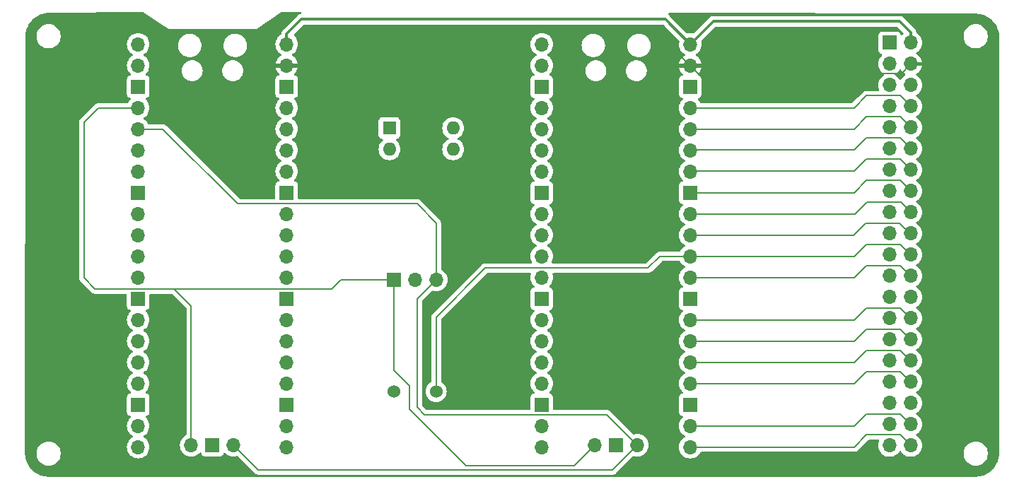
<source format=gbr>
%TF.GenerationSoftware,KiCad,Pcbnew,7.0.5-0*%
%TF.CreationDate,2023-11-23T17:12:17+00:00*%
%TF.ProjectId,PicoprobeTester,5069636f-7072-46f6-9265-546573746572,rev?*%
%TF.SameCoordinates,Original*%
%TF.FileFunction,Copper,L2,Bot*%
%TF.FilePolarity,Positive*%
%FSLAX46Y46*%
G04 Gerber Fmt 4.6, Leading zero omitted, Abs format (unit mm)*
G04 Created by KiCad (PCBNEW 7.0.5-0) date 2023-11-23 17:12:17*
%MOMM*%
%LPD*%
G01*
G04 APERTURE LIST*
%TA.AperFunction,ComponentPad*%
%ADD10O,1.700000X1.700000*%
%TD*%
%TA.AperFunction,ComponentPad*%
%ADD11R,1.700000X1.700000*%
%TD*%
%TA.AperFunction,ComponentPad*%
%ADD12C,1.524000*%
%TD*%
%TA.AperFunction,ComponentPad*%
%ADD13R,1.600000X1.600000*%
%TD*%
%TA.AperFunction,ComponentPad*%
%ADD14O,1.600000X1.600000*%
%TD*%
%TA.AperFunction,Conductor*%
%ADD15C,0.150000*%
%TD*%
%TA.AperFunction,Conductor*%
%ADD16C,0.300000*%
%TD*%
G04 APERTURE END LIST*
D10*
%TO.P,Target1,1,GPIO0*%
%TO.N,/TT_UART_Tx*%
X109050000Y-72965000D03*
%TO.P,Target1,2,GPIO1*%
%TO.N,/TT_UART_Rx*%
X109050000Y-75505000D03*
D11*
%TO.P,Target1,3,GND*%
%TO.N,GND*%
X109050000Y-78045000D03*
D10*
%TO.P,Target1,4,GPIO2*%
%TO.N,/TT_GPIO2*%
X109050000Y-80585000D03*
%TO.P,Target1,5,GPIO3*%
%TO.N,/TT_GPIO3*%
X109050000Y-83125000D03*
%TO.P,Target1,6,GPIO4*%
%TO.N,/TT_GPIO4*%
X109050000Y-85665000D03*
%TO.P,Target1,7,GPIO5*%
%TO.N,/TT_GPIO5*%
X109050000Y-88205000D03*
D11*
%TO.P,Target1,8,GND*%
%TO.N,GND*%
X109050000Y-90745000D03*
D10*
%TO.P,Target1,9,GPIO6*%
%TO.N,/TT_GPIO6*%
X109050000Y-93285000D03*
%TO.P,Target1,10,GPIO7*%
%TO.N,/TT_GPIO7*%
X109050000Y-95825000D03*
%TO.P,Target1,11,GPIO8*%
%TO.N,/TT_GPIO8*%
X109050000Y-98365000D03*
%TO.P,Target1,12,GPIO9*%
%TO.N,/TT_GPIO9*%
X109050000Y-100905000D03*
D11*
%TO.P,Target1,13,GND*%
%TO.N,GND*%
X109050000Y-103445000D03*
D10*
%TO.P,Target1,14,GPIO10*%
%TO.N,/TT_GPIO10*%
X109050000Y-105985000D03*
%TO.P,Target1,15,GPIO11*%
%TO.N,/TT_GPIO11*%
X109050000Y-108525000D03*
%TO.P,Target1,16,GPIO12*%
%TO.N,/TT_GPIO12*%
X109050000Y-111065000D03*
%TO.P,Target1,17,GPIO13*%
%TO.N,/TT_GPIO13*%
X109050000Y-113605000D03*
D11*
%TO.P,Target1,18,GND*%
%TO.N,GND*%
X109050000Y-116145000D03*
D10*
%TO.P,Target1,19,GPIO14*%
%TO.N,/TT_GPIO14*%
X109050000Y-118685000D03*
%TO.P,Target1,20,GPIO15*%
%TO.N,/TT_GPIO15*%
X109050000Y-121225000D03*
%TO.P,Target1,21,GPIO16*%
%TO.N,/TT_GPIO16*%
X126830000Y-121225000D03*
%TO.P,Target1,22,GPIO17*%
%TO.N,/TT_GPIO17*%
X126830000Y-118685000D03*
D11*
%TO.P,Target1,23,GND*%
%TO.N,GND*%
X126830000Y-116145000D03*
D10*
%TO.P,Target1,24,GPIO18*%
%TO.N,/TT_GPIO18*%
X126830000Y-113605000D03*
%TO.P,Target1,25,GPIO19*%
%TO.N,/TT_GPIO19*%
X126830000Y-111065000D03*
%TO.P,Target1,26,GPIO20*%
%TO.N,/TT_GPIO20*%
X126830000Y-108525000D03*
%TO.P,Target1,27,GPIO21*%
%TO.N,/TT_GPIO21*%
X126830000Y-105985000D03*
D11*
%TO.P,Target1,28,GND*%
%TO.N,GND*%
X126830000Y-103445000D03*
D10*
%TO.P,Target1,29,GPIO22*%
%TO.N,/TT_GPIO22*%
X126830000Y-100905000D03*
%TO.P,Target1,30,RUN*%
%TO.N,/TT_Run*%
X126830000Y-98365000D03*
%TO.P,Target1,31,GPIO26_ADC0*%
%TO.N,/TT_GPIO26*%
X126830000Y-95825000D03*
%TO.P,Target1,32,GPIO27_ADC1*%
%TO.N,/TT_GPIO27*%
X126830000Y-93285000D03*
D11*
%TO.P,Target1,33,AGND*%
%TO.N,GND*%
X126830000Y-90745000D03*
D10*
%TO.P,Target1,34,GPIO28_ADC2*%
%TO.N,/TT_GPIO28*%
X126830000Y-88205000D03*
%TO.P,Target1,35,ADC_VREF*%
%TO.N,/TT_ADC_VREF*%
X126830000Y-85665000D03*
%TO.P,Target1,36,3V3*%
%TO.N,/TT_3V3*%
X126830000Y-83125000D03*
%TO.P,Target1,37,3V3_EN*%
%TO.N,/TT_3V3_EN*%
X126830000Y-80585000D03*
D11*
%TO.P,Target1,38,GND*%
%TO.N,GND*%
X126830000Y-78045000D03*
D10*
%TO.P,Target1,39,VSYS*%
%TO.N,+5V*%
X126830000Y-75505000D03*
%TO.P,Target1,40,VBUS*%
%TO.N,/VBus*%
X126830000Y-72965000D03*
%TO.P,Target1,41,SWCLK*%
%TO.N,/SWCLK*%
X115400000Y-120995000D03*
D11*
%TO.P,Target1,42,GND*%
%TO.N,unconnected-(Target1-GND-Pad42)*%
X117940000Y-120995000D03*
D10*
%TO.P,Target1,43,SWDIO*%
%TO.N,/SWDIO*%
X120480000Y-120995000D03*
%TD*%
D11*
%TO.P,J2,1,Pin_1*%
%TO.N,/SWCLK*%
X91325000Y-101175000D03*
D10*
%TO.P,J2,2,Pin_2*%
%TO.N,GND*%
X93865000Y-101175000D03*
%TO.P,J2,3,Pin_3*%
%TO.N,/SWDIO*%
X96405000Y-101175000D03*
%TD*%
D12*
%TO.P,SW2,1,1*%
%TO.N,/TT_Run*%
X96393000Y-114554000D03*
%TO.P,SW2,2,2*%
%TO.N,GND*%
X91313000Y-114554000D03*
%TD*%
D11*
%TO.P,J1,1,Pin_1*%
%TO.N,/TT_UART_Tx*%
X150685000Y-72780000D03*
D10*
%TO.P,J1,2,Pin_2*%
%TO.N,/VBus*%
X153225000Y-72780000D03*
%TO.P,J1,3,Pin_3*%
%TO.N,/TT_UART_Rx*%
X150685000Y-75320000D03*
%TO.P,J1,4,Pin_4*%
%TO.N,+5V*%
X153225000Y-75320000D03*
%TO.P,J1,5,Pin_5*%
%TO.N,GND*%
X150685000Y-77860000D03*
%TO.P,J1,6,Pin_6*%
X153225000Y-77860000D03*
%TO.P,J1,7,Pin_7*%
%TO.N,/TT_GPIO2*%
X150685000Y-80400000D03*
%TO.P,J1,8,Pin_8*%
%TO.N,/TT_3V3_EN*%
X153225000Y-80400000D03*
%TO.P,J1,9,Pin_9*%
%TO.N,/TT_GPIO3*%
X150685000Y-82940000D03*
%TO.P,J1,10,Pin_10*%
%TO.N,/TT_3V3*%
X153225000Y-82940000D03*
%TO.P,J1,11,Pin_11*%
%TO.N,/TT_GPIO4*%
X150685000Y-85480000D03*
%TO.P,J1,12,Pin_12*%
%TO.N,/TT_ADC_VREF*%
X153225000Y-85480000D03*
%TO.P,J1,13,Pin_13*%
%TO.N,/TT_GPIO5*%
X150685000Y-88020000D03*
%TO.P,J1,14,Pin_14*%
%TO.N,/TT_GPIO28*%
X153225000Y-88020000D03*
%TO.P,J1,15,Pin_15*%
%TO.N,GND*%
X150685000Y-90560000D03*
%TO.P,J1,16,Pin_16*%
X153225000Y-90560000D03*
%TO.P,J1,17,Pin_17*%
%TO.N,/TT_GPIO6*%
X150685000Y-93100000D03*
%TO.P,J1,18,Pin_18*%
%TO.N,/TT_GPIO27*%
X153225000Y-93100000D03*
%TO.P,J1,19,Pin_19*%
%TO.N,/TT_GPIO7*%
X150685000Y-95640000D03*
%TO.P,J1,20,Pin_20*%
%TO.N,/TT_GPIO26*%
X153225000Y-95640000D03*
%TO.P,J1,21,Pin_21*%
%TO.N,/TT_GPIO8*%
X150685000Y-98180000D03*
%TO.P,J1,22,Pin_22*%
%TO.N,/TT_Run*%
X153225000Y-98180000D03*
%TO.P,J1,23,Pin_23*%
%TO.N,/TT_GPIO9*%
X150685000Y-100720000D03*
%TO.P,J1,24,Pin_24*%
%TO.N,/TT_GPIO22*%
X153225000Y-100720000D03*
%TO.P,J1,25,Pin_25*%
%TO.N,GND*%
X150685000Y-103260000D03*
%TO.P,J1,26,Pin_26*%
X153225000Y-103260000D03*
%TO.P,J1,27,Pin_27*%
%TO.N,/TT_GPIO10*%
X150685000Y-105800000D03*
%TO.P,J1,28,Pin_28*%
%TO.N,/TT_GPIO21*%
X153225000Y-105800000D03*
%TO.P,J1,29,Pin_29*%
%TO.N,/TT_GPIO11*%
X150685000Y-108340000D03*
%TO.P,J1,30,Pin_30*%
%TO.N,/TT_GPIO20*%
X153225000Y-108340000D03*
%TO.P,J1,31,Pin_31*%
%TO.N,/TT_GPIO12*%
X150685000Y-110880000D03*
%TO.P,J1,32,Pin_32*%
%TO.N,/TT_GPIO19*%
X153225000Y-110880000D03*
%TO.P,J1,33,Pin_33*%
%TO.N,/TT_GPIO13*%
X150685000Y-113420000D03*
%TO.P,J1,34,Pin_34*%
%TO.N,/TT_GPIO18*%
X153225000Y-113420000D03*
%TO.P,J1,35,Pin_35*%
%TO.N,GND*%
X150685000Y-115960000D03*
%TO.P,J1,36,Pin_36*%
X153225000Y-115960000D03*
%TO.P,J1,37,Pin_37*%
%TO.N,/TT_GPIO14*%
X150685000Y-118500000D03*
%TO.P,J1,38,Pin_38*%
%TO.N,/TT_GPIO17*%
X153225000Y-118500000D03*
%TO.P,J1,39,Pin_39*%
%TO.N,/TT_GPIO15*%
X150685000Y-121040000D03*
%TO.P,J1,40,Pin_40*%
%TO.N,/TT_GPIO16*%
X153225000Y-121040000D03*
%TD*%
D13*
%TO.P,SW1,1*%
%TO.N,/PP_UART_Rx*%
X90807500Y-83000000D03*
D14*
%TO.P,SW1,2*%
%TO.N,/PP_UART_Tx*%
X90807500Y-85540000D03*
%TO.P,SW1,3*%
%TO.N,/TT_UART_Tx*%
X98427500Y-85540000D03*
%TO.P,SW1,4*%
%TO.N,/TT_UART_Rx*%
X98427500Y-83000000D03*
%TD*%
D10*
%TO.P,PicoProbe1,1,GPIO0*%
%TO.N,unconnected-(PicoProbe1-GPIO0-Pad1)*%
X60720000Y-72960000D03*
%TO.P,PicoProbe1,2,GPIO1*%
%TO.N,unconnected-(PicoProbe1-GPIO1-Pad2)*%
X60720000Y-75500000D03*
D11*
%TO.P,PicoProbe1,3,GND*%
%TO.N,GND*%
X60720000Y-78040000D03*
D10*
%TO.P,PicoProbe1,4,GPIO2*%
%TO.N,/SWCLK*%
X60720000Y-80580000D03*
%TO.P,PicoProbe1,5,GPIO3*%
%TO.N,/SWDIO*%
X60720000Y-83120000D03*
%TO.P,PicoProbe1,6,GPIO4*%
%TO.N,/PP_UART_Rx*%
X60720000Y-85660000D03*
%TO.P,PicoProbe1,7,GPIO5*%
%TO.N,/PP_UART_Tx*%
X60720000Y-88200000D03*
D11*
%TO.P,PicoProbe1,8,GND*%
%TO.N,GND*%
X60720000Y-90740000D03*
D10*
%TO.P,PicoProbe1,9,GPIO6*%
%TO.N,unconnected-(PicoProbe1-GPIO6-Pad9)*%
X60720000Y-93280000D03*
%TO.P,PicoProbe1,10,GPIO7*%
%TO.N,unconnected-(PicoProbe1-GPIO7-Pad10)*%
X60720000Y-95820000D03*
%TO.P,PicoProbe1,11,GPIO8*%
%TO.N,unconnected-(PicoProbe1-GPIO8-Pad11)*%
X60720000Y-98360000D03*
%TO.P,PicoProbe1,12,GPIO9*%
%TO.N,unconnected-(PicoProbe1-GPIO9-Pad12)*%
X60720000Y-100900000D03*
D11*
%TO.P,PicoProbe1,13,GND*%
%TO.N,GND*%
X60720000Y-103440000D03*
D10*
%TO.P,PicoProbe1,14,GPIO10*%
%TO.N,unconnected-(PicoProbe1-GPIO10-Pad14)*%
X60720000Y-105980000D03*
%TO.P,PicoProbe1,15,GPIO11*%
%TO.N,unconnected-(PicoProbe1-GPIO11-Pad15)*%
X60720000Y-108520000D03*
%TO.P,PicoProbe1,16,GPIO12*%
%TO.N,unconnected-(PicoProbe1-GPIO12-Pad16)*%
X60720000Y-111060000D03*
%TO.P,PicoProbe1,17,GPIO13*%
%TO.N,unconnected-(PicoProbe1-GPIO13-Pad17)*%
X60720000Y-113600000D03*
D11*
%TO.P,PicoProbe1,18,GND*%
%TO.N,GND*%
X60720000Y-116140000D03*
D10*
%TO.P,PicoProbe1,19,GPIO14*%
%TO.N,unconnected-(PicoProbe1-GPIO14-Pad19)*%
X60720000Y-118680000D03*
%TO.P,PicoProbe1,20,GPIO15*%
%TO.N,unconnected-(PicoProbe1-GPIO15-Pad20)*%
X60720000Y-121220000D03*
%TO.P,PicoProbe1,21,GPIO16*%
%TO.N,unconnected-(PicoProbe1-GPIO16-Pad21)*%
X78500000Y-121220000D03*
%TO.P,PicoProbe1,22,GPIO17*%
%TO.N,unconnected-(PicoProbe1-GPIO17-Pad22)*%
X78500000Y-118680000D03*
D11*
%TO.P,PicoProbe1,23,GND*%
%TO.N,GND*%
X78500000Y-116140000D03*
D10*
%TO.P,PicoProbe1,24,GPIO18*%
%TO.N,unconnected-(PicoProbe1-GPIO18-Pad24)*%
X78500000Y-113600000D03*
%TO.P,PicoProbe1,25,GPIO19*%
%TO.N,unconnected-(PicoProbe1-GPIO19-Pad25)*%
X78500000Y-111060000D03*
%TO.P,PicoProbe1,26,GPIO20*%
%TO.N,unconnected-(PicoProbe1-GPIO20-Pad26)*%
X78500000Y-108520000D03*
%TO.P,PicoProbe1,27,GPIO21*%
%TO.N,unconnected-(PicoProbe1-GPIO21-Pad27)*%
X78500000Y-105980000D03*
D11*
%TO.P,PicoProbe1,28,GND*%
%TO.N,GND*%
X78500000Y-103440000D03*
D10*
%TO.P,PicoProbe1,29,GPIO22*%
%TO.N,unconnected-(PicoProbe1-GPIO22-Pad29)*%
X78500000Y-100900000D03*
%TO.P,PicoProbe1,30,RUN*%
%TO.N,unconnected-(PicoProbe1-RUN-Pad30)*%
X78500000Y-98360000D03*
%TO.P,PicoProbe1,31,GPIO26_ADC0*%
%TO.N,unconnected-(PicoProbe1-GPIO26_ADC0-Pad31)*%
X78500000Y-95820000D03*
%TO.P,PicoProbe1,32,GPIO27_ADC1*%
%TO.N,unconnected-(PicoProbe1-GPIO27_ADC1-Pad32)*%
X78500000Y-93280000D03*
D11*
%TO.P,PicoProbe1,33,AGND*%
%TO.N,GND*%
X78500000Y-90740000D03*
D10*
%TO.P,PicoProbe1,34,GPIO28_ADC2*%
%TO.N,unconnected-(PicoProbe1-GPIO28_ADC2-Pad34)*%
X78500000Y-88200000D03*
%TO.P,PicoProbe1,35,ADC_VREF*%
%TO.N,unconnected-(PicoProbe1-ADC_VREF-Pad35)*%
X78500000Y-85660000D03*
%TO.P,PicoProbe1,36,3V3*%
%TO.N,unconnected-(PicoProbe1-3V3-Pad36)*%
X78500000Y-83120000D03*
%TO.P,PicoProbe1,37,3V3_EN*%
%TO.N,unconnected-(PicoProbe1-3V3_EN-Pad37)*%
X78500000Y-80580000D03*
D11*
%TO.P,PicoProbe1,38,GND*%
%TO.N,GND*%
X78500000Y-78040000D03*
D10*
%TO.P,PicoProbe1,39,VSYS*%
%TO.N,+5V*%
X78500000Y-75500000D03*
%TO.P,PicoProbe1,40,VBUS*%
%TO.N,/VBus*%
X78500000Y-72960000D03*
%TO.P,PicoProbe1,41,SWCLK*%
%TO.N,/SWCLK*%
X67070000Y-120990000D03*
D11*
%TO.P,PicoProbe1,42,GND*%
%TO.N,unconnected-(PicoProbe1-GND-Pad42)*%
X69610000Y-120990000D03*
D10*
%TO.P,PicoProbe1,43,SWDIO*%
%TO.N,/SWDIO*%
X72150000Y-120990000D03*
%TD*%
D15*
%TO.N,/SWDIO*%
X120480000Y-120995000D02*
X117523000Y-123952000D01*
X117523000Y-123952000D02*
X75112000Y-123952000D01*
X75112000Y-123952000D02*
X72150000Y-120990000D01*
X116833000Y-117348000D02*
X94996000Y-117348000D01*
X94107000Y-116459000D02*
X94996000Y-117348000D01*
%TO.N,/SWCLK*%
X93218000Y-116713000D02*
X99949000Y-123444000D01*
X93218000Y-113919000D02*
X93218000Y-116713000D01*
X91325000Y-101175000D02*
X91325000Y-112026000D01*
X91325000Y-112026000D02*
X93218000Y-113919000D01*
X99949000Y-123444000D02*
X112951000Y-123444000D01*
X112951000Y-123444000D02*
X115400000Y-120995000D01*
%TO.N,/SWDIO*%
X94107000Y-103473000D02*
X94107000Y-116459000D01*
X96405000Y-101175000D02*
X94107000Y-103473000D01*
X116833000Y-117348000D02*
X120480000Y-120995000D01*
%TO.N,/SWCLK*%
X55529000Y-102265000D02*
X65024000Y-102265000D01*
X67070000Y-120990000D02*
X67070000Y-104311000D01*
X65024000Y-102265000D02*
X83890000Y-102265000D01*
X67070000Y-104311000D02*
X65024000Y-102265000D01*
%TO.N,GND*%
X151950000Y-89275000D02*
X153225000Y-90550000D01*
X147900000Y-89275000D02*
X151950000Y-89275000D01*
X146440000Y-90735000D02*
X147900000Y-89275000D01*
X126830000Y-90735000D02*
X146440000Y-90735000D01*
%TO.N,+5V*%
X88203000Y-75500000D02*
X92964000Y-70739000D01*
X92964000Y-70739000D02*
X123571000Y-70739000D01*
X123952000Y-72627000D02*
X126830000Y-75505000D01*
X123952000Y-71120000D02*
X123952000Y-72627000D01*
X152100000Y-76445000D02*
X153225000Y-75320000D01*
X127770000Y-76445000D02*
X152100000Y-76445000D01*
X78500000Y-75500000D02*
X88203000Y-75500000D01*
X126830000Y-75505000D02*
X127770000Y-76445000D01*
X123571000Y-70739000D02*
X123952000Y-71120000D01*
%TO.N,/TT_3V3_EN*%
X126830000Y-80585000D02*
X146440000Y-80585000D01*
X147900000Y-79125000D02*
X151950000Y-79125000D01*
X151950000Y-79125000D02*
X153225000Y-80400000D01*
X146440000Y-80585000D02*
X147900000Y-79125000D01*
%TO.N,/TT_3V3*%
X126815000Y-83125000D02*
X146425000Y-83125000D01*
X146425000Y-83125000D02*
X147885000Y-81665000D01*
X151935000Y-81665000D02*
X153210000Y-82940000D01*
X147885000Y-81665000D02*
X151935000Y-81665000D01*
%TO.N,/TT_ADC_VREF*%
X151960000Y-84140000D02*
X153235000Y-85415000D01*
X147910000Y-84140000D02*
X151960000Y-84140000D01*
X126840000Y-85600000D02*
X146450000Y-85600000D01*
X146450000Y-85600000D02*
X147910000Y-84140000D01*
%TO.N,/TT_Run*%
X123185000Y-98365000D02*
X121770000Y-99780000D01*
X126830000Y-98365000D02*
X123185000Y-98365000D01*
X96393000Y-105664000D02*
X102277000Y-99780000D01*
X151935000Y-96915000D02*
X153210000Y-98190000D01*
X121770000Y-99780000D02*
X102277000Y-99780000D01*
X96393000Y-114554000D02*
X96393000Y-105664000D01*
X147885000Y-96915000D02*
X151935000Y-96915000D01*
X146425000Y-98375000D02*
X147885000Y-96915000D01*
X126815000Y-98375000D02*
X146425000Y-98375000D01*
%TO.N,/SWCLK*%
X54229000Y-100965000D02*
X55529000Y-102265000D01*
X55945000Y-80580000D02*
X54229000Y-82296000D01*
X83890000Y-102265000D02*
X84980000Y-101175000D01*
X60720000Y-80580000D02*
X55945000Y-80580000D01*
X84980000Y-101175000D02*
X91325000Y-101175000D01*
X54229000Y-82296000D02*
X54229000Y-100965000D01*
%TO.N,/SWDIO*%
X60720000Y-83120000D02*
X63689000Y-83120000D01*
X94107000Y-92075000D02*
X96405000Y-94373000D01*
X63689000Y-83120000D02*
X72644000Y-92075000D01*
X72644000Y-92075000D02*
X94107000Y-92075000D01*
X96405000Y-94373000D02*
X96405000Y-101175000D01*
D16*
%TO.N,/VBus*%
X126830000Y-72965000D02*
X129564000Y-70231000D01*
X78500000Y-72960000D02*
X78500000Y-71741000D01*
X80264000Y-69977000D02*
X123842000Y-69977000D01*
X123842000Y-69977000D02*
X126830000Y-72965000D01*
X78500000Y-71741000D02*
X80264000Y-69977000D01*
X129564000Y-70231000D02*
X151892000Y-70231000D01*
X153225000Y-72780000D02*
X153225000Y-71564000D01*
X153225000Y-71564000D02*
X151892000Y-70231000D01*
D15*
%TO.N,/TT_GPIO28*%
X151935000Y-86715000D02*
X153210000Y-87990000D01*
X146425000Y-88175000D02*
X147885000Y-86715000D01*
X147885000Y-86715000D02*
X151935000Y-86715000D01*
X126815000Y-88175000D02*
X146425000Y-88175000D01*
%TO.N,/TT_GPIO27*%
X146500000Y-93325000D02*
X147960000Y-91865000D01*
X126890000Y-93325000D02*
X146500000Y-93325000D01*
X152010000Y-91865000D02*
X153285000Y-93140000D01*
X147960000Y-91865000D02*
X152010000Y-91865000D01*
%TO.N,/TT_GPIO26*%
X151885000Y-94390000D02*
X153160000Y-95665000D01*
X126765000Y-95850000D02*
X146375000Y-95850000D01*
X146375000Y-95850000D02*
X147835000Y-94390000D01*
X147835000Y-94390000D02*
X151885000Y-94390000D01*
%TO.N,/TT_GPIO22*%
X147935000Y-99465000D02*
X151985000Y-99465000D01*
X151985000Y-99465000D02*
X153260000Y-100740000D01*
X146475000Y-100925000D02*
X147935000Y-99465000D01*
X126865000Y-100925000D02*
X146475000Y-100925000D01*
%TO.N,/TT_GPIO21*%
X151960000Y-104540000D02*
X153235000Y-105815000D01*
X146450000Y-106000000D02*
X147910000Y-104540000D01*
X126840000Y-106000000D02*
X146450000Y-106000000D01*
X147910000Y-104540000D02*
X151960000Y-104540000D01*
%TO.N,/TT_GPIO20*%
X146450000Y-108550000D02*
X147910000Y-107090000D01*
X147910000Y-107090000D02*
X151960000Y-107090000D01*
X151960000Y-107090000D02*
X153235000Y-108365000D01*
X126840000Y-108550000D02*
X146450000Y-108550000D01*
%TO.N,/TT_GPIO19*%
X146475000Y-111075000D02*
X147935000Y-109615000D01*
X147935000Y-109615000D02*
X151985000Y-109615000D01*
X151985000Y-109615000D02*
X153260000Y-110890000D01*
X126865000Y-111075000D02*
X146475000Y-111075000D01*
%TO.N,/TT_GPIO18*%
X126865000Y-113625000D02*
X146475000Y-113625000D01*
X147935000Y-112165000D02*
X151985000Y-112165000D01*
X151985000Y-112165000D02*
X153260000Y-113440000D01*
X146475000Y-113625000D02*
X147935000Y-112165000D01*
%TO.N,/TT_GPIO17*%
X147910000Y-117240000D02*
X151960000Y-117240000D01*
X126840000Y-118700000D02*
X146450000Y-118700000D01*
X146450000Y-118700000D02*
X147910000Y-117240000D01*
X151960000Y-117240000D02*
X153235000Y-118515000D01*
%TO.N,/TT_GPIO16*%
X146475000Y-121225000D02*
X147935000Y-119765000D01*
X126865000Y-121225000D02*
X146475000Y-121225000D01*
X151985000Y-119765000D02*
X153260000Y-121040000D01*
X147935000Y-119765000D02*
X151985000Y-119765000D01*
%TD*%
%TA.AperFunction,Conductor*%
%TO.N,+5V*%
G36*
X80150536Y-69081693D02*
G01*
X80217519Y-69101562D01*
X80263129Y-69154492D01*
X80272882Y-69223678D01*
X80243682Y-69287153D01*
X80184800Y-69324766D01*
X80168996Y-69327282D01*
X80169139Y-69328181D01*
X80161434Y-69329401D01*
X80161430Y-69329402D01*
X80161431Y-69329402D01*
X80141040Y-69335325D01*
X80121996Y-69339269D01*
X80100942Y-69341929D01*
X80100940Y-69341929D01*
X80055781Y-69359808D01*
X80050255Y-69361700D01*
X80003601Y-69375254D01*
X79985325Y-69386063D01*
X79967860Y-69394619D01*
X79948124Y-69402433D01*
X79908824Y-69430986D01*
X79903942Y-69434193D01*
X79862136Y-69458917D01*
X79847124Y-69473929D01*
X79832336Y-69486558D01*
X79815167Y-69499032D01*
X79815165Y-69499034D01*
X79784194Y-69536470D01*
X79780262Y-69540791D01*
X78100483Y-71220569D01*
X78087910Y-71230643D01*
X78088065Y-71230830D01*
X78082058Y-71235798D01*
X78033468Y-71287542D01*
X78032114Y-71288938D01*
X78011090Y-71309963D01*
X78011078Y-71309977D01*
X78006587Y-71315765D01*
X78002801Y-71320197D01*
X77969552Y-71355606D01*
X77959322Y-71374213D01*
X77948646Y-71390464D01*
X77935640Y-71407232D01*
X77935636Y-71407238D01*
X77916348Y-71451811D01*
X77913777Y-71457058D01*
X77890372Y-71499630D01*
X77890372Y-71499631D01*
X77885091Y-71520199D01*
X77878791Y-71538601D01*
X77870364Y-71558073D01*
X77862766Y-71606047D01*
X77861581Y-71611770D01*
X77849500Y-71658818D01*
X77849500Y-71680044D01*
X77847973Y-71699440D01*
X77847148Y-71704652D01*
X77844011Y-71724455D01*
X77814078Y-71787589D01*
X77792662Y-71806627D01*
X77628594Y-71921508D01*
X77461505Y-72088597D01*
X77325965Y-72282169D01*
X77325964Y-72282171D01*
X77226098Y-72496335D01*
X77226094Y-72496344D01*
X77164938Y-72724586D01*
X77164936Y-72724596D01*
X77144341Y-72959999D01*
X77144341Y-72960000D01*
X77164936Y-73195403D01*
X77164938Y-73195413D01*
X77226094Y-73423655D01*
X77226096Y-73423659D01*
X77226097Y-73423663D01*
X77301998Y-73586432D01*
X77325965Y-73637830D01*
X77325967Y-73637834D01*
X77461501Y-73831395D01*
X77461506Y-73831402D01*
X77628597Y-73998493D01*
X77628603Y-73998498D01*
X77675742Y-74031505D01*
X77807714Y-74123913D01*
X77814594Y-74128730D01*
X77858219Y-74183307D01*
X77865413Y-74252805D01*
X77833890Y-74315160D01*
X77814595Y-74331880D01*
X77628922Y-74461890D01*
X77628920Y-74461891D01*
X77461891Y-74628920D01*
X77461886Y-74628926D01*
X77326400Y-74822420D01*
X77326399Y-74822422D01*
X77226570Y-75036507D01*
X77226567Y-75036513D01*
X77169364Y-75249999D01*
X77169364Y-75250000D01*
X78054428Y-75250000D01*
X78031318Y-75285960D01*
X77990000Y-75426673D01*
X77990000Y-75573327D01*
X78031318Y-75714040D01*
X78054428Y-75750000D01*
X77169364Y-75750000D01*
X77226567Y-75963486D01*
X77226570Y-75963492D01*
X77326399Y-76177578D01*
X77461894Y-76371082D01*
X77583946Y-76493134D01*
X77617431Y-76554457D01*
X77612447Y-76624149D01*
X77570575Y-76680082D01*
X77539598Y-76696997D01*
X77407671Y-76746202D01*
X77407664Y-76746206D01*
X77292455Y-76832452D01*
X77292452Y-76832455D01*
X77206206Y-76947664D01*
X77206202Y-76947671D01*
X77155908Y-77082517D01*
X77152625Y-77113057D01*
X77149501Y-77142123D01*
X77149500Y-77142135D01*
X77149500Y-78937870D01*
X77149501Y-78937876D01*
X77155908Y-78997483D01*
X77206202Y-79132328D01*
X77206206Y-79132335D01*
X77292452Y-79247544D01*
X77292455Y-79247547D01*
X77407664Y-79333793D01*
X77407671Y-79333797D01*
X77539081Y-79382810D01*
X77595015Y-79424681D01*
X77619432Y-79490145D01*
X77604580Y-79558418D01*
X77583430Y-79586673D01*
X77461503Y-79708600D01*
X77325965Y-79902169D01*
X77325964Y-79902171D01*
X77226098Y-80116335D01*
X77226094Y-80116344D01*
X77164938Y-80344586D01*
X77164936Y-80344596D01*
X77144341Y-80579999D01*
X77144341Y-80580000D01*
X77164936Y-80815403D01*
X77164938Y-80815413D01*
X77226094Y-81043655D01*
X77226096Y-81043659D01*
X77226097Y-81043663D01*
X77311633Y-81227094D01*
X77325965Y-81257830D01*
X77325967Y-81257834D01*
X77461501Y-81451395D01*
X77461506Y-81451402D01*
X77628597Y-81618493D01*
X77628603Y-81618498D01*
X77814158Y-81748425D01*
X77857783Y-81803002D01*
X77864977Y-81872500D01*
X77833454Y-81934855D01*
X77814158Y-81951575D01*
X77628597Y-82081505D01*
X77461505Y-82248597D01*
X77325965Y-82442169D01*
X77325964Y-82442171D01*
X77226098Y-82656335D01*
X77226094Y-82656344D01*
X77164938Y-82884586D01*
X77164936Y-82884596D01*
X77144341Y-83119999D01*
X77144341Y-83120000D01*
X77164936Y-83355403D01*
X77164938Y-83355413D01*
X77226094Y-83583655D01*
X77226096Y-83583659D01*
X77226097Y-83583663D01*
X77306696Y-83756507D01*
X77325965Y-83797830D01*
X77325967Y-83797834D01*
X77461501Y-83991395D01*
X77461506Y-83991402D01*
X77628597Y-84158493D01*
X77628603Y-84158498D01*
X77814158Y-84288425D01*
X77857783Y-84343002D01*
X77864977Y-84412500D01*
X77833454Y-84474855D01*
X77814158Y-84491575D01*
X77628597Y-84621505D01*
X77461505Y-84788597D01*
X77325965Y-84982169D01*
X77325964Y-84982171D01*
X77226098Y-85196335D01*
X77226094Y-85196344D01*
X77164938Y-85424586D01*
X77164936Y-85424596D01*
X77144341Y-85659999D01*
X77144341Y-85660000D01*
X77164936Y-85895403D01*
X77164938Y-85895413D01*
X77226094Y-86123655D01*
X77226096Y-86123659D01*
X77226097Y-86123663D01*
X77299646Y-86281388D01*
X77325965Y-86337830D01*
X77325967Y-86337834D01*
X77461501Y-86531395D01*
X77461506Y-86531402D01*
X77628597Y-86698493D01*
X77628603Y-86698498D01*
X77814158Y-86828425D01*
X77857783Y-86883002D01*
X77864977Y-86952500D01*
X77833454Y-87014855D01*
X77814158Y-87031575D01*
X77628597Y-87161505D01*
X77461505Y-87328597D01*
X77325965Y-87522169D01*
X77325964Y-87522171D01*
X77226098Y-87736335D01*
X77226094Y-87736344D01*
X77164938Y-87964586D01*
X77164936Y-87964596D01*
X77144341Y-88199999D01*
X77144341Y-88200000D01*
X77164936Y-88435403D01*
X77164938Y-88435413D01*
X77226094Y-88663655D01*
X77226096Y-88663659D01*
X77226097Y-88663663D01*
X77276756Y-88772301D01*
X77325965Y-88877830D01*
X77325967Y-88877834D01*
X77434281Y-89032521D01*
X77461501Y-89071396D01*
X77461506Y-89071402D01*
X77583430Y-89193326D01*
X77616915Y-89254649D01*
X77611931Y-89324341D01*
X77570059Y-89380274D01*
X77539083Y-89397189D01*
X77407669Y-89446203D01*
X77407664Y-89446206D01*
X77292455Y-89532452D01*
X77292452Y-89532455D01*
X77206206Y-89647664D01*
X77206202Y-89647671D01*
X77155908Y-89782517D01*
X77149501Y-89842116D01*
X77149501Y-89842123D01*
X77149500Y-89842135D01*
X77149501Y-91375500D01*
X77129816Y-91442539D01*
X77077013Y-91488294D01*
X77025501Y-91499500D01*
X72933742Y-91499500D01*
X72866703Y-91479815D01*
X72846061Y-91463181D01*
X64125489Y-82742609D01*
X64120136Y-82736506D01*
X64117486Y-82733053D01*
X64099451Y-82709549D01*
X64099449Y-82709547D01*
X64099448Y-82709546D01*
X64071731Y-82688278D01*
X64071705Y-82688258D01*
X63979234Y-82617302D01*
X63904226Y-82586233D01*
X63903041Y-82585742D01*
X63839236Y-82559313D01*
X63764699Y-82549500D01*
X63722695Y-82543970D01*
X63722695Y-82543969D01*
X63693092Y-82540073D01*
X63689000Y-82539535D01*
X63688999Y-82539535D01*
X63688998Y-82539535D01*
X63669965Y-82542040D01*
X63655317Y-82543969D01*
X63647219Y-82544500D01*
X62020748Y-82544500D01*
X61953709Y-82524815D01*
X61908366Y-82472904D01*
X61896368Y-82447174D01*
X61894035Y-82442171D01*
X61894033Y-82442168D01*
X61894032Y-82442166D01*
X61758494Y-82248597D01*
X61591402Y-82081506D01*
X61591396Y-82081501D01*
X61405842Y-81951575D01*
X61362217Y-81896998D01*
X61355023Y-81827500D01*
X61386546Y-81765145D01*
X61405842Y-81748425D01*
X61454483Y-81714366D01*
X61591401Y-81618495D01*
X61758495Y-81451401D01*
X61894035Y-81257830D01*
X61993903Y-81043663D01*
X62055063Y-80815408D01*
X62075659Y-80580000D01*
X62055063Y-80344592D01*
X61993903Y-80116337D01*
X61894035Y-79902171D01*
X61894031Y-79902166D01*
X61758496Y-79708600D01*
X61750396Y-79700500D01*
X61636567Y-79586671D01*
X61603084Y-79525351D01*
X61608068Y-79455659D01*
X61649939Y-79399725D01*
X61680915Y-79382810D01*
X61812331Y-79333796D01*
X61927546Y-79247546D01*
X62013796Y-79132331D01*
X62064091Y-78997483D01*
X62070500Y-78937873D01*
X62070499Y-77142128D01*
X62065299Y-77093757D01*
X62064091Y-77082516D01*
X62013797Y-76947671D01*
X62013793Y-76947664D01*
X61927547Y-76832455D01*
X61927544Y-76832452D01*
X61812335Y-76746206D01*
X61812328Y-76746202D01*
X61680917Y-76697189D01*
X61624983Y-76655318D01*
X61600566Y-76589853D01*
X61615418Y-76521580D01*
X61636563Y-76493332D01*
X61758495Y-76371401D01*
X61894035Y-76177830D01*
X61921000Y-76120003D01*
X65929723Y-76120003D01*
X65931688Y-76142470D01*
X65931862Y-76150660D01*
X65930709Y-76176324D01*
X65930710Y-76176328D01*
X65930710Y-76176330D01*
X65932752Y-76191402D01*
X65941641Y-76257031D01*
X65941966Y-76259949D01*
X65948792Y-76337972D01*
X65948795Y-76337987D01*
X65955482Y-76362941D01*
X65957034Y-76370670D01*
X65960924Y-76399381D01*
X65960926Y-76399392D01*
X65985075Y-76473713D01*
X65985997Y-76476825D01*
X66005423Y-76549324D01*
X66005427Y-76549336D01*
X66017736Y-76575732D01*
X66020512Y-76582779D01*
X66030483Y-76613464D01*
X66065970Y-76679411D01*
X66067558Y-76682576D01*
X66097898Y-76747639D01*
X66101402Y-76752643D01*
X66116490Y-76774191D01*
X66120303Y-76780378D01*
X66137146Y-76811678D01*
X66137152Y-76811687D01*
X66181792Y-76867663D01*
X66184106Y-76870758D01*
X66210510Y-76908465D01*
X66223402Y-76926877D01*
X66223405Y-76926880D01*
X66248646Y-76952121D01*
X66253283Y-76957309D01*
X66277492Y-76987666D01*
X66328959Y-77032632D01*
X66332008Y-77035483D01*
X66378116Y-77081592D01*
X66378122Y-77081597D01*
X66378123Y-77081598D01*
X66389802Y-77089775D01*
X66410055Y-77103957D01*
X66415290Y-77108057D01*
X66447004Y-77135765D01*
X66447013Y-77135771D01*
X66502849Y-77169131D01*
X66506613Y-77171568D01*
X66557359Y-77207101D01*
X66557364Y-77207104D01*
X66579917Y-77217620D01*
X66595677Y-77224969D01*
X66601271Y-77227935D01*
X66638349Y-77250088D01*
X66640236Y-77251215D01*
X66653559Y-77256215D01*
X66698083Y-77272925D01*
X66702503Y-77274782D01*
X66755670Y-77299575D01*
X66755674Y-77299577D01*
X66786069Y-77307720D01*
X66799677Y-77311366D01*
X66805413Y-77313207D01*
X66815909Y-77317146D01*
X66850976Y-77330307D01*
X66908545Y-77340754D01*
X66913511Y-77341868D01*
X66967023Y-77356207D01*
X67015689Y-77360464D01*
X67021306Y-77361218D01*
X67072453Y-77370500D01*
X67127691Y-77370500D01*
X67133092Y-77370735D01*
X67161548Y-77373225D01*
X67184998Y-77375277D01*
X67185000Y-77375277D01*
X67236694Y-77370754D01*
X67239284Y-77370583D01*
X67241121Y-77370500D01*
X67241155Y-77370500D01*
X67294217Y-77365724D01*
X67295173Y-77365638D01*
X67295180Y-77365724D01*
X67295477Y-77365611D01*
X67402977Y-77356207D01*
X67403000Y-77356200D01*
X67403475Y-77356117D01*
X67408713Y-77355419D01*
X67409188Y-77355377D01*
X67512997Y-77326726D01*
X67614330Y-77299575D01*
X67614334Y-77299572D01*
X67621254Y-77297053D01*
X67625948Y-77295554D01*
X67626170Y-77295493D01*
X67626181Y-77295487D01*
X67626183Y-77295487D01*
X67639202Y-77289216D01*
X67720454Y-77250088D01*
X67812639Y-77207102D01*
X67812648Y-77207095D01*
X67817327Y-77204395D01*
X67817400Y-77204522D01*
X67828164Y-77198218D01*
X67828973Y-77197829D01*
X67911156Y-77138118D01*
X67991877Y-77081598D01*
X67992747Y-77080727D01*
X68007550Y-77068084D01*
X68011078Y-77065522D01*
X68078674Y-76994820D01*
X68079562Y-76993911D01*
X68146598Y-76926877D01*
X68149285Y-76923039D01*
X68161239Y-76908465D01*
X68166629Y-76902828D01*
X68166628Y-76902828D01*
X68166632Y-76902825D01*
X68218746Y-76823873D01*
X68219596Y-76822623D01*
X68272102Y-76747639D01*
X68275543Y-76740259D01*
X68284432Y-76724364D01*
X68290635Y-76714968D01*
X68326507Y-76631038D01*
X68327284Y-76629297D01*
X68364575Y-76549330D01*
X68367570Y-76538148D01*
X68373325Y-76521505D01*
X68373375Y-76521389D01*
X68379103Y-76507988D01*
X68379936Y-76504341D01*
X68398675Y-76422235D01*
X68399233Y-76419983D01*
X68421207Y-76337977D01*
X68422887Y-76318766D01*
X68424206Y-76310377D01*
X68424445Y-76309325D01*
X68429191Y-76288537D01*
X68432992Y-76203871D01*
X68433158Y-76201363D01*
X68440277Y-76120003D01*
X70779723Y-76120003D01*
X70781688Y-76142470D01*
X70781862Y-76150660D01*
X70780709Y-76176324D01*
X70780710Y-76176328D01*
X70780710Y-76176330D01*
X70782752Y-76191402D01*
X70791641Y-76257031D01*
X70791966Y-76259949D01*
X70798792Y-76337972D01*
X70798795Y-76337987D01*
X70805482Y-76362941D01*
X70807034Y-76370670D01*
X70810924Y-76399381D01*
X70810926Y-76399392D01*
X70835075Y-76473713D01*
X70835997Y-76476825D01*
X70855423Y-76549324D01*
X70855427Y-76549336D01*
X70867736Y-76575732D01*
X70870512Y-76582779D01*
X70880483Y-76613464D01*
X70915970Y-76679411D01*
X70917558Y-76682576D01*
X70947898Y-76747639D01*
X70951402Y-76752643D01*
X70966490Y-76774191D01*
X70970303Y-76780378D01*
X70987146Y-76811678D01*
X70987152Y-76811687D01*
X71031792Y-76867663D01*
X71034106Y-76870758D01*
X71060510Y-76908465D01*
X71073402Y-76926877D01*
X71073405Y-76926880D01*
X71098646Y-76952121D01*
X71103283Y-76957309D01*
X71127492Y-76987666D01*
X71178959Y-77032632D01*
X71182008Y-77035483D01*
X71228116Y-77081592D01*
X71228122Y-77081597D01*
X71228123Y-77081598D01*
X71239802Y-77089775D01*
X71260055Y-77103957D01*
X71265290Y-77108057D01*
X71297004Y-77135765D01*
X71297013Y-77135771D01*
X71352849Y-77169131D01*
X71356613Y-77171568D01*
X71407359Y-77207101D01*
X71407364Y-77207104D01*
X71429917Y-77217620D01*
X71445677Y-77224969D01*
X71451271Y-77227935D01*
X71488349Y-77250088D01*
X71490236Y-77251215D01*
X71503559Y-77256215D01*
X71548083Y-77272925D01*
X71552503Y-77274782D01*
X71605670Y-77299575D01*
X71605674Y-77299577D01*
X71636069Y-77307720D01*
X71649677Y-77311366D01*
X71655413Y-77313207D01*
X71665909Y-77317146D01*
X71700976Y-77330307D01*
X71758545Y-77340754D01*
X71763511Y-77341868D01*
X71817023Y-77356207D01*
X71865689Y-77360464D01*
X71871306Y-77361218D01*
X71922453Y-77370500D01*
X71977691Y-77370500D01*
X71983092Y-77370735D01*
X72011548Y-77373225D01*
X72034998Y-77375277D01*
X72035000Y-77375277D01*
X72086694Y-77370754D01*
X72089284Y-77370583D01*
X72091121Y-77370500D01*
X72091155Y-77370500D01*
X72144217Y-77365724D01*
X72145173Y-77365638D01*
X72145180Y-77365724D01*
X72145477Y-77365611D01*
X72252977Y-77356207D01*
X72253000Y-77356200D01*
X72253475Y-77356117D01*
X72258713Y-77355419D01*
X72259188Y-77355377D01*
X72362997Y-77326726D01*
X72464330Y-77299575D01*
X72464334Y-77299572D01*
X72471254Y-77297053D01*
X72475948Y-77295554D01*
X72476170Y-77295493D01*
X72476181Y-77295487D01*
X72476183Y-77295487D01*
X72489202Y-77289216D01*
X72570454Y-77250088D01*
X72662639Y-77207102D01*
X72662648Y-77207095D01*
X72667327Y-77204395D01*
X72667400Y-77204522D01*
X72678164Y-77198218D01*
X72678973Y-77197829D01*
X72761156Y-77138118D01*
X72841877Y-77081598D01*
X72842747Y-77080727D01*
X72857550Y-77068084D01*
X72861078Y-77065522D01*
X72928674Y-76994820D01*
X72929562Y-76993911D01*
X72996598Y-76926877D01*
X72999285Y-76923039D01*
X73011239Y-76908465D01*
X73016629Y-76902828D01*
X73016628Y-76902828D01*
X73016632Y-76902825D01*
X73068746Y-76823873D01*
X73069596Y-76822623D01*
X73122102Y-76747639D01*
X73125543Y-76740259D01*
X73134432Y-76724364D01*
X73140635Y-76714968D01*
X73176507Y-76631038D01*
X73177284Y-76629297D01*
X73214575Y-76549330D01*
X73217570Y-76538148D01*
X73223325Y-76521505D01*
X73223375Y-76521389D01*
X73229103Y-76507988D01*
X73229936Y-76504341D01*
X73248675Y-76422235D01*
X73249233Y-76419983D01*
X73271207Y-76337977D01*
X73272887Y-76318766D01*
X73274206Y-76310377D01*
X73274445Y-76309325D01*
X73279191Y-76288537D01*
X73282992Y-76203871D01*
X73283158Y-76201363D01*
X73290277Y-76120000D01*
X73288310Y-76097528D01*
X73288137Y-76089334D01*
X73289065Y-76068670D01*
X73289290Y-76063670D01*
X73278353Y-75982939D01*
X73278034Y-75980067D01*
X73271207Y-75902023D01*
X73264515Y-75877053D01*
X73262963Y-75869322D01*
X73259076Y-75840618D01*
X73259075Y-75840616D01*
X73259075Y-75840613D01*
X73240513Y-75783486D01*
X73234921Y-75766276D01*
X73233998Y-75763161D01*
X73231811Y-75755000D01*
X73222025Y-75718475D01*
X73214576Y-75690673D01*
X73202266Y-75664274D01*
X73199488Y-75657222D01*
X73189519Y-75626541D01*
X73189517Y-75626537D01*
X73189517Y-75626536D01*
X73163575Y-75578327D01*
X73154027Y-75560583D01*
X73152432Y-75557405D01*
X73137336Y-75525032D01*
X73122102Y-75492362D01*
X73103512Y-75465813D01*
X73099698Y-75459625D01*
X73092366Y-75446000D01*
X73082852Y-75428319D01*
X73038192Y-75372318D01*
X73035896Y-75369247D01*
X72996598Y-75313123D01*
X72971353Y-75287878D01*
X72966715Y-75282689D01*
X72956274Y-75269596D01*
X72942508Y-75252334D01*
X72941128Y-75251128D01*
X72891039Y-75207366D01*
X72887990Y-75204515D01*
X72841878Y-75158402D01*
X72809940Y-75136039D01*
X72804705Y-75131939D01*
X72779773Y-75110156D01*
X72772996Y-75104235D01*
X72772994Y-75104233D01*
X72772992Y-75104232D01*
X72717149Y-75070868D01*
X72713386Y-75068431D01*
X72662641Y-75032899D01*
X72628690Y-75017067D01*
X72624332Y-75015034D01*
X72618735Y-75012067D01*
X72579769Y-74988787D01*
X72579767Y-74988786D01*
X72521928Y-74967079D01*
X72517515Y-74965226D01*
X72464330Y-74940425D01*
X72464329Y-74940425D01*
X72420321Y-74928632D01*
X72414581Y-74926790D01*
X72369025Y-74909692D01*
X72311456Y-74899245D01*
X72306480Y-74898128D01*
X72252977Y-74883793D01*
X72204327Y-74879536D01*
X72198659Y-74878775D01*
X72147551Y-74869500D01*
X72147547Y-74869500D01*
X72092309Y-74869500D01*
X72086907Y-74869264D01*
X72058451Y-74866774D01*
X72035002Y-74864723D01*
X72034997Y-74864723D01*
X71983351Y-74869241D01*
X71980746Y-74869414D01*
X71978849Y-74869499D01*
X71924764Y-74874366D01*
X71817020Y-74883793D01*
X71816468Y-74883891D01*
X71811275Y-74884581D01*
X71810812Y-74884622D01*
X71810809Y-74884623D01*
X71722706Y-74908938D01*
X71707056Y-74913257D01*
X71605666Y-74940425D01*
X71598739Y-74942946D01*
X71594050Y-74944444D01*
X71593849Y-74944499D01*
X71593836Y-74944504D01*
X71499551Y-74989907D01*
X71407359Y-75032899D01*
X71402670Y-75035606D01*
X71402598Y-75035481D01*
X71391871Y-75041764D01*
X71391031Y-75042168D01*
X71308788Y-75101919D01*
X71228121Y-75158403D01*
X71227241Y-75159284D01*
X71212461Y-75171906D01*
X71208928Y-75174472D01*
X71208921Y-75174478D01*
X71141366Y-75245134D01*
X71140395Y-75246128D01*
X71073402Y-75313121D01*
X71070711Y-75316965D01*
X71058773Y-75331521D01*
X71053368Y-75337174D01*
X71031160Y-75370818D01*
X71001281Y-75416080D01*
X71000367Y-75417426D01*
X70997327Y-75421768D01*
X70947901Y-75492357D01*
X70947891Y-75492374D01*
X70944457Y-75499738D01*
X70935572Y-75515628D01*
X70929363Y-75525034D01*
X70893498Y-75608944D01*
X70892679Y-75610778D01*
X70855426Y-75690664D01*
X70855424Y-75690671D01*
X70852425Y-75701860D01*
X70846681Y-75718475D01*
X70840899Y-75732005D01*
X70840896Y-75732014D01*
X70821318Y-75817789D01*
X70820760Y-75820038D01*
X70798793Y-75902022D01*
X70798793Y-75902023D01*
X70797112Y-75921226D01*
X70795793Y-75929619D01*
X70794652Y-75934625D01*
X70790809Y-75951459D01*
X70790809Y-75951464D01*
X70787007Y-76036088D01*
X70786834Y-76038708D01*
X70779723Y-76119995D01*
X70779723Y-76120003D01*
X68440277Y-76120003D01*
X68440277Y-76120000D01*
X68438310Y-76097528D01*
X68438137Y-76089334D01*
X68439065Y-76068670D01*
X68439290Y-76063670D01*
X68428353Y-75982939D01*
X68428034Y-75980067D01*
X68421207Y-75902023D01*
X68414515Y-75877053D01*
X68412963Y-75869322D01*
X68409076Y-75840618D01*
X68409075Y-75840616D01*
X68409075Y-75840613D01*
X68390513Y-75783486D01*
X68384921Y-75766276D01*
X68383998Y-75763161D01*
X68381811Y-75755000D01*
X68372025Y-75718475D01*
X68364576Y-75690673D01*
X68352266Y-75664274D01*
X68349488Y-75657222D01*
X68339519Y-75626541D01*
X68339517Y-75626537D01*
X68339517Y-75626536D01*
X68313575Y-75578327D01*
X68304027Y-75560583D01*
X68302432Y-75557405D01*
X68287336Y-75525032D01*
X68272102Y-75492362D01*
X68253512Y-75465813D01*
X68249698Y-75459625D01*
X68242366Y-75446000D01*
X68232852Y-75428319D01*
X68188192Y-75372318D01*
X68185896Y-75369247D01*
X68146598Y-75313123D01*
X68121353Y-75287878D01*
X68116715Y-75282689D01*
X68106274Y-75269596D01*
X68092508Y-75252334D01*
X68091128Y-75251128D01*
X68041039Y-75207366D01*
X68037990Y-75204515D01*
X67991878Y-75158402D01*
X67959940Y-75136039D01*
X67954705Y-75131939D01*
X67929773Y-75110156D01*
X67922996Y-75104235D01*
X67922994Y-75104233D01*
X67922992Y-75104232D01*
X67867149Y-75070868D01*
X67863386Y-75068431D01*
X67812641Y-75032899D01*
X67778690Y-75017067D01*
X67774332Y-75015034D01*
X67768735Y-75012067D01*
X67729769Y-74988787D01*
X67729767Y-74988786D01*
X67671928Y-74967079D01*
X67667515Y-74965226D01*
X67614330Y-74940425D01*
X67614329Y-74940425D01*
X67570321Y-74928632D01*
X67564581Y-74926790D01*
X67519025Y-74909692D01*
X67461456Y-74899245D01*
X67456480Y-74898128D01*
X67402977Y-74883793D01*
X67354327Y-74879536D01*
X67348659Y-74878775D01*
X67297551Y-74869500D01*
X67297547Y-74869500D01*
X67242309Y-74869500D01*
X67236907Y-74869264D01*
X67208451Y-74866774D01*
X67185002Y-74864723D01*
X67184997Y-74864723D01*
X67133351Y-74869241D01*
X67130746Y-74869414D01*
X67128849Y-74869499D01*
X67074764Y-74874366D01*
X66967020Y-74883793D01*
X66966468Y-74883891D01*
X66961275Y-74884581D01*
X66960812Y-74884622D01*
X66960809Y-74884623D01*
X66872706Y-74908938D01*
X66857056Y-74913257D01*
X66755666Y-74940425D01*
X66748739Y-74942946D01*
X66744050Y-74944444D01*
X66743849Y-74944499D01*
X66743836Y-74944504D01*
X66649551Y-74989907D01*
X66557359Y-75032899D01*
X66552670Y-75035606D01*
X66552598Y-75035481D01*
X66541871Y-75041764D01*
X66541031Y-75042168D01*
X66458788Y-75101919D01*
X66378121Y-75158403D01*
X66377241Y-75159284D01*
X66362461Y-75171906D01*
X66358928Y-75174472D01*
X66358921Y-75174478D01*
X66291366Y-75245134D01*
X66290395Y-75246128D01*
X66223402Y-75313121D01*
X66220711Y-75316965D01*
X66208773Y-75331521D01*
X66203368Y-75337174D01*
X66181160Y-75370818D01*
X66151281Y-75416080D01*
X66150367Y-75417426D01*
X66147327Y-75421768D01*
X66097901Y-75492357D01*
X66097891Y-75492374D01*
X66094457Y-75499738D01*
X66085572Y-75515628D01*
X66079363Y-75525034D01*
X66043498Y-75608944D01*
X66042679Y-75610778D01*
X66005426Y-75690664D01*
X66005424Y-75690671D01*
X66002425Y-75701860D01*
X65996681Y-75718475D01*
X65990899Y-75732005D01*
X65990896Y-75732014D01*
X65971318Y-75817789D01*
X65970760Y-75820038D01*
X65948793Y-75902022D01*
X65948793Y-75902023D01*
X65947112Y-75921226D01*
X65945793Y-75929619D01*
X65944652Y-75934625D01*
X65940809Y-75951459D01*
X65940809Y-75951464D01*
X65937007Y-76036088D01*
X65936834Y-76038708D01*
X65929723Y-76119995D01*
X65929723Y-76120003D01*
X61921000Y-76120003D01*
X61993903Y-75963663D01*
X62055063Y-75735408D01*
X62075659Y-75500000D01*
X62055063Y-75264592D01*
X62002923Y-75069999D01*
X61993905Y-75036344D01*
X61993904Y-75036343D01*
X61993903Y-75036337D01*
X61894035Y-74822171D01*
X61793240Y-74678219D01*
X61758494Y-74628597D01*
X61591402Y-74461506D01*
X61591396Y-74461501D01*
X61405842Y-74331575D01*
X61362217Y-74276998D01*
X61355023Y-74207500D01*
X61386546Y-74145145D01*
X61405842Y-74128425D01*
X61478993Y-74077204D01*
X61591401Y-73998495D01*
X61758495Y-73831401D01*
X61894035Y-73637830D01*
X61993903Y-73423663D01*
X62055063Y-73195408D01*
X62064285Y-73089998D01*
X65479700Y-73089998D01*
X65486853Y-73176339D01*
X65487008Y-73178826D01*
X65490819Y-73268523D01*
X65490820Y-73268534D01*
X65495939Y-73292284D01*
X65497118Y-73300225D01*
X65497534Y-73305233D01*
X65498865Y-73321303D01*
X65498865Y-73321306D01*
X65520932Y-73408445D01*
X65521437Y-73410602D01*
X65541044Y-73501575D01*
X65541045Y-73501580D01*
X65548883Y-73521084D01*
X65551458Y-73528987D01*
X65555843Y-73546301D01*
X65568288Y-73574672D01*
X65593283Y-73631657D01*
X65594003Y-73633371D01*
X65611885Y-73677870D01*
X65629935Y-73722788D01*
X65639232Y-73737888D01*
X65643218Y-73745495D01*
X65649077Y-73758851D01*
X65701820Y-73839582D01*
X65702711Y-73840985D01*
X65754930Y-73925794D01*
X65761543Y-73933308D01*
X65772263Y-73947402D01*
X65776019Y-73953151D01*
X65776021Y-73953153D01*
X65822366Y-74003498D01*
X65843546Y-74026505D01*
X65844472Y-74027534D01*
X65848873Y-74032534D01*
X65912436Y-74104755D01*
X65917564Y-74108895D01*
X65930882Y-74121377D01*
X65933216Y-74123913D01*
X66014933Y-74187515D01*
X66097920Y-74254523D01*
X66097922Y-74254524D01*
X66100678Y-74256064D01*
X66116360Y-74266460D01*
X66116367Y-74266465D01*
X66116371Y-74266467D01*
X66116374Y-74266470D01*
X66210162Y-74317225D01*
X66269805Y-74350544D01*
X66306051Y-74370793D01*
X66308849Y-74372058D01*
X66315695Y-74375097D01*
X66315794Y-74374873D01*
X66320491Y-74376933D01*
X66320497Y-74376936D01*
X66424276Y-74412563D01*
X66530829Y-74450211D01*
X66531398Y-74450308D01*
X66536129Y-74451312D01*
X66540002Y-74452292D01*
X66540019Y-74452298D01*
X66627467Y-74466890D01*
X66651391Y-74470882D01*
X66677416Y-74475345D01*
X66765792Y-74490499D01*
X66765800Y-74490500D01*
X67001044Y-74490500D01*
X67001049Y-74490500D01*
X67034073Y-74484988D01*
X67057469Y-74481085D01*
X67062407Y-74480463D01*
X67122541Y-74475346D01*
X67174615Y-74461786D01*
X67180017Y-74460634D01*
X67229981Y-74452298D01*
X67287186Y-74432658D01*
X67291663Y-74431309D01*
X67353249Y-74415275D01*
X67359249Y-74412563D01*
X67364262Y-74410296D01*
X67399297Y-74394459D01*
X67404681Y-74392322D01*
X67449503Y-74376936D01*
X67505554Y-74346601D01*
X67509527Y-74344632D01*
X67527351Y-74336575D01*
X67570486Y-74317077D01*
X67609647Y-74290608D01*
X67614820Y-74287469D01*
X67653626Y-74266470D01*
X67706532Y-74225290D01*
X67709850Y-74222881D01*
X67768003Y-74183579D01*
X67799770Y-74153131D01*
X67804548Y-74149002D01*
X67836784Y-74123913D01*
X67837800Y-74122810D01*
X67854420Y-74104755D01*
X67884389Y-74072198D01*
X67887101Y-74069432D01*
X67903304Y-74053903D01*
X67940118Y-74018621D01*
X67964329Y-73985883D01*
X67968540Y-73980785D01*
X67993979Y-73953153D01*
X68034206Y-73891578D01*
X68036241Y-73888652D01*
X68081879Y-73826947D01*
X68098733Y-73793517D01*
X68102170Y-73787552D01*
X68120924Y-73758849D01*
X68151805Y-73688445D01*
X68153174Y-73685538D01*
X68189207Y-73614074D01*
X68199208Y-73581413D01*
X68201701Y-73574694D01*
X68214157Y-73546300D01*
X68233827Y-73468621D01*
X68234635Y-73465732D01*
X68259016Y-73386123D01*
X68262936Y-73355508D01*
X68264330Y-73348170D01*
X68271134Y-73321305D01*
X68277568Y-73243655D01*
X68278018Y-73238226D01*
X68278308Y-73235469D01*
X68289298Y-73149654D01*
X68288126Y-73122079D01*
X68288281Y-73114355D01*
X68290300Y-73090000D01*
X68290300Y-73089998D01*
X70929700Y-73089998D01*
X70936853Y-73176339D01*
X70937008Y-73178826D01*
X70940819Y-73268523D01*
X70940820Y-73268534D01*
X70945939Y-73292284D01*
X70947118Y-73300225D01*
X70947534Y-73305233D01*
X70948865Y-73321303D01*
X70948865Y-73321306D01*
X70970932Y-73408445D01*
X70971437Y-73410602D01*
X70991044Y-73501575D01*
X70991045Y-73501580D01*
X70998883Y-73521084D01*
X71001458Y-73528987D01*
X71005843Y-73546301D01*
X71018288Y-73574672D01*
X71043283Y-73631657D01*
X71044003Y-73633371D01*
X71061885Y-73677870D01*
X71079935Y-73722788D01*
X71089232Y-73737888D01*
X71093218Y-73745495D01*
X71099077Y-73758851D01*
X71151820Y-73839582D01*
X71152711Y-73840985D01*
X71204930Y-73925794D01*
X71211543Y-73933308D01*
X71222263Y-73947402D01*
X71226019Y-73953151D01*
X71226021Y-73953153D01*
X71272366Y-74003498D01*
X71293546Y-74026505D01*
X71294472Y-74027534D01*
X71298873Y-74032534D01*
X71362436Y-74104755D01*
X71367564Y-74108895D01*
X71380882Y-74121377D01*
X71383216Y-74123913D01*
X71464933Y-74187515D01*
X71547920Y-74254523D01*
X71547922Y-74254524D01*
X71550678Y-74256064D01*
X71566360Y-74266460D01*
X71566367Y-74266465D01*
X71566371Y-74266467D01*
X71566374Y-74266470D01*
X71660162Y-74317225D01*
X71719805Y-74350544D01*
X71756051Y-74370793D01*
X71758849Y-74372058D01*
X71765695Y-74375097D01*
X71765794Y-74374873D01*
X71770491Y-74376933D01*
X71770497Y-74376936D01*
X71874276Y-74412563D01*
X71980829Y-74450211D01*
X71981398Y-74450308D01*
X71986129Y-74451312D01*
X71990002Y-74452292D01*
X71990019Y-74452298D01*
X72077467Y-74466890D01*
X72101391Y-74470882D01*
X72127416Y-74475345D01*
X72215792Y-74490499D01*
X72215800Y-74490500D01*
X72451044Y-74490500D01*
X72451049Y-74490500D01*
X72484073Y-74484988D01*
X72507469Y-74481085D01*
X72512407Y-74480463D01*
X72572541Y-74475346D01*
X72624615Y-74461786D01*
X72630017Y-74460634D01*
X72679981Y-74452298D01*
X72737186Y-74432658D01*
X72741663Y-74431309D01*
X72803249Y-74415275D01*
X72809249Y-74412563D01*
X72814262Y-74410296D01*
X72849297Y-74394459D01*
X72854681Y-74392322D01*
X72899503Y-74376936D01*
X72955554Y-74346601D01*
X72959527Y-74344632D01*
X72977351Y-74336575D01*
X73020486Y-74317077D01*
X73059647Y-74290608D01*
X73064820Y-74287469D01*
X73103626Y-74266470D01*
X73156532Y-74225290D01*
X73159850Y-74222881D01*
X73218003Y-74183579D01*
X73249770Y-74153131D01*
X73254548Y-74149002D01*
X73286784Y-74123913D01*
X73287800Y-74122810D01*
X73304420Y-74104755D01*
X73334389Y-74072198D01*
X73337101Y-74069432D01*
X73353304Y-74053903D01*
X73390118Y-74018621D01*
X73414329Y-73985883D01*
X73418540Y-73980785D01*
X73443979Y-73953153D01*
X73484206Y-73891578D01*
X73486241Y-73888652D01*
X73531879Y-73826947D01*
X73548733Y-73793517D01*
X73552170Y-73787552D01*
X73570924Y-73758849D01*
X73601805Y-73688445D01*
X73603174Y-73685538D01*
X73639207Y-73614074D01*
X73649208Y-73581413D01*
X73651701Y-73574694D01*
X73664157Y-73546300D01*
X73683827Y-73468621D01*
X73684635Y-73465732D01*
X73709016Y-73386123D01*
X73712936Y-73355508D01*
X73714330Y-73348170D01*
X73721134Y-73321305D01*
X73727568Y-73243655D01*
X73728018Y-73238226D01*
X73728308Y-73235469D01*
X73739298Y-73149654D01*
X73738126Y-73122079D01*
X73738281Y-73114355D01*
X73740300Y-73090000D01*
X73733145Y-73003659D01*
X73732991Y-73001190D01*
X73732336Y-72985760D01*
X73729180Y-72911468D01*
X73724059Y-72887709D01*
X73722879Y-72879762D01*
X73721548Y-72863695D01*
X73721134Y-72858695D01*
X73699056Y-72771514D01*
X73698563Y-72769408D01*
X73688903Y-72724586D01*
X73678954Y-72678419D01*
X73671115Y-72658912D01*
X73668541Y-72651015D01*
X73664157Y-72633700D01*
X73626724Y-72548363D01*
X73626007Y-72546658D01*
X73590064Y-72457210D01*
X73580768Y-72442112D01*
X73576779Y-72434500D01*
X73570924Y-72421151D01*
X73518184Y-72340426D01*
X73517294Y-72339023D01*
X73465074Y-72254212D01*
X73465071Y-72254209D01*
X73465069Y-72254205D01*
X73458451Y-72246686D01*
X73447727Y-72232584D01*
X73443980Y-72226848D01*
X73423152Y-72204223D01*
X73376427Y-72153466D01*
X73375558Y-72152501D01*
X73316613Y-72085527D01*
X73307565Y-72075246D01*
X73307564Y-72075245D01*
X73302436Y-72071104D01*
X73289117Y-72058621D01*
X73286785Y-72056088D01*
X73286783Y-72056086D01*
X73205061Y-71992480D01*
X73122080Y-71925477D01*
X73122073Y-71925472D01*
X73119311Y-71923929D01*
X73103643Y-71913542D01*
X73103634Y-71913535D01*
X73103628Y-71913532D01*
X73103626Y-71913530D01*
X73009837Y-71862774D01*
X72969720Y-71840363D01*
X72913961Y-71809213D01*
X72911381Y-71808047D01*
X72904284Y-71804898D01*
X72904188Y-71805119D01*
X72899499Y-71803062D01*
X72795755Y-71767447D01*
X72689172Y-71729789D01*
X72689160Y-71729786D01*
X72688612Y-71729692D01*
X72683889Y-71728691D01*
X72679990Y-71727704D01*
X72679983Y-71727702D01*
X72679981Y-71727702D01*
X72630009Y-71719363D01*
X72568500Y-71709098D01*
X72454209Y-71689500D01*
X72454200Y-71689500D01*
X72451049Y-71689500D01*
X72218951Y-71689500D01*
X72218950Y-71689500D01*
X72162533Y-71698913D01*
X72157587Y-71699535D01*
X72155099Y-71699747D01*
X72097469Y-71704652D01*
X72097461Y-71704653D01*
X72045397Y-71718208D01*
X72039981Y-71719363D01*
X71990013Y-71727703D01*
X71932840Y-71747331D01*
X71928330Y-71748690D01*
X71866749Y-71764725D01*
X71866744Y-71764727D01*
X71820711Y-71785535D01*
X71815304Y-71787680D01*
X71770503Y-71803060D01*
X71770498Y-71803063D01*
X71714448Y-71833395D01*
X71710478Y-71835363D01*
X71649514Y-71862922D01*
X71610359Y-71889385D01*
X71605149Y-71892544D01*
X71566379Y-71913526D01*
X71566367Y-71913533D01*
X71513487Y-71954692D01*
X71510124Y-71957133D01*
X71452001Y-71996417D01*
X71451994Y-71996422D01*
X71420248Y-72026847D01*
X71415430Y-72031011D01*
X71383218Y-72056085D01*
X71383209Y-72056093D01*
X71335613Y-72107795D01*
X71332900Y-72110564D01*
X71279882Y-72161378D01*
X71279880Y-72161380D01*
X71255681Y-72194098D01*
X71251448Y-72199223D01*
X71226022Y-72226845D01*
X71185797Y-72288412D01*
X71183741Y-72291367D01*
X71138124Y-72353047D01*
X71138120Y-72353054D01*
X71121268Y-72386475D01*
X71117811Y-72392472D01*
X71099076Y-72421149D01*
X71068219Y-72491496D01*
X71066803Y-72494503D01*
X71030790Y-72565931D01*
X71020792Y-72598573D01*
X71018288Y-72605323D01*
X71005845Y-72633691D01*
X71005845Y-72633692D01*
X70986178Y-72711347D01*
X70985358Y-72714279D01*
X70960984Y-72793876D01*
X70960983Y-72793879D01*
X70957063Y-72824485D01*
X70955668Y-72831830D01*
X70948867Y-72858688D01*
X70948864Y-72858705D01*
X70941983Y-72941758D01*
X70941693Y-72944513D01*
X70930702Y-73030344D01*
X70930701Y-73030344D01*
X70931872Y-73057900D01*
X70931716Y-73065655D01*
X70929700Y-73089998D01*
X68290300Y-73089998D01*
X68283145Y-73003659D01*
X68282991Y-73001190D01*
X68282336Y-72985760D01*
X68279180Y-72911468D01*
X68274059Y-72887709D01*
X68272879Y-72879762D01*
X68271548Y-72863695D01*
X68271134Y-72858695D01*
X68249056Y-72771514D01*
X68248563Y-72769408D01*
X68238903Y-72724586D01*
X68228954Y-72678419D01*
X68221115Y-72658912D01*
X68218541Y-72651015D01*
X68214157Y-72633700D01*
X68176724Y-72548363D01*
X68176007Y-72546658D01*
X68140064Y-72457210D01*
X68130768Y-72442112D01*
X68126779Y-72434500D01*
X68120924Y-72421151D01*
X68068184Y-72340426D01*
X68067294Y-72339023D01*
X68015074Y-72254212D01*
X68015071Y-72254209D01*
X68015069Y-72254205D01*
X68008451Y-72246686D01*
X67997727Y-72232584D01*
X67993980Y-72226848D01*
X67973152Y-72204223D01*
X67926427Y-72153466D01*
X67925558Y-72152501D01*
X67866613Y-72085527D01*
X67857565Y-72075246D01*
X67857564Y-72075245D01*
X67852436Y-72071104D01*
X67839117Y-72058621D01*
X67836785Y-72056088D01*
X67836783Y-72056086D01*
X67755061Y-71992480D01*
X67672080Y-71925477D01*
X67672073Y-71925472D01*
X67669311Y-71923929D01*
X67653643Y-71913542D01*
X67653634Y-71913535D01*
X67653628Y-71913532D01*
X67653626Y-71913530D01*
X67559837Y-71862774D01*
X67519720Y-71840363D01*
X67463961Y-71809213D01*
X67461381Y-71808047D01*
X67454284Y-71804898D01*
X67454188Y-71805119D01*
X67449499Y-71803062D01*
X67345755Y-71767447D01*
X67239172Y-71729789D01*
X67239160Y-71729786D01*
X67238612Y-71729692D01*
X67233889Y-71728691D01*
X67229990Y-71727704D01*
X67229983Y-71727702D01*
X67229981Y-71727702D01*
X67180009Y-71719363D01*
X67118500Y-71709098D01*
X67004209Y-71689500D01*
X67004200Y-71689500D01*
X67001049Y-71689500D01*
X66768951Y-71689500D01*
X66768950Y-71689500D01*
X66712533Y-71698913D01*
X66707587Y-71699535D01*
X66705099Y-71699747D01*
X66647469Y-71704652D01*
X66647461Y-71704653D01*
X66595397Y-71718208D01*
X66589981Y-71719363D01*
X66540013Y-71727703D01*
X66482840Y-71747331D01*
X66478330Y-71748690D01*
X66416749Y-71764725D01*
X66416744Y-71764727D01*
X66370711Y-71785535D01*
X66365304Y-71787680D01*
X66320503Y-71803060D01*
X66320498Y-71803063D01*
X66264448Y-71833395D01*
X66260478Y-71835363D01*
X66199514Y-71862922D01*
X66160359Y-71889385D01*
X66155149Y-71892544D01*
X66116379Y-71913526D01*
X66116367Y-71913533D01*
X66063487Y-71954692D01*
X66060124Y-71957133D01*
X66002001Y-71996417D01*
X66001994Y-71996422D01*
X65970248Y-72026847D01*
X65965430Y-72031011D01*
X65933218Y-72056085D01*
X65933209Y-72056093D01*
X65885613Y-72107795D01*
X65882900Y-72110564D01*
X65829882Y-72161378D01*
X65829880Y-72161380D01*
X65805681Y-72194098D01*
X65801448Y-72199223D01*
X65776022Y-72226845D01*
X65735797Y-72288412D01*
X65733741Y-72291367D01*
X65688124Y-72353047D01*
X65688120Y-72353054D01*
X65671268Y-72386475D01*
X65667811Y-72392472D01*
X65649076Y-72421149D01*
X65618219Y-72491496D01*
X65616803Y-72494503D01*
X65580790Y-72565931D01*
X65570792Y-72598573D01*
X65568288Y-72605323D01*
X65555845Y-72633691D01*
X65555845Y-72633692D01*
X65536178Y-72711347D01*
X65535358Y-72714279D01*
X65510984Y-72793876D01*
X65510983Y-72793879D01*
X65507063Y-72824485D01*
X65505668Y-72831830D01*
X65498867Y-72858688D01*
X65498864Y-72858705D01*
X65491983Y-72941758D01*
X65491693Y-72944513D01*
X65480702Y-73030344D01*
X65480701Y-73030344D01*
X65481872Y-73057900D01*
X65481716Y-73065655D01*
X65479700Y-73089998D01*
X62064285Y-73089998D01*
X62075659Y-72960000D01*
X62074741Y-72949513D01*
X62064240Y-72829485D01*
X62055063Y-72724592D01*
X61993903Y-72496337D01*
X61894035Y-72282171D01*
X61877955Y-72259205D01*
X61758494Y-72088597D01*
X61591402Y-71921506D01*
X61591395Y-71921501D01*
X61588297Y-71919332D01*
X61549165Y-71891931D01*
X61397834Y-71785967D01*
X61397830Y-71785965D01*
X61370500Y-71773221D01*
X61183663Y-71686097D01*
X61183659Y-71686096D01*
X61183655Y-71686094D01*
X60955413Y-71624938D01*
X60955403Y-71624936D01*
X60720001Y-71604341D01*
X60719999Y-71604341D01*
X60484596Y-71624936D01*
X60484586Y-71624938D01*
X60256344Y-71686094D01*
X60256335Y-71686098D01*
X60042171Y-71785964D01*
X60042169Y-71785965D01*
X59848597Y-71921505D01*
X59681505Y-72088597D01*
X59545965Y-72282169D01*
X59545964Y-72282171D01*
X59446098Y-72496335D01*
X59446094Y-72496344D01*
X59384938Y-72724586D01*
X59384936Y-72724596D01*
X59364341Y-72959999D01*
X59364341Y-72960000D01*
X59384936Y-73195403D01*
X59384938Y-73195413D01*
X59446094Y-73423655D01*
X59446096Y-73423659D01*
X59446097Y-73423663D01*
X59521998Y-73586432D01*
X59545965Y-73637830D01*
X59545967Y-73637834D01*
X59681501Y-73831395D01*
X59681506Y-73831402D01*
X59848597Y-73998493D01*
X59848603Y-73998498D01*
X60034158Y-74128425D01*
X60077783Y-74183002D01*
X60084977Y-74252500D01*
X60053454Y-74314855D01*
X60034158Y-74331575D01*
X59848597Y-74461505D01*
X59681505Y-74628597D01*
X59545965Y-74822169D01*
X59545964Y-74822171D01*
X59446098Y-75036335D01*
X59446094Y-75036344D01*
X59384938Y-75264586D01*
X59384936Y-75264596D01*
X59364341Y-75499999D01*
X59364341Y-75500000D01*
X59384936Y-75735403D01*
X59384938Y-75735413D01*
X59446094Y-75963655D01*
X59446096Y-75963659D01*
X59446097Y-75963663D01*
X59531808Y-76147470D01*
X59545965Y-76177830D01*
X59545967Y-76177834D01*
X59648162Y-76323782D01*
X59681501Y-76371396D01*
X59681506Y-76371402D01*
X59803430Y-76493326D01*
X59836915Y-76554649D01*
X59831931Y-76624341D01*
X59790059Y-76680274D01*
X59759083Y-76697189D01*
X59627669Y-76746203D01*
X59627664Y-76746206D01*
X59512455Y-76832452D01*
X59512452Y-76832455D01*
X59426206Y-76947664D01*
X59426202Y-76947671D01*
X59375908Y-77082517D01*
X59372625Y-77113057D01*
X59369501Y-77142123D01*
X59369500Y-77142135D01*
X59369500Y-78937870D01*
X59369501Y-78937876D01*
X59375908Y-78997483D01*
X59426202Y-79132328D01*
X59426206Y-79132335D01*
X59512452Y-79247544D01*
X59512455Y-79247547D01*
X59627664Y-79333793D01*
X59627671Y-79333797D01*
X59759081Y-79382810D01*
X59815015Y-79424681D01*
X59839432Y-79490145D01*
X59824580Y-79558418D01*
X59803430Y-79586673D01*
X59681503Y-79708600D01*
X59545967Y-79902166D01*
X59545963Y-79902174D01*
X59531634Y-79932904D01*
X59485462Y-79985344D01*
X59419252Y-80004500D01*
X55986781Y-80004500D01*
X55978682Y-80003969D01*
X55958265Y-80001281D01*
X55945001Y-79999535D01*
X55944999Y-79999535D01*
X55909654Y-80004188D01*
X55909625Y-80004190D01*
X55773437Y-80022119D01*
X55772630Y-80023267D01*
X55742857Y-80040813D01*
X55654766Y-80077302D01*
X55566366Y-80145132D01*
X55566367Y-80145133D01*
X55534548Y-80169550D01*
X55513861Y-80196507D01*
X55508510Y-80202608D01*
X53851608Y-81859510D01*
X53845507Y-81864861D01*
X53818550Y-81885548D01*
X53818549Y-81885549D01*
X53806308Y-81901501D01*
X53794133Y-81917367D01*
X53768354Y-81950964D01*
X53726302Y-82005766D01*
X53726300Y-82005769D01*
X53668313Y-82145763D01*
X53668313Y-82145764D01*
X53652968Y-82262315D01*
X53652969Y-82262316D01*
X53648535Y-82296000D01*
X53652969Y-82329678D01*
X53653500Y-82337780D01*
X53653500Y-100923219D01*
X53652969Y-100931321D01*
X53648535Y-100964998D01*
X53652970Y-100998695D01*
X53668313Y-101115235D01*
X53668314Y-101115239D01*
X53709732Y-101215231D01*
X53726302Y-101255234D01*
X53797258Y-101347705D01*
X53797278Y-101347731D01*
X53818546Y-101375448D01*
X53818547Y-101375449D01*
X53818549Y-101375451D01*
X53842053Y-101393486D01*
X53845506Y-101396136D01*
X53851608Y-101401489D01*
X55092520Y-102642400D01*
X55097861Y-102648490D01*
X55118549Y-102675451D01*
X55129911Y-102684169D01*
X55146497Y-102696897D01*
X55146514Y-102696911D01*
X55207999Y-102744089D01*
X55238768Y-102767699D01*
X55307907Y-102796337D01*
X55378764Y-102825687D01*
X55491280Y-102840500D01*
X55529000Y-102845466D01*
X55562688Y-102841030D01*
X55570786Y-102840500D01*
X59245500Y-102840500D01*
X59312539Y-102860185D01*
X59358294Y-102912989D01*
X59369500Y-102964500D01*
X59369500Y-104337870D01*
X59369501Y-104337876D01*
X59375908Y-104397483D01*
X59426202Y-104532328D01*
X59426206Y-104532335D01*
X59512452Y-104647544D01*
X59512455Y-104647547D01*
X59627664Y-104733793D01*
X59627671Y-104733797D01*
X59759081Y-104782810D01*
X59815015Y-104824681D01*
X59839432Y-104890145D01*
X59824580Y-104958418D01*
X59803430Y-104986673D01*
X59681503Y-105108600D01*
X59545965Y-105302169D01*
X59545964Y-105302171D01*
X59446098Y-105516335D01*
X59446094Y-105516344D01*
X59384938Y-105744586D01*
X59384936Y-105744596D01*
X59364341Y-105979999D01*
X59364341Y-105980000D01*
X59384936Y-106215403D01*
X59384938Y-106215413D01*
X59446094Y-106443655D01*
X59446096Y-106443659D01*
X59446097Y-106443663D01*
X59509889Y-106580465D01*
X59545965Y-106657830D01*
X59545967Y-106657834D01*
X59681501Y-106851395D01*
X59681506Y-106851402D01*
X59848597Y-107018493D01*
X59848603Y-107018498D01*
X60034158Y-107148425D01*
X60077783Y-107203002D01*
X60084977Y-107272500D01*
X60053454Y-107334855D01*
X60034158Y-107351575D01*
X59848597Y-107481505D01*
X59681505Y-107648597D01*
X59545965Y-107842169D01*
X59545964Y-107842171D01*
X59446098Y-108056335D01*
X59446094Y-108056344D01*
X59384938Y-108284586D01*
X59384936Y-108284596D01*
X59364341Y-108519999D01*
X59364341Y-108520000D01*
X59384936Y-108755403D01*
X59384938Y-108755413D01*
X59446094Y-108983655D01*
X59446096Y-108983659D01*
X59446097Y-108983663D01*
X59537712Y-109180132D01*
X59545965Y-109197830D01*
X59545967Y-109197834D01*
X59681501Y-109391395D01*
X59681506Y-109391402D01*
X59848597Y-109558493D01*
X59848603Y-109558498D01*
X60034158Y-109688425D01*
X60077783Y-109743002D01*
X60084977Y-109812500D01*
X60053454Y-109874855D01*
X60034158Y-109891575D01*
X59848597Y-110021505D01*
X59681505Y-110188597D01*
X59545965Y-110382169D01*
X59545964Y-110382171D01*
X59446098Y-110596335D01*
X59446094Y-110596344D01*
X59384938Y-110824586D01*
X59384936Y-110824596D01*
X59364341Y-111059999D01*
X59364341Y-111060000D01*
X59384936Y-111295403D01*
X59384938Y-111295413D01*
X59446094Y-111523655D01*
X59446096Y-111523659D01*
X59446097Y-111523663D01*
X59538627Y-111722094D01*
X59545965Y-111737830D01*
X59545967Y-111737834D01*
X59681501Y-111931395D01*
X59681506Y-111931402D01*
X59848597Y-112098493D01*
X59848603Y-112098498D01*
X60034158Y-112228425D01*
X60077783Y-112283002D01*
X60084977Y-112352500D01*
X60053454Y-112414855D01*
X60034158Y-112431575D01*
X59848597Y-112561505D01*
X59681505Y-112728597D01*
X59545965Y-112922169D01*
X59545964Y-112922171D01*
X59446098Y-113136335D01*
X59446094Y-113136344D01*
X59384938Y-113364586D01*
X59384936Y-113364596D01*
X59364341Y-113599999D01*
X59364341Y-113600000D01*
X59384936Y-113835403D01*
X59384938Y-113835413D01*
X59446094Y-114063655D01*
X59446096Y-114063659D01*
X59446097Y-114063663D01*
X59510024Y-114200754D01*
X59545965Y-114277830D01*
X59545967Y-114277834D01*
X59654281Y-114432521D01*
X59681501Y-114471396D01*
X59681506Y-114471402D01*
X59803430Y-114593326D01*
X59836915Y-114654649D01*
X59831931Y-114724341D01*
X59790059Y-114780274D01*
X59759083Y-114797189D01*
X59627669Y-114846203D01*
X59627664Y-114846206D01*
X59512455Y-114932452D01*
X59512452Y-114932455D01*
X59426206Y-115047664D01*
X59426202Y-115047671D01*
X59375908Y-115182517D01*
X59369501Y-115242116D01*
X59369501Y-115242123D01*
X59369500Y-115242135D01*
X59369500Y-117037870D01*
X59369501Y-117037876D01*
X59375908Y-117097483D01*
X59426202Y-117232328D01*
X59426206Y-117232335D01*
X59512452Y-117347544D01*
X59512455Y-117347547D01*
X59627664Y-117433793D01*
X59627671Y-117433797D01*
X59759081Y-117482810D01*
X59815015Y-117524681D01*
X59839432Y-117590145D01*
X59824580Y-117658418D01*
X59803430Y-117686673D01*
X59681503Y-117808600D01*
X59545965Y-118002169D01*
X59545964Y-118002171D01*
X59446098Y-118216335D01*
X59446094Y-118216344D01*
X59384938Y-118444586D01*
X59384936Y-118444596D01*
X59364341Y-118679999D01*
X59364341Y-118680000D01*
X59384936Y-118915403D01*
X59384938Y-118915413D01*
X59446094Y-119143655D01*
X59446096Y-119143659D01*
X59446097Y-119143663D01*
X59509889Y-119280465D01*
X59545965Y-119357830D01*
X59545967Y-119357834D01*
X59681501Y-119551395D01*
X59681506Y-119551402D01*
X59848597Y-119718493D01*
X59848603Y-119718498D01*
X60034158Y-119848425D01*
X60077783Y-119903002D01*
X60084977Y-119972500D01*
X60053454Y-120034855D01*
X60034158Y-120051575D01*
X59848597Y-120181505D01*
X59681505Y-120348597D01*
X59545965Y-120542169D01*
X59545964Y-120542171D01*
X59446098Y-120756335D01*
X59446094Y-120756344D01*
X59384938Y-120984586D01*
X59384936Y-120984596D01*
X59364341Y-121219999D01*
X59364341Y-121220000D01*
X59384936Y-121455403D01*
X59384938Y-121455413D01*
X59446094Y-121683655D01*
X59446096Y-121683659D01*
X59446097Y-121683663D01*
X59541322Y-121887873D01*
X59545965Y-121897830D01*
X59545967Y-121897834D01*
X59637456Y-122028493D01*
X59681505Y-122091401D01*
X59848599Y-122258495D01*
X59891875Y-122288797D01*
X60042165Y-122394032D01*
X60042167Y-122394033D01*
X60042170Y-122394035D01*
X60256337Y-122493903D01*
X60484592Y-122555063D01*
X60672918Y-122571539D01*
X60719999Y-122575659D01*
X60720000Y-122575659D01*
X60720001Y-122575659D01*
X60759234Y-122572226D01*
X60955408Y-122555063D01*
X61183663Y-122493903D01*
X61397830Y-122394035D01*
X61591401Y-122258495D01*
X61758495Y-122091401D01*
X61894035Y-121897830D01*
X61993903Y-121683663D01*
X62055063Y-121455408D01*
X62075659Y-121220000D01*
X62055063Y-120984592D01*
X61993903Y-120756337D01*
X61894035Y-120542171D01*
X61803582Y-120412989D01*
X61758494Y-120348597D01*
X61591402Y-120181506D01*
X61591401Y-120181505D01*
X61405842Y-120051575D01*
X61405841Y-120051574D01*
X61362216Y-119996997D01*
X61355024Y-119927498D01*
X61386546Y-119865144D01*
X61405836Y-119848428D01*
X61591401Y-119718495D01*
X61758495Y-119551401D01*
X61894035Y-119357830D01*
X61993903Y-119143663D01*
X62055063Y-118915408D01*
X62075659Y-118680000D01*
X62055063Y-118444592D01*
X61993903Y-118216337D01*
X61894035Y-118002171D01*
X61889706Y-117995989D01*
X61758496Y-117808600D01*
X61758496Y-117808599D01*
X61636567Y-117686671D01*
X61603084Y-117625351D01*
X61608068Y-117555659D01*
X61649939Y-117499725D01*
X61680915Y-117482810D01*
X61812331Y-117433796D01*
X61927546Y-117347546D01*
X62013796Y-117232331D01*
X62064091Y-117097483D01*
X62070500Y-117037873D01*
X62070499Y-115242128D01*
X62064644Y-115187662D01*
X62064091Y-115182516D01*
X62013797Y-115047671D01*
X62013793Y-115047664D01*
X61927547Y-114932455D01*
X61927544Y-114932452D01*
X61812335Y-114846206D01*
X61812328Y-114846202D01*
X61680917Y-114797189D01*
X61624983Y-114755318D01*
X61600566Y-114689853D01*
X61615418Y-114621580D01*
X61636563Y-114593332D01*
X61758495Y-114471401D01*
X61894035Y-114277830D01*
X61993903Y-114063663D01*
X62055063Y-113835408D01*
X62075659Y-113600000D01*
X62055063Y-113364592D01*
X61993903Y-113136337D01*
X61894035Y-112922171D01*
X61817586Y-112812989D01*
X61758494Y-112728597D01*
X61591402Y-112561506D01*
X61591396Y-112561501D01*
X61405842Y-112431575D01*
X61362217Y-112376998D01*
X61355023Y-112307500D01*
X61386546Y-112245145D01*
X61405842Y-112228425D01*
X61517844Y-112150000D01*
X61591401Y-112098495D01*
X61758495Y-111931401D01*
X61894035Y-111737830D01*
X61993903Y-111523663D01*
X62055063Y-111295408D01*
X62075659Y-111060000D01*
X62055063Y-110824592D01*
X61993903Y-110596337D01*
X61894035Y-110382171D01*
X61810584Y-110262989D01*
X61758494Y-110188597D01*
X61591402Y-110021506D01*
X61591401Y-110021505D01*
X61405842Y-109891575D01*
X61405841Y-109891574D01*
X61362216Y-109836997D01*
X61355024Y-109767498D01*
X61386546Y-109705144D01*
X61405836Y-109688428D01*
X61591401Y-109558495D01*
X61758495Y-109391401D01*
X61894035Y-109197830D01*
X61993903Y-108983663D01*
X62055063Y-108755408D01*
X62075659Y-108520000D01*
X62055063Y-108284592D01*
X61993903Y-108056337D01*
X61894035Y-107842171D01*
X61821087Y-107737989D01*
X61758494Y-107648597D01*
X61591402Y-107481506D01*
X61591396Y-107481501D01*
X61405842Y-107351575D01*
X61362217Y-107296998D01*
X61355023Y-107227500D01*
X61386546Y-107165145D01*
X61405842Y-107148425D01*
X61517844Y-107070000D01*
X61591401Y-107018495D01*
X61758495Y-106851401D01*
X61894035Y-106657830D01*
X61993903Y-106443663D01*
X62055063Y-106215408D01*
X62075659Y-105980000D01*
X62055063Y-105744592D01*
X61993903Y-105516337D01*
X61894035Y-105302171D01*
X61814084Y-105187989D01*
X61758496Y-105108600D01*
X61758495Y-105108599D01*
X61636567Y-104986671D01*
X61603084Y-104925351D01*
X61608068Y-104855659D01*
X61649939Y-104799725D01*
X61680915Y-104782810D01*
X61812331Y-104733796D01*
X61927546Y-104647546D01*
X62013796Y-104532331D01*
X62064091Y-104397483D01*
X62070500Y-104337873D01*
X62070499Y-102964499D01*
X62090184Y-102897461D01*
X62142987Y-102851706D01*
X62194499Y-102840500D01*
X64734258Y-102840500D01*
X64801297Y-102860185D01*
X64821939Y-102876819D01*
X66458181Y-104513061D01*
X66491666Y-104574384D01*
X66494500Y-104600742D01*
X66494500Y-119689250D01*
X66474815Y-119756289D01*
X66422908Y-119801631D01*
X66392169Y-119815965D01*
X66198597Y-119951505D01*
X66031505Y-120118597D01*
X65895965Y-120312169D01*
X65895964Y-120312171D01*
X65796098Y-120526335D01*
X65796094Y-120526344D01*
X65734938Y-120754586D01*
X65734936Y-120754596D01*
X65714341Y-120989999D01*
X65714341Y-120990000D01*
X65734936Y-121225403D01*
X65734938Y-121225413D01*
X65796094Y-121453655D01*
X65796096Y-121453659D01*
X65796097Y-121453663D01*
X65884246Y-121642699D01*
X65895965Y-121667830D01*
X65895967Y-121667834D01*
X65978489Y-121785686D01*
X66031505Y-121861401D01*
X66198599Y-122028495D01*
X66282631Y-122087335D01*
X66392165Y-122164032D01*
X66392167Y-122164033D01*
X66392170Y-122164035D01*
X66606337Y-122263903D01*
X66606343Y-122263904D01*
X66606344Y-122263905D01*
X66641374Y-122273291D01*
X66834592Y-122325063D01*
X67011034Y-122340500D01*
X67069999Y-122345659D01*
X67070000Y-122345659D01*
X67070001Y-122345659D01*
X67128966Y-122340500D01*
X67305408Y-122325063D01*
X67533663Y-122263903D01*
X67747830Y-122164035D01*
X67941401Y-122028495D01*
X68063329Y-121906566D01*
X68124648Y-121873084D01*
X68194340Y-121878068D01*
X68250274Y-121919939D01*
X68267189Y-121950917D01*
X68316202Y-122082328D01*
X68316206Y-122082335D01*
X68402452Y-122197544D01*
X68402455Y-122197547D01*
X68517664Y-122283793D01*
X68517671Y-122283797D01*
X68652517Y-122334091D01*
X68652516Y-122334091D01*
X68659444Y-122334835D01*
X68712127Y-122340500D01*
X70507872Y-122340499D01*
X70567483Y-122334091D01*
X70702331Y-122283796D01*
X70817546Y-122197546D01*
X70903796Y-122082331D01*
X70952810Y-121950916D01*
X70994681Y-121894984D01*
X71060145Y-121870566D01*
X71128418Y-121885417D01*
X71156672Y-121906568D01*
X71278599Y-122028495D01*
X71362631Y-122087335D01*
X71472165Y-122164032D01*
X71472167Y-122164033D01*
X71472170Y-122164035D01*
X71686337Y-122263903D01*
X71686343Y-122263904D01*
X71686344Y-122263905D01*
X71721374Y-122273291D01*
X71914592Y-122325063D01*
X72091034Y-122340500D01*
X72149999Y-122345659D01*
X72150000Y-122345659D01*
X72150001Y-122345659D01*
X72208966Y-122340500D01*
X72385408Y-122325063D01*
X72541643Y-122283200D01*
X72611489Y-122284863D01*
X72661414Y-122315294D01*
X74675520Y-124329400D01*
X74680861Y-124335490D01*
X74701549Y-124362451D01*
X74701552Y-124362453D01*
X74729497Y-124383897D01*
X74729514Y-124383911D01*
X74788610Y-124429256D01*
X74821768Y-124454699D01*
X74903775Y-124488667D01*
X74961764Y-124512687D01*
X75074280Y-124527500D01*
X75093148Y-124529984D01*
X75108026Y-124536565D01*
X75112103Y-124533946D01*
X75130852Y-124529984D01*
X75145688Y-124528030D01*
X75153786Y-124527500D01*
X117481219Y-124527500D01*
X117489318Y-124528030D01*
X117497889Y-124529159D01*
X117504154Y-124529984D01*
X117519024Y-124536562D01*
X117523096Y-124533946D01*
X117541843Y-124529984D01*
X117558787Y-124527753D01*
X117558812Y-124527751D01*
X117560718Y-124527500D01*
X117560720Y-124527500D01*
X117673236Y-124512687D01*
X117813233Y-124454698D01*
X117846390Y-124429256D01*
X117911358Y-124379405D01*
X117911370Y-124379394D01*
X117933449Y-124362453D01*
X117933451Y-124362451D01*
X117954138Y-124335489D01*
X117959480Y-124329398D01*
X119968586Y-122320292D01*
X120029907Y-122286809D01*
X120088354Y-122288199D01*
X120244592Y-122330063D01*
X120421034Y-122345500D01*
X120479999Y-122350659D01*
X120480000Y-122350659D01*
X120480001Y-122350659D01*
X120538966Y-122345500D01*
X120715408Y-122330063D01*
X120943663Y-122268903D01*
X121157830Y-122169035D01*
X121351401Y-122033495D01*
X121518495Y-121866401D01*
X121654035Y-121672830D01*
X121753903Y-121458663D01*
X121815063Y-121230408D01*
X121835659Y-120995000D01*
X121835221Y-120989999D01*
X121819000Y-120804592D01*
X121815063Y-120759592D01*
X121762757Y-120564380D01*
X121753905Y-120531344D01*
X121753904Y-120531343D01*
X121753903Y-120531337D01*
X121654035Y-120317171D01*
X121562540Y-120186501D01*
X121518494Y-120123597D01*
X121351402Y-119956506D01*
X121351395Y-119956501D01*
X121349251Y-119955000D01*
X121274991Y-119903002D01*
X121157834Y-119820967D01*
X121157830Y-119820965D01*
X121116368Y-119801631D01*
X120943663Y-119721097D01*
X120943659Y-119721096D01*
X120943655Y-119721094D01*
X120715413Y-119659938D01*
X120715403Y-119659936D01*
X120480001Y-119639341D01*
X120479999Y-119639341D01*
X120244591Y-119659937D01*
X120088357Y-119701798D01*
X120018507Y-119700135D01*
X119968584Y-119669704D01*
X117269489Y-116970609D01*
X117264136Y-116964506D01*
X117261486Y-116961053D01*
X117243451Y-116937549D01*
X117243449Y-116937547D01*
X117243448Y-116937546D01*
X117215731Y-116916278D01*
X117215705Y-116916258D01*
X117123234Y-116845302D01*
X117085202Y-116829549D01*
X117085201Y-116829548D01*
X116983236Y-116787313D01*
X116916756Y-116778560D01*
X116866695Y-116771970D01*
X116866695Y-116771969D01*
X116837092Y-116768073D01*
X116833000Y-116767535D01*
X116832999Y-116767535D01*
X116832998Y-116767535D01*
X116813965Y-116770040D01*
X116799317Y-116771969D01*
X116791219Y-116772500D01*
X110524500Y-116772500D01*
X110457461Y-116752815D01*
X110411706Y-116700011D01*
X110400500Y-116648500D01*
X110400499Y-115247129D01*
X110400498Y-115247123D01*
X110400497Y-115247116D01*
X110394091Y-115187517D01*
X110393772Y-115186663D01*
X110343797Y-115052671D01*
X110343793Y-115052664D01*
X110257547Y-114937455D01*
X110257544Y-114937452D01*
X110142335Y-114851206D01*
X110142328Y-114851202D01*
X110010917Y-114802189D01*
X109954983Y-114760318D01*
X109930566Y-114694853D01*
X109945418Y-114626580D01*
X109966563Y-114598332D01*
X110088495Y-114476401D01*
X110224035Y-114282830D01*
X110323903Y-114068663D01*
X110385063Y-113840408D01*
X110405659Y-113605000D01*
X110405221Y-113599999D01*
X110401539Y-113557918D01*
X110385063Y-113369592D01*
X110323903Y-113141337D01*
X110224035Y-112927171D01*
X110144085Y-112812989D01*
X110088494Y-112733597D01*
X109921402Y-112566506D01*
X109921396Y-112566501D01*
X109735842Y-112436575D01*
X109692217Y-112381998D01*
X109685023Y-112312500D01*
X109716546Y-112250145D01*
X109735842Y-112233425D01*
X109817516Y-112176236D01*
X109921401Y-112103495D01*
X110088495Y-111936401D01*
X110224035Y-111742830D01*
X110323903Y-111528663D01*
X110385063Y-111300408D01*
X110405659Y-111065000D01*
X110405221Y-111059999D01*
X110385063Y-110829596D01*
X110385063Y-110829592D01*
X110323903Y-110601337D01*
X110224035Y-110387171D01*
X110224034Y-110387169D01*
X110088494Y-110193597D01*
X109921402Y-110026506D01*
X109921396Y-110026501D01*
X109735842Y-109896575D01*
X109692217Y-109841998D01*
X109685023Y-109772500D01*
X109716546Y-109710145D01*
X109735842Y-109693425D01*
X109887121Y-109587498D01*
X109921401Y-109563495D01*
X110088495Y-109396401D01*
X110224035Y-109202830D01*
X110323903Y-108988663D01*
X110385063Y-108760408D01*
X110405659Y-108525000D01*
X110405221Y-108519999D01*
X110385063Y-108289596D01*
X110385063Y-108289592D01*
X110323903Y-108061337D01*
X110224035Y-107847171D01*
X110147586Y-107737989D01*
X110088494Y-107653597D01*
X109921402Y-107486506D01*
X109921396Y-107486501D01*
X109735842Y-107356575D01*
X109692217Y-107301998D01*
X109685023Y-107232500D01*
X109716546Y-107170145D01*
X109735842Y-107153425D01*
X109887118Y-107047500D01*
X109921401Y-107023495D01*
X110088495Y-106856401D01*
X110224035Y-106662830D01*
X110323903Y-106448663D01*
X110385063Y-106220408D01*
X110405659Y-105985000D01*
X110405221Y-105979999D01*
X110401539Y-105937918D01*
X110385063Y-105749592D01*
X110323903Y-105521337D01*
X110224035Y-105307171D01*
X110140583Y-105187989D01*
X110088496Y-105113600D01*
X110083495Y-105108599D01*
X109966567Y-104991671D01*
X109933084Y-104930351D01*
X109938068Y-104860659D01*
X109979939Y-104804725D01*
X110010915Y-104787810D01*
X110142331Y-104738796D01*
X110257546Y-104652546D01*
X110343796Y-104537331D01*
X110394091Y-104402483D01*
X110400500Y-104342873D01*
X110400499Y-102547128D01*
X110394091Y-102487517D01*
X110387107Y-102468793D01*
X110343797Y-102352671D01*
X110343793Y-102352664D01*
X110257547Y-102237455D01*
X110257544Y-102237452D01*
X110142335Y-102151206D01*
X110142328Y-102151202D01*
X110010917Y-102102189D01*
X109954983Y-102060318D01*
X109930566Y-101994853D01*
X109945418Y-101926580D01*
X109966563Y-101898332D01*
X110088495Y-101776401D01*
X110224035Y-101582830D01*
X110323903Y-101368663D01*
X110385063Y-101140408D01*
X110405659Y-100905000D01*
X110405221Y-100899999D01*
X110393230Y-100762938D01*
X110385063Y-100669592D01*
X110342727Y-100511593D01*
X110344391Y-100441743D01*
X110383554Y-100383881D01*
X110447782Y-100356377D01*
X110462503Y-100355500D01*
X121728219Y-100355500D01*
X121736317Y-100356030D01*
X121753813Y-100358334D01*
X121769999Y-100360465D01*
X121770000Y-100360465D01*
X121805785Y-100355754D01*
X121805809Y-100355751D01*
X121807715Y-100355500D01*
X121807720Y-100355500D01*
X121920236Y-100340687D01*
X122060233Y-100282698D01*
X122067484Y-100277133D01*
X122067495Y-100277129D01*
X122067493Y-100277127D01*
X122158360Y-100207403D01*
X122158364Y-100207398D01*
X122180451Y-100190451D01*
X122201138Y-100163489D01*
X122206480Y-100157398D01*
X123387060Y-98976819D01*
X123448384Y-98943334D01*
X123474742Y-98940500D01*
X125529251Y-98940500D01*
X125596290Y-98960185D01*
X125641632Y-99012093D01*
X125655962Y-99042824D01*
X125655967Y-99042834D01*
X125791501Y-99236395D01*
X125791505Y-99236401D01*
X125958597Y-99403493D01*
X125958603Y-99403498D01*
X126144158Y-99533425D01*
X126187783Y-99588002D01*
X126194977Y-99657500D01*
X126163454Y-99719855D01*
X126144158Y-99736575D01*
X125958597Y-99866505D01*
X125791505Y-100033597D01*
X125655965Y-100227169D01*
X125655964Y-100227171D01*
X125586944Y-100375185D01*
X125558430Y-100436335D01*
X125556098Y-100441335D01*
X125556094Y-100441344D01*
X125494938Y-100669586D01*
X125494936Y-100669596D01*
X125474341Y-100904999D01*
X125474341Y-100905000D01*
X125494936Y-101140403D01*
X125494938Y-101140413D01*
X125556094Y-101368655D01*
X125556096Y-101368659D01*
X125556097Y-101368663D01*
X125639655Y-101547853D01*
X125655965Y-101582830D01*
X125655967Y-101582834D01*
X125728672Y-101686666D01*
X125791501Y-101776396D01*
X125791506Y-101776402D01*
X125913430Y-101898326D01*
X125946915Y-101959649D01*
X125941931Y-102029341D01*
X125900059Y-102085274D01*
X125869083Y-102102189D01*
X125737669Y-102151203D01*
X125737664Y-102151206D01*
X125622455Y-102237452D01*
X125622452Y-102237455D01*
X125536206Y-102352664D01*
X125536202Y-102352671D01*
X125485908Y-102487517D01*
X125480417Y-102538599D01*
X125479501Y-102547123D01*
X125479500Y-102547135D01*
X125479500Y-104342870D01*
X125479501Y-104342876D01*
X125485908Y-104402483D01*
X125536202Y-104537328D01*
X125536206Y-104537335D01*
X125622452Y-104652544D01*
X125622455Y-104652547D01*
X125737664Y-104738793D01*
X125737671Y-104738797D01*
X125869081Y-104787810D01*
X125925015Y-104829681D01*
X125949432Y-104895145D01*
X125934580Y-104963418D01*
X125913430Y-104991673D01*
X125791503Y-105113600D01*
X125671232Y-105285367D01*
X125655965Y-105307171D01*
X125558430Y-105516335D01*
X125556098Y-105521335D01*
X125556094Y-105521344D01*
X125494938Y-105749586D01*
X125494936Y-105749596D01*
X125474341Y-105984999D01*
X125474341Y-105985000D01*
X125494936Y-106220403D01*
X125494938Y-106220413D01*
X125556094Y-106448655D01*
X125556096Y-106448659D01*
X125556097Y-106448663D01*
X125648627Y-106647093D01*
X125655965Y-106662830D01*
X125655967Y-106662834D01*
X125791501Y-106856395D01*
X125791506Y-106856402D01*
X125958597Y-107023493D01*
X125958603Y-107023498D01*
X126144158Y-107153425D01*
X126187783Y-107208002D01*
X126194977Y-107277500D01*
X126163454Y-107339855D01*
X126144158Y-107356575D01*
X125958597Y-107486505D01*
X125791505Y-107653597D01*
X125655965Y-107847169D01*
X125655964Y-107847171D01*
X125596590Y-107974500D01*
X125558430Y-108056335D01*
X125556098Y-108061335D01*
X125556094Y-108061344D01*
X125494938Y-108289586D01*
X125494936Y-108289596D01*
X125474341Y-108524999D01*
X125474341Y-108525000D01*
X125494936Y-108760403D01*
X125494938Y-108760413D01*
X125556094Y-108988655D01*
X125556096Y-108988659D01*
X125556097Y-108988663D01*
X125620024Y-109125754D01*
X125655965Y-109202830D01*
X125655967Y-109202834D01*
X125791501Y-109396395D01*
X125791506Y-109396402D01*
X125958597Y-109563493D01*
X125958603Y-109563498D01*
X126144158Y-109693425D01*
X126187783Y-109748002D01*
X126194977Y-109817500D01*
X126163454Y-109879855D01*
X126144158Y-109896575D01*
X125958597Y-110026505D01*
X125791505Y-110193597D01*
X125655965Y-110387169D01*
X125655964Y-110387171D01*
X125562401Y-110587816D01*
X125558430Y-110596335D01*
X125556098Y-110601335D01*
X125556094Y-110601344D01*
X125494938Y-110829586D01*
X125494936Y-110829596D01*
X125474341Y-111064999D01*
X125474341Y-111065000D01*
X125494936Y-111300403D01*
X125494938Y-111300413D01*
X125556094Y-111528655D01*
X125556096Y-111528659D01*
X125556097Y-111528663D01*
X125650630Y-111731390D01*
X125655965Y-111742830D01*
X125655967Y-111742834D01*
X125791501Y-111936395D01*
X125791506Y-111936402D01*
X125958597Y-112103493D01*
X125958603Y-112103498D01*
X126144158Y-112233425D01*
X126187783Y-112288002D01*
X126194977Y-112357500D01*
X126163454Y-112419855D01*
X126144158Y-112436575D01*
X125958597Y-112566505D01*
X125791505Y-112733597D01*
X125655965Y-112927169D01*
X125655964Y-112927171D01*
X125580147Y-113089762D01*
X125558430Y-113136335D01*
X125556098Y-113141335D01*
X125556094Y-113141344D01*
X125494938Y-113369586D01*
X125494936Y-113369596D01*
X125474341Y-113604999D01*
X125474341Y-113605000D01*
X125494936Y-113840403D01*
X125494938Y-113840413D01*
X125556094Y-114068655D01*
X125556096Y-114068659D01*
X125556097Y-114068663D01*
X125650958Y-114272092D01*
X125655965Y-114282830D01*
X125655967Y-114282834D01*
X125764281Y-114437521D01*
X125791501Y-114476396D01*
X125791506Y-114476402D01*
X125913430Y-114598326D01*
X125946915Y-114659649D01*
X125941931Y-114729341D01*
X125900059Y-114785274D01*
X125869083Y-114802189D01*
X125737669Y-114851203D01*
X125737664Y-114851206D01*
X125622455Y-114937452D01*
X125622452Y-114937455D01*
X125536206Y-115052664D01*
X125536202Y-115052671D01*
X125485908Y-115187517D01*
X125479501Y-115247116D01*
X125479501Y-115247123D01*
X125479500Y-115247135D01*
X125479500Y-117042870D01*
X125479501Y-117042876D01*
X125485908Y-117102483D01*
X125536202Y-117237328D01*
X125536206Y-117237335D01*
X125622452Y-117352544D01*
X125622455Y-117352547D01*
X125737664Y-117438793D01*
X125737671Y-117438797D01*
X125869081Y-117487810D01*
X125925015Y-117529681D01*
X125949432Y-117595145D01*
X125934580Y-117663418D01*
X125913430Y-117691673D01*
X125791503Y-117813600D01*
X125655965Y-118007169D01*
X125655964Y-118007171D01*
X125562401Y-118207816D01*
X125558430Y-118216335D01*
X125556098Y-118221335D01*
X125556094Y-118221344D01*
X125494938Y-118449586D01*
X125494936Y-118449596D01*
X125474341Y-118684999D01*
X125474341Y-118685000D01*
X125494936Y-118920403D01*
X125494938Y-118920413D01*
X125556094Y-119148655D01*
X125556096Y-119148659D01*
X125556097Y-119148663D01*
X125652104Y-119354550D01*
X125655965Y-119362830D01*
X125655967Y-119362834D01*
X125791501Y-119556395D01*
X125791506Y-119556402D01*
X125958597Y-119723493D01*
X125958603Y-119723498D01*
X126144158Y-119853425D01*
X126187783Y-119908002D01*
X126194977Y-119977500D01*
X126163454Y-120039855D01*
X126144158Y-120056575D01*
X125958597Y-120186505D01*
X125791505Y-120353597D01*
X125655965Y-120547169D01*
X125655964Y-120547171D01*
X125575396Y-120719951D01*
X125558430Y-120756335D01*
X125556098Y-120761335D01*
X125556094Y-120761344D01*
X125494938Y-120989586D01*
X125494936Y-120989596D01*
X125474341Y-121224999D01*
X125474341Y-121225000D01*
X125494936Y-121460403D01*
X125494938Y-121460413D01*
X125556094Y-121688655D01*
X125556096Y-121688659D01*
X125556097Y-121688663D01*
X125652306Y-121894984D01*
X125655965Y-121902830D01*
X125655967Y-121902834D01*
X125743955Y-122028493D01*
X125791505Y-122096401D01*
X125958599Y-122263495D01*
X125994733Y-122288796D01*
X126152165Y-122399032D01*
X126152167Y-122399033D01*
X126152170Y-122399035D01*
X126366337Y-122498903D01*
X126594592Y-122560063D01*
X126772851Y-122575659D01*
X126829999Y-122580659D01*
X126830000Y-122580659D01*
X126830001Y-122580659D01*
X126887149Y-122575659D01*
X127065408Y-122560063D01*
X127293663Y-122498903D01*
X127507830Y-122399035D01*
X127701401Y-122263495D01*
X127868495Y-122096401D01*
X128004035Y-121902830D01*
X128018367Y-121872093D01*
X128064540Y-121819656D01*
X128130749Y-121800500D01*
X146433219Y-121800500D01*
X146441317Y-121801030D01*
X146461734Y-121803718D01*
X146474999Y-121805465D01*
X146475000Y-121805465D01*
X146510785Y-121800754D01*
X146510809Y-121800751D01*
X146512715Y-121800500D01*
X146512720Y-121800500D01*
X146625236Y-121785687D01*
X146765233Y-121727698D01*
X146778093Y-121717830D01*
X146855268Y-121658612D01*
X146855267Y-121658612D01*
X146863360Y-121652403D01*
X146863364Y-121652398D01*
X146885451Y-121635451D01*
X146906138Y-121608489D01*
X146911480Y-121602398D01*
X148137060Y-120376819D01*
X148198384Y-120343334D01*
X148224742Y-120340500D01*
X149326429Y-120340500D01*
X149393468Y-120360185D01*
X149439223Y-120412989D01*
X149449167Y-120482147D01*
X149438811Y-120516903D01*
X149434413Y-120526337D01*
X149411097Y-120576335D01*
X149411094Y-120576344D01*
X149349938Y-120804586D01*
X149349936Y-120804596D01*
X149329341Y-121039999D01*
X149329341Y-121040000D01*
X149349936Y-121275403D01*
X149349938Y-121275413D01*
X149411094Y-121503655D01*
X149411096Y-121503659D01*
X149411097Y-121503663D01*
X149510965Y-121717830D01*
X149646505Y-121911401D01*
X149813599Y-122078495D01*
X149910384Y-122146264D01*
X150007165Y-122214032D01*
X150007167Y-122214033D01*
X150007170Y-122214035D01*
X150221337Y-122313903D01*
X150449592Y-122375063D01*
X150637918Y-122391539D01*
X150684999Y-122395659D01*
X150685000Y-122395659D01*
X150685001Y-122395659D01*
X150724234Y-122392226D01*
X150920408Y-122375063D01*
X151148663Y-122313903D01*
X151362830Y-122214035D01*
X151556401Y-122078495D01*
X151723495Y-121911401D01*
X151853424Y-121725842D01*
X151908002Y-121682217D01*
X151977500Y-121675023D01*
X152039855Y-121706546D01*
X152056575Y-121725842D01*
X152186500Y-121911395D01*
X152186505Y-121911401D01*
X152353599Y-122078495D01*
X152450384Y-122146264D01*
X152547165Y-122214032D01*
X152547167Y-122214033D01*
X152547170Y-122214035D01*
X152761337Y-122313903D01*
X152989592Y-122375063D01*
X153177918Y-122391539D01*
X153224999Y-122395659D01*
X153225000Y-122395659D01*
X153225001Y-122395659D01*
X153264234Y-122392226D01*
X153460408Y-122375063D01*
X153688663Y-122313903D01*
X153902830Y-122214035D01*
X154036852Y-122120192D01*
X159549500Y-122120192D01*
X159562408Y-122197544D01*
X159589066Y-122357300D01*
X159667116Y-122584652D01*
X159667118Y-122584657D01*
X159781529Y-122796069D01*
X159781533Y-122796075D01*
X159929169Y-122985757D01*
X159929171Y-122985759D01*
X159929175Y-122985764D01*
X160106031Y-123148571D01*
X160307272Y-123280049D01*
X160527409Y-123376610D01*
X160760437Y-123435620D01*
X160940010Y-123450500D01*
X160940014Y-123450500D01*
X161059986Y-123450500D01*
X161059990Y-123450500D01*
X161239563Y-123435620D01*
X161472591Y-123376610D01*
X161692728Y-123280049D01*
X161893969Y-123148571D01*
X162070825Y-122985764D01*
X162218472Y-122796067D01*
X162332882Y-122584656D01*
X162410934Y-122357297D01*
X162450500Y-122120192D01*
X162450500Y-121879808D01*
X162410934Y-121642703D01*
X162409890Y-121639663D01*
X162332883Y-121415347D01*
X162332881Y-121415342D01*
X162257152Y-121275408D01*
X162218472Y-121203933D01*
X162218470Y-121203930D01*
X162218466Y-121203924D01*
X162070830Y-121014242D01*
X162070827Y-121014239D01*
X162070825Y-121014236D01*
X161893969Y-120851429D01*
X161893966Y-120851427D01*
X161692729Y-120719951D01*
X161525655Y-120646666D01*
X161472591Y-120623390D01*
X161472589Y-120623389D01*
X161239559Y-120564379D01*
X161060000Y-120549500D01*
X161059990Y-120549500D01*
X160940010Y-120549500D01*
X160939999Y-120549500D01*
X160760440Y-120564379D01*
X160527410Y-120623389D01*
X160307270Y-120719951D01*
X160106033Y-120851427D01*
X160106029Y-120851430D01*
X159968217Y-120978294D01*
X159955504Y-120989999D01*
X159929172Y-121014239D01*
X159929169Y-121014242D01*
X159781533Y-121203924D01*
X159781529Y-121203930D01*
X159667118Y-121415342D01*
X159667116Y-121415347D01*
X159589066Y-121642699D01*
X159565206Y-121785686D01*
X159549500Y-121879808D01*
X159549500Y-122120192D01*
X154036852Y-122120192D01*
X154096401Y-122078495D01*
X154263495Y-121911401D01*
X154399035Y-121717830D01*
X154498903Y-121503663D01*
X154560063Y-121275408D01*
X154580659Y-121040000D01*
X154560063Y-120804592D01*
X154498903Y-120576337D01*
X154399035Y-120362171D01*
X154397645Y-120360185D01*
X154263494Y-120168597D01*
X154096402Y-120001506D01*
X154096401Y-120001505D01*
X153948101Y-119897664D01*
X153910841Y-119871574D01*
X153867216Y-119816997D01*
X153860024Y-119747498D01*
X153891546Y-119685144D01*
X153910836Y-119668428D01*
X154096401Y-119538495D01*
X154263495Y-119371401D01*
X154399035Y-119177830D01*
X154498903Y-118963663D01*
X154560063Y-118735408D01*
X154580659Y-118500000D01*
X154560063Y-118264592D01*
X154498903Y-118036337D01*
X154399035Y-117822171D01*
X154396349Y-117818334D01*
X154263494Y-117628597D01*
X154096402Y-117461506D01*
X154096396Y-117461501D01*
X153910842Y-117331575D01*
X153867217Y-117276998D01*
X153860023Y-117207500D01*
X153891546Y-117145145D01*
X153910842Y-117128425D01*
X154033018Y-117042876D01*
X154096401Y-116998495D01*
X154263495Y-116831401D01*
X154399035Y-116637830D01*
X154498903Y-116423663D01*
X154560063Y-116195408D01*
X154580659Y-115960000D01*
X154560063Y-115724592D01*
X154498903Y-115496337D01*
X154399035Y-115282171D01*
X154393425Y-115274158D01*
X154263494Y-115088597D01*
X154096402Y-114921506D01*
X154096401Y-114921505D01*
X153974746Y-114836321D01*
X153910841Y-114791574D01*
X153867216Y-114736997D01*
X153860024Y-114667498D01*
X153891546Y-114605144D01*
X153910836Y-114588428D01*
X154096401Y-114458495D01*
X154263495Y-114291401D01*
X154399035Y-114097830D01*
X154498903Y-113883663D01*
X154560063Y-113655408D01*
X154580659Y-113420000D01*
X154560063Y-113184592D01*
X154498903Y-112956337D01*
X154399035Y-112742171D01*
X154393032Y-112733597D01*
X154263494Y-112548597D01*
X154096402Y-112381506D01*
X154096396Y-112381501D01*
X153910842Y-112251575D01*
X153867217Y-112196998D01*
X153860023Y-112127500D01*
X153891546Y-112065145D01*
X153910842Y-112048425D01*
X153942871Y-112025998D01*
X154096401Y-111918495D01*
X154263495Y-111751401D01*
X154399035Y-111557830D01*
X154498903Y-111343663D01*
X154560063Y-111115408D01*
X154580659Y-110880000D01*
X154560063Y-110644592D01*
X154498903Y-110416337D01*
X154399035Y-110202171D01*
X154393032Y-110193597D01*
X154263494Y-110008597D01*
X154096402Y-109841506D01*
X154096401Y-109841505D01*
X153955724Y-109743002D01*
X153910841Y-109711574D01*
X153867216Y-109656997D01*
X153860024Y-109587498D01*
X153891546Y-109525144D01*
X153910836Y-109508428D01*
X154096401Y-109378495D01*
X154263495Y-109211401D01*
X154399035Y-109017830D01*
X154498903Y-108803663D01*
X154560063Y-108575408D01*
X154580659Y-108340000D01*
X154560063Y-108104592D01*
X154498903Y-107876337D01*
X154399035Y-107662171D01*
X154393032Y-107653597D01*
X154263494Y-107468597D01*
X154096402Y-107301506D01*
X154096396Y-107301501D01*
X153910842Y-107171575D01*
X153867217Y-107116998D01*
X153860023Y-107047500D01*
X153891546Y-106985145D01*
X153910842Y-106968425D01*
X154070827Y-106856402D01*
X154096401Y-106838495D01*
X154263495Y-106671401D01*
X154399035Y-106477830D01*
X154498903Y-106263663D01*
X154560063Y-106035408D01*
X154580659Y-105800000D01*
X154560063Y-105564592D01*
X154498903Y-105336337D01*
X154399035Y-105122171D01*
X154396349Y-105118334D01*
X154263494Y-104928597D01*
X154096402Y-104761506D01*
X154096401Y-104761505D01*
X153940789Y-104652544D01*
X153910841Y-104631574D01*
X153867216Y-104576997D01*
X153860024Y-104507498D01*
X153891546Y-104445144D01*
X153910836Y-104428428D01*
X154096401Y-104298495D01*
X154263495Y-104131401D01*
X154399035Y-103937830D01*
X154498903Y-103723663D01*
X154560063Y-103495408D01*
X154580659Y-103260000D01*
X154560063Y-103024592D01*
X154498903Y-102796337D01*
X154399035Y-102582171D01*
X154393425Y-102574158D01*
X154263494Y-102388597D01*
X154096402Y-102221506D01*
X154096396Y-102221501D01*
X153910842Y-102091575D01*
X153867217Y-102036998D01*
X153860023Y-101967500D01*
X153891546Y-101905145D01*
X153910842Y-101888425D01*
X154004294Y-101822989D01*
X154096401Y-101758495D01*
X154263495Y-101591401D01*
X154399035Y-101397830D01*
X154498903Y-101183663D01*
X154560063Y-100955408D01*
X154580659Y-100720000D01*
X154579050Y-100701615D01*
X154565133Y-100542539D01*
X154560063Y-100484592D01*
X154498903Y-100256337D01*
X154399035Y-100042171D01*
X154393032Y-100033597D01*
X154263494Y-99848597D01*
X154096402Y-99681506D01*
X154096401Y-99681505D01*
X153955724Y-99583002D01*
X153910841Y-99551574D01*
X153867216Y-99496997D01*
X153860024Y-99427498D01*
X153891546Y-99365144D01*
X153910836Y-99348428D01*
X154096401Y-99218495D01*
X154263495Y-99051401D01*
X154399035Y-98857830D01*
X154498903Y-98643663D01*
X154560063Y-98415408D01*
X154580659Y-98180000D01*
X154560063Y-97944592D01*
X154498903Y-97716337D01*
X154399035Y-97502171D01*
X154393032Y-97493597D01*
X154263494Y-97308597D01*
X154096402Y-97141506D01*
X154096396Y-97141501D01*
X153910842Y-97011575D01*
X153867217Y-96956998D01*
X153860023Y-96887500D01*
X153891546Y-96825145D01*
X153910842Y-96808425D01*
X154070827Y-96696402D01*
X154096401Y-96678495D01*
X154263495Y-96511401D01*
X154399035Y-96317830D01*
X154498903Y-96103663D01*
X154560063Y-95875408D01*
X154580659Y-95640000D01*
X154560063Y-95404592D01*
X154498903Y-95176337D01*
X154399035Y-94962171D01*
X154393032Y-94953597D01*
X154263494Y-94768597D01*
X154096402Y-94601506D01*
X154096401Y-94601505D01*
X153955724Y-94503002D01*
X153910841Y-94471574D01*
X153867216Y-94416997D01*
X153860024Y-94347498D01*
X153891546Y-94285144D01*
X153910836Y-94268428D01*
X154096401Y-94138495D01*
X154263495Y-93971401D01*
X154399035Y-93777830D01*
X154498903Y-93563663D01*
X154560063Y-93335408D01*
X154580659Y-93100000D01*
X154560063Y-92864592D01*
X154498903Y-92636337D01*
X154399035Y-92422171D01*
X154307661Y-92291674D01*
X154263494Y-92228597D01*
X154096402Y-92061506D01*
X154096396Y-92061501D01*
X153910842Y-91931575D01*
X153867217Y-91876998D01*
X153860023Y-91807500D01*
X153891546Y-91745145D01*
X153910842Y-91728425D01*
X154033018Y-91642876D01*
X154096401Y-91598495D01*
X154263495Y-91431401D01*
X154399035Y-91237830D01*
X154498903Y-91023663D01*
X154560063Y-90795408D01*
X154580659Y-90560000D01*
X154560063Y-90324592D01*
X154498903Y-90096337D01*
X154399035Y-89882171D01*
X154390643Y-89870185D01*
X154263494Y-89688597D01*
X154096402Y-89521506D01*
X154096401Y-89521505D01*
X153974746Y-89436321D01*
X153910841Y-89391574D01*
X153867216Y-89336997D01*
X153860024Y-89267498D01*
X153891546Y-89205144D01*
X153910836Y-89188428D01*
X154096401Y-89058495D01*
X154263495Y-88891401D01*
X154399035Y-88697830D01*
X154498903Y-88483663D01*
X154560063Y-88255408D01*
X154580659Y-88020000D01*
X154560063Y-87784592D01*
X154498903Y-87556337D01*
X154399035Y-87342171D01*
X154393032Y-87333597D01*
X154263494Y-87148597D01*
X154096402Y-86981506D01*
X154096396Y-86981501D01*
X153910842Y-86851575D01*
X153867217Y-86796998D01*
X153860023Y-86727500D01*
X153891546Y-86665145D01*
X153910842Y-86648425D01*
X153933026Y-86632891D01*
X154096401Y-86518495D01*
X154263495Y-86351401D01*
X154399035Y-86157830D01*
X154498903Y-85943663D01*
X154560063Y-85715408D01*
X154580659Y-85480000D01*
X154560063Y-85244592D01*
X154498903Y-85016337D01*
X154399035Y-84802171D01*
X154393032Y-84793597D01*
X154263494Y-84608597D01*
X154096402Y-84441506D01*
X154096401Y-84441505D01*
X153946147Y-84336296D01*
X153910841Y-84311574D01*
X153867216Y-84256997D01*
X153860024Y-84187498D01*
X153891546Y-84125144D01*
X153910836Y-84108428D01*
X154096401Y-83978495D01*
X154263495Y-83811401D01*
X154399035Y-83617830D01*
X154498903Y-83403663D01*
X154560063Y-83175408D01*
X154580659Y-82940000D01*
X154560063Y-82704592D01*
X154498903Y-82476337D01*
X154399035Y-82262171D01*
X154397645Y-82260185D01*
X154263494Y-82068597D01*
X154096402Y-81901506D01*
X154096396Y-81901501D01*
X153910842Y-81771575D01*
X153867217Y-81716998D01*
X153860023Y-81647500D01*
X153891546Y-81585145D01*
X153910842Y-81568425D01*
X154070827Y-81456402D01*
X154096401Y-81438495D01*
X154263495Y-81271401D01*
X154399035Y-81077830D01*
X154498903Y-80863663D01*
X154560063Y-80635408D01*
X154580659Y-80400000D01*
X154560063Y-80164592D01*
X154498903Y-79936337D01*
X154399035Y-79722171D01*
X154397645Y-79720185D01*
X154263494Y-79528597D01*
X154096402Y-79361506D01*
X154096401Y-79361505D01*
X153940789Y-79252544D01*
X153910841Y-79231574D01*
X153867216Y-79176997D01*
X153860024Y-79107498D01*
X153891546Y-79045144D01*
X153910836Y-79028428D01*
X154096401Y-78898495D01*
X154263495Y-78731401D01*
X154399035Y-78537830D01*
X154498903Y-78323663D01*
X154560063Y-78095408D01*
X154580659Y-77860000D01*
X154560063Y-77624592D01*
X154498903Y-77396337D01*
X154399035Y-77182171D01*
X154393425Y-77174158D01*
X154263494Y-76988597D01*
X154096402Y-76821506D01*
X154096401Y-76821505D01*
X153918585Y-76696997D01*
X153910405Y-76691269D01*
X153866781Y-76636692D01*
X153859588Y-76567193D01*
X153891110Y-76504839D01*
X153910405Y-76488119D01*
X154096082Y-76358105D01*
X154263105Y-76191082D01*
X154398600Y-75997578D01*
X154498429Y-75783492D01*
X154498432Y-75783486D01*
X154555636Y-75570000D01*
X153658686Y-75570000D01*
X153684493Y-75529844D01*
X153725000Y-75391889D01*
X153725000Y-75248111D01*
X153684493Y-75110156D01*
X153658686Y-75070000D01*
X154555636Y-75070000D01*
X154555635Y-75069999D01*
X154498432Y-74856513D01*
X154498429Y-74856507D01*
X154398600Y-74642422D01*
X154398599Y-74642420D01*
X154263113Y-74448926D01*
X154263108Y-74448920D01*
X154096078Y-74281890D01*
X153910405Y-74151879D01*
X153866780Y-74097302D01*
X153859588Y-74027804D01*
X153891110Y-73965449D01*
X153910406Y-73948730D01*
X153912303Y-73947402D01*
X154096401Y-73818495D01*
X154263495Y-73651401D01*
X154399035Y-73457830D01*
X154498903Y-73243663D01*
X154560063Y-73015408D01*
X154580659Y-72780000D01*
X154580263Y-72775479D01*
X154574782Y-72712828D01*
X154560063Y-72544592D01*
X154498903Y-72316337D01*
X154407438Y-72120192D01*
X159549500Y-72120192D01*
X159561833Y-72194098D01*
X159589066Y-72357300D01*
X159667116Y-72584652D01*
X159667118Y-72584657D01*
X159781529Y-72796069D01*
X159781533Y-72796075D01*
X159929169Y-72985757D01*
X159929171Y-72985759D01*
X159929175Y-72985764D01*
X160106031Y-73148571D01*
X160159993Y-73183826D01*
X160246690Y-73240469D01*
X160307272Y-73280049D01*
X160527409Y-73376610D01*
X160760437Y-73435620D01*
X160940010Y-73450500D01*
X160940014Y-73450500D01*
X161059986Y-73450500D01*
X161059990Y-73450500D01*
X161239563Y-73435620D01*
X161472591Y-73376610D01*
X161692728Y-73280049D01*
X161893969Y-73148571D01*
X162070825Y-72985764D01*
X162192462Y-72829485D01*
X162218466Y-72796075D01*
X162218470Y-72796069D01*
X162218472Y-72796067D01*
X162332882Y-72584656D01*
X162410934Y-72357297D01*
X162450500Y-72120192D01*
X162450500Y-71879808D01*
X162410934Y-71642703D01*
X162406551Y-71629937D01*
X162332883Y-71415347D01*
X162332881Y-71415342D01*
X162275854Y-71309965D01*
X162218472Y-71203933D01*
X162218470Y-71203930D01*
X162218466Y-71203924D01*
X162070830Y-71014242D01*
X162070827Y-71014239D01*
X162070825Y-71014236D01*
X161893969Y-70851429D01*
X161753654Y-70759756D01*
X161692729Y-70719951D01*
X161526838Y-70647185D01*
X161472591Y-70623390D01*
X161472589Y-70623389D01*
X161239559Y-70564379D01*
X161060000Y-70549500D01*
X161059990Y-70549500D01*
X160940010Y-70549500D01*
X160939999Y-70549500D01*
X160760440Y-70564379D01*
X160527410Y-70623389D01*
X160307270Y-70719951D01*
X160106033Y-70851427D01*
X160106029Y-70851430D01*
X159929172Y-71014239D01*
X159929169Y-71014242D01*
X159781533Y-71203924D01*
X159781529Y-71203930D01*
X159667118Y-71415342D01*
X159667116Y-71415347D01*
X159589066Y-71642699D01*
X159561281Y-71809210D01*
X159549500Y-71879808D01*
X159549500Y-72120192D01*
X154407438Y-72120192D01*
X154399035Y-72102171D01*
X154393032Y-72093597D01*
X154263494Y-71908597D01*
X154096402Y-71741506D01*
X154096401Y-71741505D01*
X153967097Y-71650965D01*
X153928376Y-71623852D01*
X153884751Y-71569275D01*
X153876415Y-71526926D01*
X153875745Y-71526969D01*
X153875500Y-71523091D01*
X153875500Y-71523075D01*
X153874579Y-71515792D01*
X153874123Y-71509987D01*
X153873376Y-71486204D01*
X153872598Y-71461431D01*
X153866676Y-71441050D01*
X153862731Y-71421995D01*
X153860072Y-71400949D01*
X153860071Y-71400948D01*
X153860071Y-71400942D01*
X153842189Y-71355779D01*
X153840300Y-71350259D01*
X153832970Y-71325029D01*
X153826745Y-71303602D01*
X153818073Y-71288938D01*
X153815936Y-71285324D01*
X153807378Y-71267855D01*
X153799568Y-71248129D01*
X153771006Y-71208818D01*
X153767818Y-71203964D01*
X153743081Y-71162135D01*
X153728074Y-71147128D01*
X153715435Y-71132330D01*
X153702961Y-71115160D01*
X153665528Y-71084194D01*
X153661206Y-71080260D01*
X152412434Y-69831488D01*
X152402361Y-69818914D01*
X152402174Y-69819070D01*
X152397198Y-69813055D01*
X152364382Y-69782240D01*
X152345432Y-69764445D01*
X152344058Y-69763112D01*
X152323035Y-69742089D01*
X152317240Y-69737594D01*
X152312798Y-69733799D01*
X152277396Y-69700554D01*
X152277388Y-69700548D01*
X152258792Y-69690325D01*
X152242531Y-69679644D01*
X152225763Y-69666637D01*
X152202180Y-69656432D01*
X152181178Y-69647343D01*
X152175956Y-69644786D01*
X152133368Y-69621373D01*
X152133365Y-69621372D01*
X152112801Y-69616092D01*
X152094396Y-69609790D01*
X152074927Y-69601365D01*
X152074921Y-69601363D01*
X152026951Y-69593766D01*
X152021236Y-69592582D01*
X152004772Y-69588355D01*
X151974180Y-69580500D01*
X151974177Y-69580500D01*
X151952955Y-69580500D01*
X151933555Y-69578973D01*
X151912596Y-69575653D01*
X151912595Y-69575653D01*
X151893184Y-69577488D01*
X151864230Y-69580225D01*
X151858392Y-69580500D01*
X129649505Y-69580500D01*
X129633494Y-69578732D01*
X129633472Y-69578974D01*
X129625705Y-69578239D01*
X129554765Y-69580469D01*
X129552817Y-69580500D01*
X129523075Y-69580500D01*
X129523071Y-69580500D01*
X129523061Y-69580501D01*
X129515793Y-69581419D01*
X129509976Y-69581876D01*
X129461436Y-69583402D01*
X129461425Y-69583404D01*
X129441049Y-69589323D01*
X129422008Y-69593266D01*
X129400953Y-69595926D01*
X129400937Y-69595930D01*
X129355771Y-69613812D01*
X129350244Y-69615704D01*
X129303599Y-69629256D01*
X129285327Y-69640062D01*
X129267861Y-69648619D01*
X129248128Y-69656432D01*
X129216577Y-69679354D01*
X129213897Y-69681302D01*
X129208830Y-69684983D01*
X129203953Y-69688186D01*
X129190281Y-69696272D01*
X129162132Y-69712920D01*
X129147126Y-69727926D01*
X129132336Y-69740558D01*
X129115167Y-69753032D01*
X129115165Y-69753034D01*
X129084194Y-69790470D01*
X129080262Y-69794791D01*
X127257762Y-71617290D01*
X127196439Y-71650775D01*
X127137989Y-71649384D01*
X127065416Y-71629939D01*
X127065412Y-71629938D01*
X127065408Y-71629937D01*
X127065406Y-71629936D01*
X127065403Y-71629936D01*
X126830001Y-71609341D01*
X126829999Y-71609341D01*
X126594590Y-71629937D01*
X126594589Y-71629937D01*
X126522008Y-71649384D01*
X126452158Y-71647720D01*
X126402236Y-71617290D01*
X124362434Y-69577488D01*
X124352361Y-69564914D01*
X124352174Y-69565070D01*
X124347198Y-69559055D01*
X124314382Y-69528240D01*
X124295432Y-69510445D01*
X124294058Y-69509112D01*
X124273035Y-69488089D01*
X124267240Y-69483594D01*
X124262798Y-69479799D01*
X124227396Y-69446554D01*
X124227388Y-69446548D01*
X124208792Y-69436325D01*
X124192540Y-69425651D01*
X124191832Y-69425101D01*
X124150923Y-69368463D01*
X124147128Y-69298696D01*
X124181655Y-69237953D01*
X124243541Y-69205520D01*
X124268165Y-69203118D01*
X159635639Y-69300459D01*
X159635976Y-69300500D01*
X159649901Y-69300500D01*
X159650098Y-69300500D01*
X160998258Y-69300500D01*
X161001735Y-69300598D01*
X161060324Y-69303887D01*
X161115589Y-69306991D01*
X161320857Y-69319407D01*
X161327480Y-69320169D01*
X161474406Y-69345132D01*
X161645119Y-69376417D01*
X161651078Y-69377817D01*
X161800035Y-69420731D01*
X161801186Y-69421077D01*
X161960554Y-69470739D01*
X161965770Y-69472628D01*
X162111303Y-69532909D01*
X162112901Y-69533600D01*
X162262827Y-69601076D01*
X162267342Y-69603335D01*
X162314242Y-69629256D01*
X162406230Y-69680097D01*
X162408314Y-69681302D01*
X162547888Y-69765677D01*
X162551690Y-69768169D01*
X162681679Y-69860402D01*
X162683994Y-69862128D01*
X162811896Y-69962333D01*
X162814974Y-69964909D01*
X162934050Y-70071322D01*
X162936577Y-70073712D01*
X163051286Y-70188421D01*
X163053676Y-70190948D01*
X163160089Y-70310024D01*
X163162665Y-70313102D01*
X163262860Y-70440992D01*
X163264610Y-70443338D01*
X163356827Y-70573306D01*
X163359321Y-70577110D01*
X163443696Y-70716684D01*
X163444901Y-70718768D01*
X163521657Y-70857645D01*
X163523932Y-70862192D01*
X163591378Y-71012051D01*
X163592116Y-71013759D01*
X163648742Y-71150468D01*
X163652361Y-71159204D01*
X163654268Y-71164470D01*
X163672411Y-71222690D01*
X163703901Y-71323748D01*
X163704286Y-71325029D01*
X163747176Y-71473902D01*
X163748584Y-71479894D01*
X163779873Y-71650630D01*
X163804828Y-71797510D01*
X163805592Y-71804157D01*
X163818013Y-72009505D01*
X163824401Y-72123255D01*
X163824499Y-72126760D01*
X163801923Y-121950698D01*
X163801826Y-121954148D01*
X163795439Y-122067836D01*
X163783012Y-122273270D01*
X163782248Y-122279917D01*
X163757303Y-122426725D01*
X163725999Y-122597542D01*
X163724591Y-122603534D01*
X163681728Y-122752308D01*
X163681344Y-122753589D01*
X163631689Y-122912935D01*
X163629776Y-122918219D01*
X163569526Y-123063671D01*
X163568784Y-123065389D01*
X163501353Y-123215214D01*
X163499078Y-123219762D01*
X163422306Y-123358668D01*
X163421101Y-123360753D01*
X163336744Y-123500295D01*
X163334250Y-123504099D01*
X163242025Y-123634078D01*
X163240265Y-123636437D01*
X163140070Y-123764326D01*
X163137494Y-123767404D01*
X163031105Y-123886453D01*
X163028715Y-123888980D01*
X162913980Y-124003715D01*
X162911453Y-124006105D01*
X162792404Y-124112494D01*
X162789326Y-124115070D01*
X162661437Y-124215265D01*
X162659078Y-124217025D01*
X162529099Y-124309250D01*
X162525295Y-124311744D01*
X162385753Y-124396101D01*
X162383668Y-124397306D01*
X162244762Y-124474078D01*
X162240214Y-124476353D01*
X162090389Y-124543784D01*
X162088671Y-124544526D01*
X161943219Y-124604776D01*
X161937935Y-124606689D01*
X161778589Y-124656344D01*
X161777308Y-124656728D01*
X161628534Y-124699591D01*
X161622542Y-124700999D01*
X161451725Y-124732303D01*
X161304917Y-124757248D01*
X161298270Y-124758012D01*
X161092836Y-124770439D01*
X160979158Y-124776825D01*
X160975680Y-124776923D01*
X117558031Y-124776923D01*
X117524703Y-124767136D01*
X117507076Y-124775442D01*
X117487969Y-124776923D01*
X75147038Y-124776923D01*
X75113701Y-124767134D01*
X75096068Y-124775442D01*
X75076962Y-124776923D01*
X49999320Y-124776923D01*
X49995842Y-124776825D01*
X49882162Y-124770439D01*
X49676728Y-124758012D01*
X49670081Y-124757248D01*
X49523273Y-124732303D01*
X49352456Y-124700999D01*
X49346468Y-124699592D01*
X49304929Y-124687624D01*
X49197690Y-124656728D01*
X49196409Y-124656344D01*
X49037063Y-124606689D01*
X49031779Y-124604776D01*
X48886327Y-124544526D01*
X48884609Y-124543784D01*
X48734784Y-124476353D01*
X48730236Y-124474078D01*
X48591330Y-124397306D01*
X48589245Y-124396101D01*
X48449703Y-124311744D01*
X48445899Y-124309250D01*
X48315920Y-124217025D01*
X48313561Y-124215265D01*
X48185672Y-124115070D01*
X48182607Y-124112505D01*
X48063525Y-124006086D01*
X48061018Y-124003715D01*
X47946283Y-123888980D01*
X47943915Y-123886476D01*
X47837489Y-123767386D01*
X47834928Y-123764326D01*
X47734733Y-123636437D01*
X47732987Y-123634097D01*
X47640738Y-123504084D01*
X47638254Y-123500295D01*
X47608151Y-123450499D01*
X47553886Y-123360734D01*
X47552692Y-123358668D01*
X47548878Y-123351767D01*
X47475912Y-123219746D01*
X47473645Y-123215214D01*
X47453879Y-123171297D01*
X47406212Y-123065386D01*
X47405472Y-123063671D01*
X47373198Y-122985757D01*
X47345217Y-122918207D01*
X47343313Y-122912947D01*
X47293637Y-122753533D01*
X47293289Y-122752374D01*
X47250399Y-122603502D01*
X47249002Y-122597556D01*
X47217705Y-122426782D01*
X47192748Y-122279904D01*
X47191988Y-122273291D01*
X47182726Y-122120192D01*
X48549500Y-122120192D01*
X48562408Y-122197544D01*
X48589066Y-122357300D01*
X48667116Y-122584652D01*
X48667118Y-122584657D01*
X48781529Y-122796069D01*
X48781533Y-122796075D01*
X48929169Y-122985757D01*
X48929171Y-122985759D01*
X48929175Y-122985764D01*
X49106031Y-123148571D01*
X49307272Y-123280049D01*
X49527409Y-123376610D01*
X49760437Y-123435620D01*
X49940010Y-123450500D01*
X49940014Y-123450500D01*
X50059986Y-123450500D01*
X50059990Y-123450500D01*
X50239563Y-123435620D01*
X50472591Y-123376610D01*
X50692728Y-123280049D01*
X50893969Y-123148571D01*
X51070825Y-122985764D01*
X51218472Y-122796067D01*
X51332882Y-122584656D01*
X51410934Y-122357297D01*
X51450500Y-122120192D01*
X51450500Y-121879808D01*
X51410934Y-121642703D01*
X51409890Y-121639663D01*
X51332883Y-121415347D01*
X51332881Y-121415342D01*
X51257152Y-121275408D01*
X51218472Y-121203933D01*
X51218470Y-121203930D01*
X51218466Y-121203924D01*
X51070830Y-121014242D01*
X51070827Y-121014239D01*
X51070825Y-121014236D01*
X50893969Y-120851429D01*
X50893966Y-120851427D01*
X50692729Y-120719951D01*
X50525655Y-120646666D01*
X50472591Y-120623390D01*
X50472589Y-120623389D01*
X50239559Y-120564379D01*
X50060000Y-120549500D01*
X50059990Y-120549500D01*
X49940010Y-120549500D01*
X49939999Y-120549500D01*
X49760440Y-120564379D01*
X49527410Y-120623389D01*
X49307270Y-120719951D01*
X49106033Y-120851427D01*
X49106029Y-120851430D01*
X48968217Y-120978294D01*
X48955504Y-120989999D01*
X48929172Y-121014239D01*
X48929169Y-121014242D01*
X48781533Y-121203924D01*
X48781529Y-121203930D01*
X48667118Y-121415342D01*
X48667116Y-121415347D01*
X48589066Y-121642699D01*
X48565206Y-121785686D01*
X48549500Y-121879808D01*
X48549500Y-122120192D01*
X47182726Y-122120192D01*
X47179554Y-122067751D01*
X47177630Y-122033498D01*
X47173175Y-121954180D01*
X47173078Y-121950677D01*
X47222978Y-72120192D01*
X48549500Y-72120192D01*
X48561833Y-72194098D01*
X48589066Y-72357300D01*
X48667116Y-72584652D01*
X48667118Y-72584657D01*
X48781529Y-72796069D01*
X48781533Y-72796075D01*
X48929169Y-72985757D01*
X48929171Y-72985759D01*
X48929175Y-72985764D01*
X49106031Y-73148571D01*
X49159993Y-73183826D01*
X49246690Y-73240469D01*
X49307272Y-73280049D01*
X49527409Y-73376610D01*
X49760437Y-73435620D01*
X49940010Y-73450500D01*
X49940014Y-73450500D01*
X50059986Y-73450500D01*
X50059990Y-73450500D01*
X50239563Y-73435620D01*
X50472591Y-73376610D01*
X50692728Y-73280049D01*
X50893969Y-73148571D01*
X51070825Y-72985764D01*
X51192462Y-72829485D01*
X51218466Y-72796075D01*
X51218470Y-72796069D01*
X51218472Y-72796067D01*
X51332882Y-72584656D01*
X51410934Y-72357297D01*
X51450500Y-72120192D01*
X51450500Y-71879808D01*
X51410934Y-71642703D01*
X51406551Y-71629937D01*
X51332883Y-71415347D01*
X51332881Y-71415342D01*
X51275854Y-71309965D01*
X51218472Y-71203933D01*
X51218470Y-71203930D01*
X51218466Y-71203924D01*
X51070830Y-71014242D01*
X51070827Y-71014239D01*
X51070825Y-71014236D01*
X50893969Y-70851429D01*
X50753654Y-70759756D01*
X50692729Y-70719951D01*
X50526838Y-70647185D01*
X50472591Y-70623390D01*
X50472589Y-70623389D01*
X50239559Y-70564379D01*
X50060000Y-70549500D01*
X50059990Y-70549500D01*
X49940010Y-70549500D01*
X49939999Y-70549500D01*
X49760440Y-70564379D01*
X49527410Y-70623389D01*
X49307270Y-70719951D01*
X49106033Y-70851427D01*
X49106029Y-70851430D01*
X48929172Y-71014239D01*
X48929169Y-71014242D01*
X48781533Y-71203924D01*
X48781529Y-71203930D01*
X48667118Y-71415342D01*
X48667116Y-71415347D01*
X48589066Y-71642699D01*
X48561281Y-71809210D01*
X48549500Y-71879808D01*
X48549500Y-72120192D01*
X47222978Y-72120192D01*
X47223024Y-72074364D01*
X47223077Y-72074187D01*
X47223077Y-72024318D01*
X47223175Y-72020841D01*
X47228250Y-71930472D01*
X47229565Y-71907043D01*
X47230332Y-71894385D01*
X47241988Y-71701704D01*
X47242747Y-71695099D01*
X47267699Y-71548247D01*
X47299004Y-71377434D01*
X47300397Y-71371506D01*
X47343306Y-71222567D01*
X47343621Y-71221516D01*
X47393318Y-71062037D01*
X47395212Y-71056806D01*
X47455483Y-70911301D01*
X47456191Y-70909660D01*
X47523658Y-70759756D01*
X47525901Y-70755272D01*
X47602722Y-70616278D01*
X47603860Y-70614308D01*
X47688274Y-70474671D01*
X47690720Y-70470940D01*
X47783016Y-70340861D01*
X47784697Y-70338608D01*
X47884949Y-70210646D01*
X47887462Y-70207643D01*
X47993948Y-70088486D01*
X47996248Y-70086054D01*
X48111054Y-69971248D01*
X48113486Y-69968948D01*
X48232643Y-69862462D01*
X48235646Y-69859949D01*
X48363608Y-69759697D01*
X48365861Y-69758016D01*
X48495940Y-69665720D01*
X48499671Y-69663274D01*
X48639308Y-69578860D01*
X48641278Y-69577722D01*
X48780272Y-69500901D01*
X48784756Y-69498658D01*
X48934660Y-69431191D01*
X48936301Y-69430483D01*
X49081806Y-69370212D01*
X49087037Y-69368318D01*
X49246516Y-69318621D01*
X49247567Y-69318306D01*
X49396506Y-69275397D01*
X49402434Y-69274004D01*
X49573247Y-69242699D01*
X49720099Y-69217747D01*
X49726704Y-69216988D01*
X49932062Y-69204564D01*
X50001303Y-69200675D01*
X50045842Y-69198175D01*
X50049319Y-69198077D01*
X50093714Y-69198077D01*
X50098641Y-69197517D01*
X61211944Y-69075915D01*
X61279193Y-69094865D01*
X61281487Y-69096339D01*
X63585873Y-70614308D01*
X64389018Y-71143364D01*
X64395661Y-71148774D01*
X64399849Y-71150489D01*
X64399897Y-71150498D01*
X64399901Y-71150500D01*
X64399904Y-71150500D01*
X64404188Y-71151350D01*
X64412679Y-71150500D01*
X74863281Y-71150500D01*
X74871492Y-71151258D01*
X74873566Y-71150816D01*
X74875095Y-71150500D01*
X74875099Y-71150500D01*
X74875103Y-71150498D01*
X74875172Y-71150484D01*
X74876333Y-71149997D01*
X74878687Y-71149045D01*
X74885192Y-71143613D01*
X77868298Y-69097350D01*
X77934715Y-69075662D01*
X77938761Y-69075606D01*
X80150536Y-69081693D01*
G37*
%TD.AperFunction*%
%TA.AperFunction,Conductor*%
G36*
X123588231Y-70647185D02*
G01*
X123608873Y-70663819D01*
X125482290Y-72537236D01*
X125515775Y-72598559D01*
X125514384Y-72657008D01*
X125494937Y-72729589D01*
X125494937Y-72729590D01*
X125474341Y-72964999D01*
X125474341Y-72965000D01*
X125494936Y-73200403D01*
X125494938Y-73200413D01*
X125556094Y-73428655D01*
X125556096Y-73428659D01*
X125556097Y-73428663D01*
X125602879Y-73528987D01*
X125655965Y-73642830D01*
X125655967Y-73642834D01*
X125791501Y-73836395D01*
X125791506Y-73836402D01*
X125958597Y-74003493D01*
X125958603Y-74003498D01*
X125992930Y-74027534D01*
X126139979Y-74130499D01*
X126144594Y-74133730D01*
X126188219Y-74188307D01*
X126195413Y-74257805D01*
X126163890Y-74320160D01*
X126144595Y-74336880D01*
X125958922Y-74466890D01*
X125958920Y-74466891D01*
X125791891Y-74633920D01*
X125791886Y-74633926D01*
X125656400Y-74827420D01*
X125656399Y-74827422D01*
X125556570Y-75041507D01*
X125556567Y-75041513D01*
X125499364Y-75254999D01*
X125499364Y-75255000D01*
X126384428Y-75255000D01*
X126361318Y-75290960D01*
X126320000Y-75431673D01*
X126320000Y-75578327D01*
X126361318Y-75719040D01*
X126384428Y-75755000D01*
X125499364Y-75755000D01*
X125556567Y-75968486D01*
X125556570Y-75968492D01*
X125656399Y-76182578D01*
X125791894Y-76376082D01*
X125913946Y-76498134D01*
X125947431Y-76559457D01*
X125942447Y-76629149D01*
X125900575Y-76685082D01*
X125869598Y-76701997D01*
X125737671Y-76751202D01*
X125737664Y-76751206D01*
X125622455Y-76837452D01*
X125622452Y-76837455D01*
X125536206Y-76952664D01*
X125536202Y-76952671D01*
X125485908Y-77087517D01*
X125479931Y-77143118D01*
X125479501Y-77147123D01*
X125479500Y-77147135D01*
X125479500Y-78942870D01*
X125479501Y-78942876D01*
X125485908Y-79002483D01*
X125536202Y-79137328D01*
X125536206Y-79137335D01*
X125622452Y-79252544D01*
X125622455Y-79252547D01*
X125737664Y-79338793D01*
X125737671Y-79338797D01*
X125869081Y-79387810D01*
X125925015Y-79429681D01*
X125949432Y-79495145D01*
X125934580Y-79563418D01*
X125913430Y-79591673D01*
X125791503Y-79713600D01*
X125655965Y-79907169D01*
X125655964Y-79907171D01*
X125602363Y-80022119D01*
X125558430Y-80116335D01*
X125556098Y-80121335D01*
X125556094Y-80121344D01*
X125494938Y-80349586D01*
X125494936Y-80349596D01*
X125474341Y-80584999D01*
X125474341Y-80585000D01*
X125494936Y-80820403D01*
X125494938Y-80820413D01*
X125556094Y-81048655D01*
X125556096Y-81048659D01*
X125556097Y-81048663D01*
X125652104Y-81254550D01*
X125655965Y-81262830D01*
X125655967Y-81262834D01*
X125791501Y-81456395D01*
X125791506Y-81456402D01*
X125958597Y-81623493D01*
X125958603Y-81623498D01*
X126144158Y-81753425D01*
X126187783Y-81808002D01*
X126194977Y-81877500D01*
X126163454Y-81939855D01*
X126144158Y-81956575D01*
X125958597Y-82086505D01*
X125791505Y-82253597D01*
X125655965Y-82447169D01*
X125655964Y-82447171D01*
X125591119Y-82586233D01*
X125558430Y-82656335D01*
X125556098Y-82661335D01*
X125556094Y-82661344D01*
X125494938Y-82889586D01*
X125494936Y-82889596D01*
X125474341Y-83124999D01*
X125474341Y-83125000D01*
X125494936Y-83360403D01*
X125494938Y-83360413D01*
X125556094Y-83588655D01*
X125556096Y-83588659D01*
X125556097Y-83588663D01*
X125621794Y-83729550D01*
X125655965Y-83802830D01*
X125655967Y-83802834D01*
X125791501Y-83996395D01*
X125791506Y-83996402D01*
X125958597Y-84163493D01*
X125958603Y-84163498D01*
X126144158Y-84293425D01*
X126187783Y-84348002D01*
X126194977Y-84417500D01*
X126163454Y-84479855D01*
X126144158Y-84496575D01*
X125958597Y-84626505D01*
X125791505Y-84793597D01*
X125655965Y-84987169D01*
X125655964Y-84987171D01*
X125606377Y-85093511D01*
X125558430Y-85196335D01*
X125556098Y-85201335D01*
X125556094Y-85201344D01*
X125494938Y-85429586D01*
X125494936Y-85429596D01*
X125474341Y-85664999D01*
X125474341Y-85665000D01*
X125494936Y-85900403D01*
X125494938Y-85900413D01*
X125556094Y-86128655D01*
X125556096Y-86128659D01*
X125556097Y-86128663D01*
X125626729Y-86280133D01*
X125655965Y-86342830D01*
X125655967Y-86342834D01*
X125791501Y-86536395D01*
X125791506Y-86536402D01*
X125958597Y-86703493D01*
X125958603Y-86703498D01*
X126144158Y-86833425D01*
X126187783Y-86888002D01*
X126194977Y-86957500D01*
X126163454Y-87019855D01*
X126144158Y-87036575D01*
X125958597Y-87166505D01*
X125791505Y-87333597D01*
X125655965Y-87527169D01*
X125655964Y-87527171D01*
X125622237Y-87599500D01*
X125558430Y-87736335D01*
X125556098Y-87741335D01*
X125556094Y-87741344D01*
X125494938Y-87969586D01*
X125494936Y-87969596D01*
X125474341Y-88204999D01*
X125474341Y-88205000D01*
X125494936Y-88440403D01*
X125494938Y-88440413D01*
X125556094Y-88668655D01*
X125556096Y-88668659D01*
X125556097Y-88668663D01*
X125627643Y-88822094D01*
X125655965Y-88882830D01*
X125655967Y-88882834D01*
X125764281Y-89037521D01*
X125791501Y-89076396D01*
X125791506Y-89076402D01*
X125913430Y-89198326D01*
X125946915Y-89259649D01*
X125941931Y-89329341D01*
X125900059Y-89385274D01*
X125869083Y-89402189D01*
X125737669Y-89451203D01*
X125737664Y-89451206D01*
X125622455Y-89537452D01*
X125622452Y-89537455D01*
X125536206Y-89652664D01*
X125536202Y-89652671D01*
X125485908Y-89787517D01*
X125479501Y-89847116D01*
X125479501Y-89847123D01*
X125479500Y-89847135D01*
X125479500Y-91642870D01*
X125479501Y-91642876D01*
X125485908Y-91702483D01*
X125536202Y-91837328D01*
X125536206Y-91837335D01*
X125622452Y-91952544D01*
X125622455Y-91952547D01*
X125737664Y-92038793D01*
X125737671Y-92038797D01*
X125869081Y-92087810D01*
X125925015Y-92129681D01*
X125949432Y-92195145D01*
X125934580Y-92263418D01*
X125913430Y-92291673D01*
X125791503Y-92413600D01*
X125655965Y-92607169D01*
X125655964Y-92607171D01*
X125590917Y-92746666D01*
X125558430Y-92816335D01*
X125556098Y-92821335D01*
X125556094Y-92821344D01*
X125494938Y-93049586D01*
X125494936Y-93049596D01*
X125474341Y-93284999D01*
X125474341Y-93285000D01*
X125494936Y-93520403D01*
X125494938Y-93520413D01*
X125556094Y-93748655D01*
X125556096Y-93748659D01*
X125556097Y-93748663D01*
X125627148Y-93901031D01*
X125655965Y-93962830D01*
X125655967Y-93962834D01*
X125791501Y-94156395D01*
X125791506Y-94156402D01*
X125958597Y-94323493D01*
X125958603Y-94323498D01*
X126144158Y-94453425D01*
X126187783Y-94508002D01*
X126194977Y-94577500D01*
X126163454Y-94639855D01*
X126144158Y-94656575D01*
X125958597Y-94786505D01*
X125791505Y-94953597D01*
X125655965Y-95147169D01*
X125655964Y-95147171D01*
X125596590Y-95274500D01*
X125558430Y-95356335D01*
X125556098Y-95361335D01*
X125556094Y-95361344D01*
X125494938Y-95589586D01*
X125494936Y-95589596D01*
X125474341Y-95824999D01*
X125474341Y-95825000D01*
X125494936Y-96060403D01*
X125494938Y-96060413D01*
X125556094Y-96288655D01*
X125556096Y-96288659D01*
X125556097Y-96288663D01*
X125620024Y-96425754D01*
X125655965Y-96502830D01*
X125655967Y-96502834D01*
X125791501Y-96696395D01*
X125791506Y-96696402D01*
X125958597Y-96863493D01*
X125958603Y-96863498D01*
X126144158Y-96993425D01*
X126187783Y-97048002D01*
X126194977Y-97117500D01*
X126163454Y-97179855D01*
X126144158Y-97196575D01*
X125958597Y-97326505D01*
X125791505Y-97493597D01*
X125655967Y-97687166D01*
X125655963Y-97687174D01*
X125641634Y-97717904D01*
X125595462Y-97770344D01*
X125529252Y-97789500D01*
X123226781Y-97789500D01*
X123218682Y-97788969D01*
X123198265Y-97786281D01*
X123185001Y-97784535D01*
X123184999Y-97784535D01*
X123149654Y-97789188D01*
X123149625Y-97789191D01*
X123020957Y-97806129D01*
X123008050Y-97815378D01*
X122894767Y-97862301D01*
X122806366Y-97930132D01*
X122806367Y-97930133D01*
X122804732Y-97931388D01*
X122804729Y-97931390D01*
X122787520Y-97944596D01*
X122774548Y-97954550D01*
X122753861Y-97981507D01*
X122748511Y-97987608D01*
X121567939Y-99168181D01*
X121506616Y-99201666D01*
X121480258Y-99204500D01*
X110343288Y-99204500D01*
X110276249Y-99184815D01*
X110230494Y-99132011D01*
X110220550Y-99062853D01*
X110230906Y-99028095D01*
X110238367Y-99012094D01*
X110323903Y-98828663D01*
X110385063Y-98600408D01*
X110405659Y-98365000D01*
X110405221Y-98359999D01*
X110385063Y-98129596D01*
X110385063Y-98129592D01*
X110323903Y-97901337D01*
X110224035Y-97687171D01*
X110224034Y-97687169D01*
X110088494Y-97493597D01*
X109921402Y-97326506D01*
X109921396Y-97326501D01*
X109735842Y-97196575D01*
X109692217Y-97141998D01*
X109685023Y-97072500D01*
X109716546Y-97010145D01*
X109735842Y-96993425D01*
X109854985Y-96910000D01*
X109921401Y-96863495D01*
X110088495Y-96696401D01*
X110224035Y-96502830D01*
X110323903Y-96288663D01*
X110385063Y-96060408D01*
X110405659Y-95825000D01*
X110405221Y-95819999D01*
X110385063Y-95589596D01*
X110385063Y-95589592D01*
X110323903Y-95361337D01*
X110224035Y-95147171D01*
X110147586Y-95037989D01*
X110088494Y-94953597D01*
X109921402Y-94786506D01*
X109921396Y-94786501D01*
X109735842Y-94656575D01*
X109692217Y-94601998D01*
X109685023Y-94532500D01*
X109716546Y-94470145D01*
X109735842Y-94453425D01*
X109821338Y-94393560D01*
X109921401Y-94323495D01*
X110088495Y-94156401D01*
X110224035Y-93962830D01*
X110323903Y-93748663D01*
X110385063Y-93520408D01*
X110405659Y-93285000D01*
X110405221Y-93279999D01*
X110385063Y-93049596D01*
X110385063Y-93049592D01*
X110323903Y-92821337D01*
X110224035Y-92607171D01*
X110203397Y-92577697D01*
X110088496Y-92413600D01*
X110083495Y-92408599D01*
X109966567Y-92291671D01*
X109933084Y-92230351D01*
X109938068Y-92160659D01*
X109979939Y-92104725D01*
X110010915Y-92087810D01*
X110142331Y-92038796D01*
X110257546Y-91952546D01*
X110343796Y-91837331D01*
X110394091Y-91702483D01*
X110400500Y-91642873D01*
X110400499Y-89847128D01*
X110394091Y-89787517D01*
X110357196Y-89688597D01*
X110343797Y-89652671D01*
X110343793Y-89652664D01*
X110257547Y-89537455D01*
X110257544Y-89537452D01*
X110142335Y-89451206D01*
X110142328Y-89451202D01*
X110010917Y-89402189D01*
X109954983Y-89360318D01*
X109930566Y-89294853D01*
X109945418Y-89226580D01*
X109966563Y-89198332D01*
X110088495Y-89076401D01*
X110224035Y-88882830D01*
X110323903Y-88668663D01*
X110385063Y-88440408D01*
X110405659Y-88205000D01*
X110405221Y-88199999D01*
X110385063Y-87969596D01*
X110385063Y-87969592D01*
X110323903Y-87741337D01*
X110224035Y-87527171D01*
X110224033Y-87527167D01*
X110088494Y-87333597D01*
X109921402Y-87166506D01*
X109921396Y-87166501D01*
X109735842Y-87036575D01*
X109692217Y-86981998D01*
X109685023Y-86912500D01*
X109716546Y-86850145D01*
X109735842Y-86833425D01*
X109831079Y-86766739D01*
X109921401Y-86703495D01*
X110088495Y-86536401D01*
X110224035Y-86342830D01*
X110323903Y-86128663D01*
X110385063Y-85900408D01*
X110405659Y-85665000D01*
X110405221Y-85659999D01*
X110385063Y-85429596D01*
X110385063Y-85429592D01*
X110323903Y-85201337D01*
X110224035Y-84987171D01*
X110213149Y-84971623D01*
X110088494Y-84793597D01*
X109921402Y-84626506D01*
X109921396Y-84626501D01*
X109735842Y-84496575D01*
X109692217Y-84441998D01*
X109685023Y-84372500D01*
X109716546Y-84310145D01*
X109735842Y-84293425D01*
X109806719Y-84243796D01*
X109921401Y-84163495D01*
X110088495Y-83996401D01*
X110224035Y-83802830D01*
X110323903Y-83588663D01*
X110385063Y-83360408D01*
X110405659Y-83125000D01*
X110405221Y-83119999D01*
X110385063Y-82889596D01*
X110385063Y-82889592D01*
X110323903Y-82661337D01*
X110224035Y-82447171D01*
X110224032Y-82447166D01*
X110088494Y-82253597D01*
X109921402Y-82086506D01*
X109921396Y-82086501D01*
X109735842Y-81956575D01*
X109692217Y-81901998D01*
X109685023Y-81832500D01*
X109716546Y-81770145D01*
X109735842Y-81753425D01*
X109812853Y-81699501D01*
X109921401Y-81623495D01*
X110088495Y-81456401D01*
X110224035Y-81262830D01*
X110323903Y-81048663D01*
X110385063Y-80820408D01*
X110405659Y-80585000D01*
X110405221Y-80579999D01*
X110385063Y-80349596D01*
X110385063Y-80349592D01*
X110323903Y-80121337D01*
X110224035Y-79907171D01*
X110224031Y-79907166D01*
X110088496Y-79713600D01*
X110075396Y-79700500D01*
X109966567Y-79591671D01*
X109933084Y-79530351D01*
X109938068Y-79460659D01*
X109979939Y-79404725D01*
X110010915Y-79387810D01*
X110142331Y-79338796D01*
X110257546Y-79252546D01*
X110343796Y-79137331D01*
X110394091Y-79002483D01*
X110400500Y-78942873D01*
X110400499Y-77147128D01*
X110394091Y-77087517D01*
X110393748Y-77086598D01*
X110343797Y-76952671D01*
X110343793Y-76952664D01*
X110257547Y-76837455D01*
X110257544Y-76837452D01*
X110142335Y-76751206D01*
X110142328Y-76751202D01*
X110010917Y-76702189D01*
X109954983Y-76660318D01*
X109930566Y-76594853D01*
X109945418Y-76526580D01*
X109966563Y-76498332D01*
X110088495Y-76376401D01*
X110224035Y-76182830D01*
X110251004Y-76124995D01*
X114259722Y-76124995D01*
X114259723Y-76125003D01*
X114261688Y-76147470D01*
X114261862Y-76155660D01*
X114260709Y-76181324D01*
X114260710Y-76181328D01*
X114260710Y-76181330D01*
X114263770Y-76203917D01*
X114271641Y-76262031D01*
X114271966Y-76264949D01*
X114278792Y-76342972D01*
X114278795Y-76342987D01*
X114285482Y-76367941D01*
X114287034Y-76375670D01*
X114290924Y-76404381D01*
X114290926Y-76404392D01*
X114315075Y-76478713D01*
X114315997Y-76481825D01*
X114335423Y-76554324D01*
X114335427Y-76554336D01*
X114347736Y-76580732D01*
X114350512Y-76587779D01*
X114351234Y-76590000D01*
X114360483Y-76618464D01*
X114390828Y-76674855D01*
X114395966Y-76684402D01*
X114397554Y-76687568D01*
X114410331Y-76714968D01*
X114427896Y-76752636D01*
X114446490Y-76779191D01*
X114450303Y-76785378D01*
X114467146Y-76816678D01*
X114467152Y-76816687D01*
X114511792Y-76872663D01*
X114514106Y-76875758D01*
X114548055Y-76924241D01*
X114553402Y-76931877D01*
X114553405Y-76931880D01*
X114578646Y-76957121D01*
X114583283Y-76962309D01*
X114607492Y-76992666D01*
X114658959Y-77037632D01*
X114662008Y-77040483D01*
X114708116Y-77086592D01*
X114708122Y-77086597D01*
X114708123Y-77086598D01*
X114709434Y-77087516D01*
X114740055Y-77108957D01*
X114745290Y-77113057D01*
X114777004Y-77140765D01*
X114777013Y-77140771D01*
X114832849Y-77174131D01*
X114836613Y-77176568D01*
X114887359Y-77212101D01*
X114887364Y-77212104D01*
X114909917Y-77222620D01*
X114925677Y-77229969D01*
X114931271Y-77232935D01*
X114968349Y-77255088D01*
X114970236Y-77256215D01*
X114988828Y-77263192D01*
X115028083Y-77277925D01*
X115032503Y-77279782D01*
X115085670Y-77304575D01*
X115085674Y-77304577D01*
X115113926Y-77312146D01*
X115129677Y-77316366D01*
X115135413Y-77318207D01*
X115152264Y-77324531D01*
X115180976Y-77335307D01*
X115238545Y-77345754D01*
X115243511Y-77346868D01*
X115297023Y-77361207D01*
X115345689Y-77365464D01*
X115351306Y-77366218D01*
X115402453Y-77375500D01*
X115457691Y-77375500D01*
X115463092Y-77375735D01*
X115491548Y-77378225D01*
X115514998Y-77380277D01*
X115515000Y-77380277D01*
X115566694Y-77375754D01*
X115569284Y-77375583D01*
X115571121Y-77375500D01*
X115571155Y-77375500D01*
X115621087Y-77371005D01*
X115625173Y-77370638D01*
X115625180Y-77370724D01*
X115625477Y-77370611D01*
X115732977Y-77361207D01*
X115733000Y-77361200D01*
X115733475Y-77361117D01*
X115738713Y-77360419D01*
X115739188Y-77360377D01*
X115842997Y-77331726D01*
X115944330Y-77304575D01*
X115944334Y-77304572D01*
X115951254Y-77302053D01*
X115955948Y-77300554D01*
X115956170Y-77300493D01*
X115956181Y-77300487D01*
X115956183Y-77300487D01*
X115969202Y-77294216D01*
X116050454Y-77255088D01*
X116142639Y-77212102D01*
X116142648Y-77212095D01*
X116147327Y-77209395D01*
X116147400Y-77209522D01*
X116158164Y-77203218D01*
X116158973Y-77202829D01*
X116241156Y-77143118D01*
X116321877Y-77086598D01*
X116322747Y-77085727D01*
X116337550Y-77073084D01*
X116341078Y-77070522D01*
X116408674Y-76999820D01*
X116409562Y-76998911D01*
X116476598Y-76931877D01*
X116479285Y-76928039D01*
X116491239Y-76913465D01*
X116496629Y-76907828D01*
X116496628Y-76907828D01*
X116496632Y-76907825D01*
X116548746Y-76828873D01*
X116549596Y-76827623D01*
X116602102Y-76752639D01*
X116605543Y-76745259D01*
X116614432Y-76729364D01*
X116620635Y-76719968D01*
X116656507Y-76636038D01*
X116657284Y-76634297D01*
X116694575Y-76554330D01*
X116697570Y-76543148D01*
X116703325Y-76526505D01*
X116703375Y-76526389D01*
X116709103Y-76512988D01*
X116712450Y-76498326D01*
X116728675Y-76427235D01*
X116729233Y-76424983D01*
X116730573Y-76419983D01*
X116751207Y-76342977D01*
X116752887Y-76323766D01*
X116754206Y-76315377D01*
X116755347Y-76310377D01*
X116759191Y-76293537D01*
X116762992Y-76208871D01*
X116763158Y-76206363D01*
X116770277Y-76125000D01*
X116770277Y-76124995D01*
X119109722Y-76124995D01*
X119109723Y-76125003D01*
X119111688Y-76147470D01*
X119111862Y-76155660D01*
X119110709Y-76181324D01*
X119110710Y-76181328D01*
X119110710Y-76181330D01*
X119113770Y-76203917D01*
X119121641Y-76262031D01*
X119121966Y-76264949D01*
X119128792Y-76342972D01*
X119128795Y-76342987D01*
X119135482Y-76367941D01*
X119137034Y-76375670D01*
X119140924Y-76404381D01*
X119140926Y-76404392D01*
X119165075Y-76478713D01*
X119165997Y-76481825D01*
X119185423Y-76554324D01*
X119185427Y-76554336D01*
X119197736Y-76580732D01*
X119200512Y-76587779D01*
X119201234Y-76590000D01*
X119210483Y-76618464D01*
X119240828Y-76674855D01*
X119245966Y-76684402D01*
X119247554Y-76687568D01*
X119260331Y-76714968D01*
X119277896Y-76752636D01*
X119296490Y-76779191D01*
X119300303Y-76785378D01*
X119317146Y-76816678D01*
X119317152Y-76816687D01*
X119361792Y-76872663D01*
X119364106Y-76875758D01*
X119398055Y-76924241D01*
X119403402Y-76931877D01*
X119403405Y-76931880D01*
X119428646Y-76957121D01*
X119433283Y-76962309D01*
X119457492Y-76992666D01*
X119508959Y-77037632D01*
X119512008Y-77040483D01*
X119558116Y-77086592D01*
X119558122Y-77086597D01*
X119558123Y-77086598D01*
X119559434Y-77087516D01*
X119590055Y-77108957D01*
X119595290Y-77113057D01*
X119627004Y-77140765D01*
X119627013Y-77140771D01*
X119682849Y-77174131D01*
X119686613Y-77176568D01*
X119737359Y-77212101D01*
X119737364Y-77212104D01*
X119759917Y-77222620D01*
X119775677Y-77229969D01*
X119781271Y-77232935D01*
X119818349Y-77255088D01*
X119820236Y-77256215D01*
X119838828Y-77263192D01*
X119878083Y-77277925D01*
X119882503Y-77279782D01*
X119935670Y-77304575D01*
X119935674Y-77304577D01*
X119963926Y-77312146D01*
X119979677Y-77316366D01*
X119985413Y-77318207D01*
X120002264Y-77324531D01*
X120030976Y-77335307D01*
X120088545Y-77345754D01*
X120093511Y-77346868D01*
X120147023Y-77361207D01*
X120195689Y-77365464D01*
X120201306Y-77366218D01*
X120252453Y-77375500D01*
X120307691Y-77375500D01*
X120313092Y-77375735D01*
X120341548Y-77378225D01*
X120364998Y-77380277D01*
X120365000Y-77380277D01*
X120416694Y-77375754D01*
X120419284Y-77375583D01*
X120421121Y-77375500D01*
X120421155Y-77375500D01*
X120471087Y-77371005D01*
X120475173Y-77370638D01*
X120475180Y-77370724D01*
X120475477Y-77370611D01*
X120582977Y-77361207D01*
X120583000Y-77361200D01*
X120583475Y-77361117D01*
X120588713Y-77360419D01*
X120589188Y-77360377D01*
X120692997Y-77331726D01*
X120794330Y-77304575D01*
X120794334Y-77304572D01*
X120801254Y-77302053D01*
X120805948Y-77300554D01*
X120806170Y-77300493D01*
X120806181Y-77300487D01*
X120806183Y-77300487D01*
X120819202Y-77294216D01*
X120900454Y-77255088D01*
X120992639Y-77212102D01*
X120992648Y-77212095D01*
X120997327Y-77209395D01*
X120997400Y-77209522D01*
X121008164Y-77203218D01*
X121008973Y-77202829D01*
X121091156Y-77143118D01*
X121171877Y-77086598D01*
X121172747Y-77085727D01*
X121187550Y-77073084D01*
X121191078Y-77070522D01*
X121258674Y-76999820D01*
X121259562Y-76998911D01*
X121326598Y-76931877D01*
X121329285Y-76928039D01*
X121341239Y-76913465D01*
X121346629Y-76907828D01*
X121346628Y-76907828D01*
X121346632Y-76907825D01*
X121398746Y-76828873D01*
X121399596Y-76827623D01*
X121452102Y-76752639D01*
X121455543Y-76745259D01*
X121464432Y-76729364D01*
X121470635Y-76719968D01*
X121506507Y-76636038D01*
X121507284Y-76634297D01*
X121544575Y-76554330D01*
X121547570Y-76543148D01*
X121553325Y-76526505D01*
X121553375Y-76526389D01*
X121559103Y-76512988D01*
X121562450Y-76498326D01*
X121578675Y-76427235D01*
X121579233Y-76424983D01*
X121580573Y-76419983D01*
X121601207Y-76342977D01*
X121602887Y-76323766D01*
X121604206Y-76315377D01*
X121605347Y-76310377D01*
X121609191Y-76293537D01*
X121612992Y-76208871D01*
X121613158Y-76206363D01*
X121620277Y-76125000D01*
X121618310Y-76102528D01*
X121618137Y-76094334D01*
X121619290Y-76068670D01*
X121608353Y-75987939D01*
X121608034Y-75985067D01*
X121601207Y-75907023D01*
X121594515Y-75882053D01*
X121592963Y-75874322D01*
X121592816Y-75873240D01*
X121589075Y-75845613D01*
X121564921Y-75771276D01*
X121563998Y-75768161D01*
X121562658Y-75763161D01*
X121544575Y-75695670D01*
X121532266Y-75669274D01*
X121529488Y-75662222D01*
X121519519Y-75631541D01*
X121519517Y-75631537D01*
X121519517Y-75631536D01*
X121506988Y-75608253D01*
X121484027Y-75565583D01*
X121482432Y-75562405D01*
X121467336Y-75530032D01*
X121452102Y-75497362D01*
X121433512Y-75470813D01*
X121429698Y-75464625D01*
X121427007Y-75459625D01*
X121412852Y-75433319D01*
X121368192Y-75377318D01*
X121365896Y-75374247D01*
X121326598Y-75318123D01*
X121301353Y-75292878D01*
X121296715Y-75287689D01*
X121295336Y-75285960D01*
X121272508Y-75257334D01*
X121269837Y-75255000D01*
X121221039Y-75212366D01*
X121217990Y-75209515D01*
X121171878Y-75163402D01*
X121139940Y-75141039D01*
X121134705Y-75136939D01*
X121128982Y-75131939D01*
X121102996Y-75109235D01*
X121102994Y-75109233D01*
X121102992Y-75109232D01*
X121047149Y-75075868D01*
X121043386Y-75073431D01*
X120992641Y-75037899D01*
X120989306Y-75036344D01*
X120954332Y-75020034D01*
X120948735Y-75017067D01*
X120909769Y-74993787D01*
X120909767Y-74993786D01*
X120851928Y-74972079D01*
X120847515Y-74970226D01*
X120794330Y-74945425D01*
X120783116Y-74942420D01*
X120750321Y-74933632D01*
X120744581Y-74931790D01*
X120699025Y-74914692D01*
X120641456Y-74904245D01*
X120636480Y-74903128D01*
X120582977Y-74888793D01*
X120534327Y-74884536D01*
X120528659Y-74883775D01*
X120477551Y-74874500D01*
X120477547Y-74874500D01*
X120422309Y-74874500D01*
X120416907Y-74874264D01*
X120388451Y-74871774D01*
X120365002Y-74869723D01*
X120364997Y-74869723D01*
X120313351Y-74874241D01*
X120310746Y-74874414D01*
X120308849Y-74874499D01*
X120254764Y-74879366D01*
X120147020Y-74888793D01*
X120146468Y-74888891D01*
X120141275Y-74889581D01*
X120140812Y-74889622D01*
X120140809Y-74889623D01*
X120055191Y-74913253D01*
X120037056Y-74918257D01*
X119935666Y-74945425D01*
X119928739Y-74947946D01*
X119924050Y-74949444D01*
X119923849Y-74949499D01*
X119923836Y-74949504D01*
X119829551Y-74994907D01*
X119737359Y-75037899D01*
X119732670Y-75040606D01*
X119732598Y-75040481D01*
X119721871Y-75046764D01*
X119721031Y-75047168D01*
X119638788Y-75106919D01*
X119558121Y-75163403D01*
X119557241Y-75164284D01*
X119542461Y-75176906D01*
X119538928Y-75179472D01*
X119538921Y-75179478D01*
X119471366Y-75250134D01*
X119470395Y-75251128D01*
X119403402Y-75318121D01*
X119400711Y-75321965D01*
X119388773Y-75336521D01*
X119383368Y-75342174D01*
X119361160Y-75375818D01*
X119331281Y-75421080D01*
X119330367Y-75422426D01*
X119326241Y-75428319D01*
X119277901Y-75497357D01*
X119277891Y-75497374D01*
X119274457Y-75504738D01*
X119265572Y-75520628D01*
X119259363Y-75530034D01*
X119223498Y-75613944D01*
X119222679Y-75615778D01*
X119185426Y-75695664D01*
X119185424Y-75695671D01*
X119182425Y-75706860D01*
X119176681Y-75723475D01*
X119170899Y-75737005D01*
X119170896Y-75737014D01*
X119151318Y-75822789D01*
X119150760Y-75825038D01*
X119128793Y-75907022D01*
X119128793Y-75907023D01*
X119127112Y-75926226D01*
X119125793Y-75934619D01*
X119124206Y-75941575D01*
X119120809Y-75956459D01*
X119120809Y-75956464D01*
X119117007Y-76041088D01*
X119116834Y-76043708D01*
X119109722Y-76124995D01*
X116770277Y-76124995D01*
X116768310Y-76102528D01*
X116768137Y-76094334D01*
X116769290Y-76068670D01*
X116758353Y-75987939D01*
X116758034Y-75985067D01*
X116751207Y-75907023D01*
X116744515Y-75882053D01*
X116742963Y-75874322D01*
X116742816Y-75873240D01*
X116739075Y-75845613D01*
X116714921Y-75771276D01*
X116713998Y-75768161D01*
X116712658Y-75763161D01*
X116694575Y-75695670D01*
X116682266Y-75669274D01*
X116679488Y-75662222D01*
X116669519Y-75631541D01*
X116669517Y-75631537D01*
X116669517Y-75631536D01*
X116656988Y-75608253D01*
X116634027Y-75565583D01*
X116632432Y-75562405D01*
X116617336Y-75530032D01*
X116602102Y-75497362D01*
X116583512Y-75470813D01*
X116579698Y-75464625D01*
X116577007Y-75459625D01*
X116562852Y-75433319D01*
X116518192Y-75377318D01*
X116515896Y-75374247D01*
X116476598Y-75318123D01*
X116451353Y-75292878D01*
X116446715Y-75287689D01*
X116445336Y-75285960D01*
X116422508Y-75257334D01*
X116419837Y-75255000D01*
X116371039Y-75212366D01*
X116367990Y-75209515D01*
X116321878Y-75163402D01*
X116289940Y-75141039D01*
X116284705Y-75136939D01*
X116278982Y-75131939D01*
X116252996Y-75109235D01*
X116252994Y-75109233D01*
X116252992Y-75109232D01*
X116197149Y-75075868D01*
X116193386Y-75073431D01*
X116142641Y-75037899D01*
X116139306Y-75036344D01*
X116104332Y-75020034D01*
X116098735Y-75017067D01*
X116059769Y-74993787D01*
X116059767Y-74993786D01*
X116001928Y-74972079D01*
X115997515Y-74970226D01*
X115944330Y-74945425D01*
X115933116Y-74942420D01*
X115900321Y-74933632D01*
X115894581Y-74931790D01*
X115849025Y-74914692D01*
X115791456Y-74904245D01*
X115786480Y-74903128D01*
X115732977Y-74888793D01*
X115684327Y-74884536D01*
X115678659Y-74883775D01*
X115627551Y-74874500D01*
X115627547Y-74874500D01*
X115572309Y-74874500D01*
X115566907Y-74874264D01*
X115538451Y-74871774D01*
X115515002Y-74869723D01*
X115514997Y-74869723D01*
X115463351Y-74874241D01*
X115460746Y-74874414D01*
X115458849Y-74874499D01*
X115404764Y-74879366D01*
X115297020Y-74888793D01*
X115296468Y-74888891D01*
X115291275Y-74889581D01*
X115290812Y-74889622D01*
X115290809Y-74889623D01*
X115205191Y-74913253D01*
X115187056Y-74918257D01*
X115085666Y-74945425D01*
X115078739Y-74947946D01*
X115074050Y-74949444D01*
X115073849Y-74949499D01*
X115073836Y-74949504D01*
X114979551Y-74994907D01*
X114887359Y-75037899D01*
X114882670Y-75040606D01*
X114882598Y-75040481D01*
X114871871Y-75046764D01*
X114871031Y-75047168D01*
X114788788Y-75106919D01*
X114708121Y-75163403D01*
X114707241Y-75164284D01*
X114692461Y-75176906D01*
X114688928Y-75179472D01*
X114688921Y-75179478D01*
X114621366Y-75250134D01*
X114620395Y-75251128D01*
X114553402Y-75318121D01*
X114550711Y-75321965D01*
X114538773Y-75336521D01*
X114533368Y-75342174D01*
X114511160Y-75375818D01*
X114481281Y-75421080D01*
X114480367Y-75422426D01*
X114476241Y-75428319D01*
X114427901Y-75497357D01*
X114427891Y-75497374D01*
X114424457Y-75504738D01*
X114415572Y-75520628D01*
X114409363Y-75530034D01*
X114373498Y-75613944D01*
X114372679Y-75615778D01*
X114335426Y-75695664D01*
X114335424Y-75695671D01*
X114332425Y-75706860D01*
X114326681Y-75723475D01*
X114320899Y-75737005D01*
X114320896Y-75737014D01*
X114301318Y-75822789D01*
X114300760Y-75825038D01*
X114278793Y-75907022D01*
X114278793Y-75907023D01*
X114277112Y-75926226D01*
X114275793Y-75934619D01*
X114274206Y-75941575D01*
X114270809Y-75956459D01*
X114270809Y-75956464D01*
X114267007Y-76041088D01*
X114266834Y-76043708D01*
X114259722Y-76124995D01*
X110251004Y-76124995D01*
X110323903Y-75968663D01*
X110385063Y-75740408D01*
X110405659Y-75505000D01*
X110405221Y-75499999D01*
X110397999Y-75417447D01*
X110385063Y-75269592D01*
X110333155Y-75075868D01*
X110323905Y-75041344D01*
X110323904Y-75041343D01*
X110323903Y-75041337D01*
X110224035Y-74827171D01*
X110220709Y-74822420D01*
X110088494Y-74633597D01*
X109921402Y-74466506D01*
X109921396Y-74466501D01*
X109735842Y-74336575D01*
X109692217Y-74281998D01*
X109685023Y-74212500D01*
X109716546Y-74150145D01*
X109735842Y-74133425D01*
X109787431Y-74097302D01*
X109921401Y-74003495D01*
X110088495Y-73836401D01*
X110224035Y-73642830D01*
X110323903Y-73428663D01*
X110385063Y-73200408D01*
X110394285Y-73094998D01*
X113809700Y-73094998D01*
X113816853Y-73181339D01*
X113817008Y-73183826D01*
X113820819Y-73273523D01*
X113820820Y-73273532D01*
X113825709Y-73296221D01*
X113825939Y-73297284D01*
X113827120Y-73305233D01*
X113828865Y-73326303D01*
X113828865Y-73326306D01*
X113850932Y-73413445D01*
X113851437Y-73415602D01*
X113871044Y-73506575D01*
X113871045Y-73506580D01*
X113878883Y-73526084D01*
X113881458Y-73533987D01*
X113885843Y-73551300D01*
X113923283Y-73636657D01*
X113924003Y-73638371D01*
X113944945Y-73690485D01*
X113959935Y-73727788D01*
X113969232Y-73742888D01*
X113973218Y-73750495D01*
X113979077Y-73763851D01*
X114031820Y-73844582D01*
X114032711Y-73845985D01*
X114084930Y-73930794D01*
X114091543Y-73938308D01*
X114102263Y-73952402D01*
X114106019Y-73958151D01*
X114106021Y-73958153D01*
X114169424Y-74027028D01*
X114173546Y-74031505D01*
X114174472Y-74032534D01*
X114242436Y-74109755D01*
X114247564Y-74113895D01*
X114260882Y-74126377D01*
X114263216Y-74128913D01*
X114344933Y-74192515D01*
X114427920Y-74259523D01*
X114427922Y-74259524D01*
X114430678Y-74261064D01*
X114446360Y-74271460D01*
X114446367Y-74271465D01*
X114446371Y-74271467D01*
X114446374Y-74271470D01*
X114540162Y-74322225D01*
X114618738Y-74366121D01*
X114636051Y-74375793D01*
X114638849Y-74377058D01*
X114645695Y-74380097D01*
X114645794Y-74379873D01*
X114650491Y-74381933D01*
X114650497Y-74381936D01*
X114754276Y-74417563D01*
X114860829Y-74455211D01*
X114861398Y-74455308D01*
X114866129Y-74456312D01*
X114870002Y-74457292D01*
X114870019Y-74457298D01*
X114951462Y-74470888D01*
X114981391Y-74475882D01*
X115007416Y-74480345D01*
X115095792Y-74495499D01*
X115095800Y-74495500D01*
X115331044Y-74495500D01*
X115331049Y-74495500D01*
X115364073Y-74489988D01*
X115387469Y-74486085D01*
X115392407Y-74485463D01*
X115452541Y-74480346D01*
X115504615Y-74466786D01*
X115510017Y-74465634D01*
X115559981Y-74457298D01*
X115617186Y-74437658D01*
X115621663Y-74436309D01*
X115683249Y-74420275D01*
X115689249Y-74417563D01*
X115700391Y-74412526D01*
X115729297Y-74399459D01*
X115734681Y-74397322D01*
X115779503Y-74381936D01*
X115835554Y-74351601D01*
X115839527Y-74349632D01*
X115850588Y-74344632D01*
X115900486Y-74322077D01*
X115939647Y-74295608D01*
X115944820Y-74292469D01*
X115983626Y-74271470D01*
X116036532Y-74230290D01*
X116039850Y-74227881D01*
X116098003Y-74188579D01*
X116129770Y-74158131D01*
X116134548Y-74154002D01*
X116166784Y-74128913D01*
X116166953Y-74128730D01*
X116184420Y-74109755D01*
X116214389Y-74077198D01*
X116217101Y-74074432D01*
X116222318Y-74069432D01*
X116270118Y-74023621D01*
X116294329Y-73990883D01*
X116298540Y-73985785D01*
X116323979Y-73958153D01*
X116364206Y-73896578D01*
X116366241Y-73893652D01*
X116411879Y-73831947D01*
X116428733Y-73798517D01*
X116432170Y-73792552D01*
X116450924Y-73763849D01*
X116481805Y-73693445D01*
X116483174Y-73690538D01*
X116519207Y-73619074D01*
X116529208Y-73586413D01*
X116531701Y-73579694D01*
X116544157Y-73551300D01*
X116563827Y-73473621D01*
X116564635Y-73470732D01*
X116589016Y-73391123D01*
X116592936Y-73360508D01*
X116594330Y-73353170D01*
X116601134Y-73326305D01*
X116606355Y-73263286D01*
X116608018Y-73243226D01*
X116608308Y-73240469D01*
X116608772Y-73236845D01*
X116619298Y-73154654D01*
X116618126Y-73127079D01*
X116618281Y-73119355D01*
X116620300Y-73095000D01*
X116620300Y-73094998D01*
X119259700Y-73094998D01*
X119266853Y-73181339D01*
X119267008Y-73183826D01*
X119270819Y-73273523D01*
X119270820Y-73273532D01*
X119275709Y-73296221D01*
X119275939Y-73297284D01*
X119277120Y-73305233D01*
X119278865Y-73326303D01*
X119278865Y-73326306D01*
X119300932Y-73413445D01*
X119301437Y-73415602D01*
X119321044Y-73506575D01*
X119321045Y-73506580D01*
X119328883Y-73526084D01*
X119331458Y-73533987D01*
X119335843Y-73551300D01*
X119373283Y-73636657D01*
X119374003Y-73638371D01*
X119394945Y-73690485D01*
X119409935Y-73727788D01*
X119419232Y-73742888D01*
X119423218Y-73750495D01*
X119429077Y-73763851D01*
X119481820Y-73844582D01*
X119482711Y-73845985D01*
X119534930Y-73930794D01*
X119541543Y-73938308D01*
X119552263Y-73952402D01*
X119556019Y-73958151D01*
X119556021Y-73958153D01*
X119619424Y-74027028D01*
X119623546Y-74031505D01*
X119624472Y-74032534D01*
X119692436Y-74109755D01*
X119697564Y-74113895D01*
X119710882Y-74126377D01*
X119713216Y-74128913D01*
X119794933Y-74192515D01*
X119877920Y-74259523D01*
X119877922Y-74259524D01*
X119880678Y-74261064D01*
X119896360Y-74271460D01*
X119896367Y-74271465D01*
X119896371Y-74271467D01*
X119896374Y-74271470D01*
X119990162Y-74322225D01*
X120068738Y-74366121D01*
X120086051Y-74375793D01*
X120088849Y-74377058D01*
X120095695Y-74380097D01*
X120095794Y-74379873D01*
X120100491Y-74381933D01*
X120100497Y-74381936D01*
X120204276Y-74417563D01*
X120310829Y-74455211D01*
X120311398Y-74455308D01*
X120316129Y-74456312D01*
X120320002Y-74457292D01*
X120320019Y-74457298D01*
X120401462Y-74470888D01*
X120431391Y-74475882D01*
X120457416Y-74480345D01*
X120545792Y-74495499D01*
X120545800Y-74495500D01*
X120781044Y-74495500D01*
X120781049Y-74495500D01*
X120814073Y-74489988D01*
X120837469Y-74486085D01*
X120842407Y-74485463D01*
X120902541Y-74480346D01*
X120954615Y-74466786D01*
X120960017Y-74465634D01*
X121009981Y-74457298D01*
X121067186Y-74437658D01*
X121071663Y-74436309D01*
X121133249Y-74420275D01*
X121139249Y-74417563D01*
X121150391Y-74412526D01*
X121179297Y-74399459D01*
X121184681Y-74397322D01*
X121229503Y-74381936D01*
X121285554Y-74351601D01*
X121289527Y-74349632D01*
X121300588Y-74344632D01*
X121350486Y-74322077D01*
X121389647Y-74295608D01*
X121394820Y-74292469D01*
X121433626Y-74271470D01*
X121486532Y-74230290D01*
X121489850Y-74227881D01*
X121548003Y-74188579D01*
X121579770Y-74158131D01*
X121584548Y-74154002D01*
X121616784Y-74128913D01*
X121616953Y-74128730D01*
X121634420Y-74109755D01*
X121664389Y-74077198D01*
X121667101Y-74074432D01*
X121672318Y-74069432D01*
X121720118Y-74023621D01*
X121744329Y-73990883D01*
X121748540Y-73985785D01*
X121773979Y-73958153D01*
X121814206Y-73896578D01*
X121816241Y-73893652D01*
X121861879Y-73831947D01*
X121878733Y-73798517D01*
X121882170Y-73792552D01*
X121900924Y-73763849D01*
X121931805Y-73693445D01*
X121933174Y-73690538D01*
X121969207Y-73619074D01*
X121979208Y-73586413D01*
X121981701Y-73579694D01*
X121994157Y-73551300D01*
X122013827Y-73473621D01*
X122014635Y-73470732D01*
X122039016Y-73391123D01*
X122042936Y-73360508D01*
X122044330Y-73353170D01*
X122051134Y-73326305D01*
X122056355Y-73263286D01*
X122058018Y-73243226D01*
X122058308Y-73240469D01*
X122058772Y-73236845D01*
X122069298Y-73154654D01*
X122068126Y-73127079D01*
X122068281Y-73119355D01*
X122070300Y-73095000D01*
X122069885Y-73089996D01*
X122065357Y-73035344D01*
X122063145Y-73008659D01*
X122062991Y-73006190D01*
X122059180Y-72916468D01*
X122054059Y-72892709D01*
X122052879Y-72884762D01*
X122051134Y-72863695D01*
X122049870Y-72858705D01*
X122043064Y-72831830D01*
X122029056Y-72776514D01*
X122028563Y-72774408D01*
X122027485Y-72769408D01*
X122008954Y-72683419D01*
X122001115Y-72663912D01*
X121998541Y-72656015D01*
X121994157Y-72638700D01*
X121956724Y-72553363D01*
X121956007Y-72551658D01*
X121920064Y-72462210D01*
X121910768Y-72447112D01*
X121906779Y-72439500D01*
X121900924Y-72426151D01*
X121848184Y-72345426D01*
X121847294Y-72344023D01*
X121795074Y-72259212D01*
X121795071Y-72259209D01*
X121795069Y-72259205D01*
X121788451Y-72251686D01*
X121777727Y-72237584D01*
X121773980Y-72231848D01*
X121765181Y-72222290D01*
X121706427Y-72158466D01*
X121705558Y-72157501D01*
X121637564Y-72080245D01*
X121632436Y-72076104D01*
X121619117Y-72063621D01*
X121616785Y-72061088D01*
X121616783Y-72061086D01*
X121535061Y-71997480D01*
X121533749Y-71996421D01*
X121452080Y-71930477D01*
X121452073Y-71930472D01*
X121449311Y-71928929D01*
X121433643Y-71918542D01*
X121433634Y-71918535D01*
X121433628Y-71918532D01*
X121433626Y-71918530D01*
X121339837Y-71867774D01*
X121290770Y-71840363D01*
X121243961Y-71814213D01*
X121241381Y-71813047D01*
X121234284Y-71809898D01*
X121234188Y-71810119D01*
X121229499Y-71808062D01*
X121125755Y-71772447D01*
X121019172Y-71734789D01*
X121019160Y-71734786D01*
X121018612Y-71734692D01*
X121013889Y-71733691D01*
X121009990Y-71732704D01*
X121009983Y-71732702D01*
X121009981Y-71732702D01*
X120967114Y-71725548D01*
X120898500Y-71714098D01*
X120784209Y-71694500D01*
X120784200Y-71694500D01*
X120781049Y-71694500D01*
X120548951Y-71694500D01*
X120548950Y-71694500D01*
X120492533Y-71703913D01*
X120487587Y-71704535D01*
X120486223Y-71704652D01*
X120427469Y-71709652D01*
X120427461Y-71709653D01*
X120375397Y-71723208D01*
X120369981Y-71724363D01*
X120320013Y-71732703D01*
X120262840Y-71752331D01*
X120258330Y-71753690D01*
X120196749Y-71769725D01*
X120196744Y-71769727D01*
X120150711Y-71790535D01*
X120145304Y-71792680D01*
X120100503Y-71808060D01*
X120100498Y-71808063D01*
X120044448Y-71838395D01*
X120040478Y-71840363D01*
X119979514Y-71867922D01*
X119940359Y-71894385D01*
X119935149Y-71897544D01*
X119896379Y-71918526D01*
X119896367Y-71918533D01*
X119843487Y-71959692D01*
X119840124Y-71962133D01*
X119782001Y-72001417D01*
X119781994Y-72001422D01*
X119750248Y-72031847D01*
X119745430Y-72036011D01*
X119713218Y-72061085D01*
X119713209Y-72061093D01*
X119665613Y-72112795D01*
X119662900Y-72115564D01*
X119609882Y-72166378D01*
X119609880Y-72166380D01*
X119585681Y-72199098D01*
X119581448Y-72204223D01*
X119556022Y-72231845D01*
X119515797Y-72293412D01*
X119513741Y-72296367D01*
X119468124Y-72358047D01*
X119468120Y-72358054D01*
X119451268Y-72391475D01*
X119447811Y-72397472D01*
X119429076Y-72426149D01*
X119398219Y-72496496D01*
X119396803Y-72499503D01*
X119360790Y-72570931D01*
X119350792Y-72603573D01*
X119348288Y-72610323D01*
X119335845Y-72638691D01*
X119335845Y-72638692D01*
X119316178Y-72716347D01*
X119315358Y-72719279D01*
X119290984Y-72798876D01*
X119290983Y-72798879D01*
X119287063Y-72829485D01*
X119285668Y-72836830D01*
X119278867Y-72863688D01*
X119278864Y-72863705D01*
X119274493Y-72916468D01*
X119272282Y-72943154D01*
X119271983Y-72946758D01*
X119271693Y-72949513D01*
X119260702Y-73035344D01*
X119260701Y-73035344D01*
X119261872Y-73062900D01*
X119261716Y-73070655D01*
X119259700Y-73094998D01*
X116620300Y-73094998D01*
X116619885Y-73089996D01*
X116615357Y-73035344D01*
X116613145Y-73008659D01*
X116612991Y-73006190D01*
X116609180Y-72916468D01*
X116604059Y-72892709D01*
X116602879Y-72884762D01*
X116601134Y-72863695D01*
X116599870Y-72858705D01*
X116593064Y-72831830D01*
X116579056Y-72776514D01*
X116578563Y-72774408D01*
X116577485Y-72769408D01*
X116558954Y-72683419D01*
X116551115Y-72663912D01*
X116548541Y-72656015D01*
X116544157Y-72638700D01*
X116506724Y-72553363D01*
X116506007Y-72551658D01*
X116470064Y-72462210D01*
X116460768Y-72447112D01*
X116456779Y-72439500D01*
X116450924Y-72426151D01*
X116398184Y-72345426D01*
X116397294Y-72344023D01*
X116345074Y-72259212D01*
X116345071Y-72259209D01*
X116345069Y-72259205D01*
X116338451Y-72251686D01*
X116327727Y-72237584D01*
X116323980Y-72231848D01*
X116315181Y-72222290D01*
X116256427Y-72158466D01*
X116255558Y-72157501D01*
X116187564Y-72080245D01*
X116182436Y-72076104D01*
X116169117Y-72063621D01*
X116166785Y-72061088D01*
X116166783Y-72061086D01*
X116085061Y-71997480D01*
X116083749Y-71996421D01*
X116002080Y-71930477D01*
X116002073Y-71930472D01*
X115999311Y-71928929D01*
X115983643Y-71918542D01*
X115983634Y-71918535D01*
X115983628Y-71918532D01*
X115983626Y-71918530D01*
X115889837Y-71867774D01*
X115840770Y-71840363D01*
X115793961Y-71814213D01*
X115791381Y-71813047D01*
X115784284Y-71809898D01*
X115784188Y-71810119D01*
X115779499Y-71808062D01*
X115675755Y-71772447D01*
X115569172Y-71734789D01*
X115569160Y-71734786D01*
X115568612Y-71734692D01*
X115563889Y-71733691D01*
X115559990Y-71732704D01*
X115559983Y-71732702D01*
X115559981Y-71732702D01*
X115517114Y-71725548D01*
X115448500Y-71714098D01*
X115334209Y-71694500D01*
X115334200Y-71694500D01*
X115331049Y-71694500D01*
X115098951Y-71694500D01*
X115098950Y-71694500D01*
X115042533Y-71703913D01*
X115037587Y-71704535D01*
X115036223Y-71704652D01*
X114977469Y-71709652D01*
X114977461Y-71709653D01*
X114925397Y-71723208D01*
X114919981Y-71724363D01*
X114870013Y-71732703D01*
X114812840Y-71752331D01*
X114808330Y-71753690D01*
X114746749Y-71769725D01*
X114746744Y-71769727D01*
X114700711Y-71790535D01*
X114695304Y-71792680D01*
X114650503Y-71808060D01*
X114650498Y-71808063D01*
X114594448Y-71838395D01*
X114590478Y-71840363D01*
X114529514Y-71867922D01*
X114490359Y-71894385D01*
X114485149Y-71897544D01*
X114446379Y-71918526D01*
X114446367Y-71918533D01*
X114393487Y-71959692D01*
X114390124Y-71962133D01*
X114332001Y-72001417D01*
X114331994Y-72001422D01*
X114300248Y-72031847D01*
X114295430Y-72036011D01*
X114263218Y-72061085D01*
X114263209Y-72061093D01*
X114215613Y-72112795D01*
X114212900Y-72115564D01*
X114159882Y-72166378D01*
X114159880Y-72166380D01*
X114135681Y-72199098D01*
X114131448Y-72204223D01*
X114106022Y-72231845D01*
X114065797Y-72293412D01*
X114063741Y-72296367D01*
X114018124Y-72358047D01*
X114018120Y-72358054D01*
X114001268Y-72391475D01*
X113997811Y-72397472D01*
X113979076Y-72426149D01*
X113948219Y-72496496D01*
X113946803Y-72499503D01*
X113910790Y-72570931D01*
X113900792Y-72603573D01*
X113898288Y-72610323D01*
X113885845Y-72638691D01*
X113885845Y-72638692D01*
X113866178Y-72716347D01*
X113865358Y-72719279D01*
X113840984Y-72798876D01*
X113840983Y-72798879D01*
X113837063Y-72829485D01*
X113835668Y-72836830D01*
X113828867Y-72863688D01*
X113828864Y-72863705D01*
X113824493Y-72916468D01*
X113822282Y-72943154D01*
X113821983Y-72946758D01*
X113821693Y-72949513D01*
X113810702Y-73035344D01*
X113810701Y-73035344D01*
X113811872Y-73062900D01*
X113811716Y-73070655D01*
X113809700Y-73094998D01*
X110394285Y-73094998D01*
X110405659Y-72965000D01*
X110405221Y-72959999D01*
X110394445Y-72836830D01*
X110385063Y-72729592D01*
X110323903Y-72501337D01*
X110224035Y-72287171D01*
X110199196Y-72251696D01*
X110088494Y-72093597D01*
X109921402Y-71926506D01*
X109921395Y-71926501D01*
X109919925Y-71925472D01*
X109879142Y-71896915D01*
X109727834Y-71790967D01*
X109727830Y-71790965D01*
X109688118Y-71772447D01*
X109513663Y-71691097D01*
X109513659Y-71691096D01*
X109513655Y-71691094D01*
X109285413Y-71629938D01*
X109285403Y-71629936D01*
X109050001Y-71609341D01*
X109049999Y-71609341D01*
X108814596Y-71629936D01*
X108814586Y-71629938D01*
X108586344Y-71691094D01*
X108586335Y-71691098D01*
X108372171Y-71790964D01*
X108372169Y-71790965D01*
X108178597Y-71926505D01*
X108011505Y-72093597D01*
X107875965Y-72287169D01*
X107875964Y-72287171D01*
X107804932Y-72439500D01*
X107778430Y-72496335D01*
X107776098Y-72501335D01*
X107776094Y-72501344D01*
X107714938Y-72729586D01*
X107714936Y-72729596D01*
X107694341Y-72964999D01*
X107694341Y-72965000D01*
X107714936Y-73200403D01*
X107714938Y-73200413D01*
X107776094Y-73428655D01*
X107776096Y-73428659D01*
X107776097Y-73428663D01*
X107822879Y-73528987D01*
X107875965Y-73642830D01*
X107875967Y-73642834D01*
X108011501Y-73836395D01*
X108011506Y-73836402D01*
X108178597Y-74003493D01*
X108178603Y-74003498D01*
X108364158Y-74133425D01*
X108407783Y-74188002D01*
X108414977Y-74257500D01*
X108383454Y-74319855D01*
X108364158Y-74336575D01*
X108178597Y-74466505D01*
X108011505Y-74633597D01*
X107875965Y-74827169D01*
X107875964Y-74827171D01*
X107798270Y-74993787D01*
X107778347Y-75036513D01*
X107776098Y-75041335D01*
X107776094Y-75041344D01*
X107714938Y-75269586D01*
X107714936Y-75269596D01*
X107694341Y-75504999D01*
X107694341Y-75505000D01*
X107714936Y-75740403D01*
X107714938Y-75740413D01*
X107776094Y-75968655D01*
X107776096Y-75968659D01*
X107776097Y-75968663D01*
X107863295Y-76155660D01*
X107875965Y-76182830D01*
X107875967Y-76182834D01*
X107929964Y-76259949D01*
X108011501Y-76376396D01*
X108011506Y-76376402D01*
X108133430Y-76498326D01*
X108166915Y-76559649D01*
X108161931Y-76629341D01*
X108120059Y-76685274D01*
X108089083Y-76702189D01*
X107957669Y-76751203D01*
X107957664Y-76751206D01*
X107842455Y-76837452D01*
X107842452Y-76837455D01*
X107756206Y-76952664D01*
X107756202Y-76952671D01*
X107705908Y-77087517D01*
X107699931Y-77143118D01*
X107699501Y-77147123D01*
X107699500Y-77147135D01*
X107699500Y-78942870D01*
X107699501Y-78942876D01*
X107705908Y-79002483D01*
X107756202Y-79137328D01*
X107756206Y-79137335D01*
X107842452Y-79252544D01*
X107842455Y-79252547D01*
X107957664Y-79338793D01*
X107957671Y-79338797D01*
X108089081Y-79387810D01*
X108145015Y-79429681D01*
X108169432Y-79495145D01*
X108154580Y-79563418D01*
X108133430Y-79591673D01*
X108011503Y-79713600D01*
X107875965Y-79907169D01*
X107875964Y-79907171D01*
X107822363Y-80022119D01*
X107778430Y-80116335D01*
X107776098Y-80121335D01*
X107776094Y-80121344D01*
X107714938Y-80349586D01*
X107714936Y-80349596D01*
X107694341Y-80584999D01*
X107694341Y-80585000D01*
X107714936Y-80820403D01*
X107714938Y-80820413D01*
X107776094Y-81048655D01*
X107776096Y-81048659D01*
X107776097Y-81048663D01*
X107872104Y-81254550D01*
X107875965Y-81262830D01*
X107875967Y-81262834D01*
X108011501Y-81456395D01*
X108011506Y-81456402D01*
X108178597Y-81623493D01*
X108178603Y-81623498D01*
X108364158Y-81753425D01*
X108407783Y-81808002D01*
X108414977Y-81877500D01*
X108383454Y-81939855D01*
X108364158Y-81956575D01*
X108178597Y-82086505D01*
X108011505Y-82253597D01*
X107875965Y-82447169D01*
X107875964Y-82447171D01*
X107811119Y-82586233D01*
X107778430Y-82656335D01*
X107776098Y-82661335D01*
X107776094Y-82661344D01*
X107714938Y-82889586D01*
X107714936Y-82889596D01*
X107694341Y-83124999D01*
X107694341Y-83125000D01*
X107714936Y-83360403D01*
X107714938Y-83360413D01*
X107776094Y-83588655D01*
X107776096Y-83588659D01*
X107776097Y-83588663D01*
X107841794Y-83729550D01*
X107875965Y-83802830D01*
X107875967Y-83802834D01*
X108011501Y-83996395D01*
X108011506Y-83996402D01*
X108178597Y-84163493D01*
X108178603Y-84163498D01*
X108364158Y-84293425D01*
X108407783Y-84348002D01*
X108414977Y-84417500D01*
X108383454Y-84479855D01*
X108364158Y-84496575D01*
X108178597Y-84626505D01*
X108011505Y-84793597D01*
X107875965Y-84987169D01*
X107875964Y-84987171D01*
X107826377Y-85093511D01*
X107778430Y-85196335D01*
X107776098Y-85201335D01*
X107776094Y-85201344D01*
X107714938Y-85429586D01*
X107714936Y-85429596D01*
X107694341Y-85664999D01*
X107694341Y-85665000D01*
X107714936Y-85900403D01*
X107714938Y-85900413D01*
X107776094Y-86128655D01*
X107776096Y-86128659D01*
X107776097Y-86128663D01*
X107846729Y-86280133D01*
X107875965Y-86342830D01*
X107875967Y-86342834D01*
X108011501Y-86536395D01*
X108011506Y-86536402D01*
X108178597Y-86703493D01*
X108178603Y-86703498D01*
X108364158Y-86833425D01*
X108407783Y-86888002D01*
X108414977Y-86957500D01*
X108383454Y-87019855D01*
X108364158Y-87036575D01*
X108178597Y-87166505D01*
X108011505Y-87333597D01*
X107875965Y-87527169D01*
X107875964Y-87527171D01*
X107842237Y-87599500D01*
X107778430Y-87736335D01*
X107776098Y-87741335D01*
X107776094Y-87741344D01*
X107714938Y-87969586D01*
X107714936Y-87969596D01*
X107694341Y-88204999D01*
X107694341Y-88205000D01*
X107714936Y-88440403D01*
X107714938Y-88440413D01*
X107776094Y-88668655D01*
X107776096Y-88668659D01*
X107776097Y-88668663D01*
X107847643Y-88822094D01*
X107875965Y-88882830D01*
X107875967Y-88882834D01*
X107984281Y-89037521D01*
X108011501Y-89076396D01*
X108011506Y-89076402D01*
X108133430Y-89198326D01*
X108166915Y-89259649D01*
X108161931Y-89329341D01*
X108120059Y-89385274D01*
X108089083Y-89402189D01*
X107957669Y-89451203D01*
X107957664Y-89451206D01*
X107842455Y-89537452D01*
X107842452Y-89537455D01*
X107756206Y-89652664D01*
X107756202Y-89652671D01*
X107705908Y-89787517D01*
X107699501Y-89847116D01*
X107699501Y-89847123D01*
X107699500Y-89847135D01*
X107699500Y-91642870D01*
X107699501Y-91642876D01*
X107705908Y-91702483D01*
X107756202Y-91837328D01*
X107756206Y-91837335D01*
X107842452Y-91952544D01*
X107842455Y-91952547D01*
X107957664Y-92038793D01*
X107957671Y-92038797D01*
X108089081Y-92087810D01*
X108145015Y-92129681D01*
X108169432Y-92195145D01*
X108154580Y-92263418D01*
X108133430Y-92291673D01*
X108011503Y-92413600D01*
X107875965Y-92607169D01*
X107875964Y-92607171D01*
X107810917Y-92746666D01*
X107778430Y-92816335D01*
X107776098Y-92821335D01*
X107776094Y-92821344D01*
X107714938Y-93049586D01*
X107714936Y-93049596D01*
X107694341Y-93284999D01*
X107694341Y-93285000D01*
X107714936Y-93520403D01*
X107714938Y-93520413D01*
X107776094Y-93748655D01*
X107776096Y-93748659D01*
X107776097Y-93748663D01*
X107847148Y-93901031D01*
X107875965Y-93962830D01*
X107875967Y-93962834D01*
X108011501Y-94156395D01*
X108011506Y-94156402D01*
X108178597Y-94323493D01*
X108178603Y-94323498D01*
X108364158Y-94453425D01*
X108407783Y-94508002D01*
X108414977Y-94577500D01*
X108383454Y-94639855D01*
X108364158Y-94656575D01*
X108178597Y-94786505D01*
X108011505Y-94953597D01*
X107875965Y-95147169D01*
X107875964Y-95147171D01*
X107816590Y-95274500D01*
X107778430Y-95356335D01*
X107776098Y-95361335D01*
X107776094Y-95361344D01*
X107714938Y-95589586D01*
X107714936Y-95589596D01*
X107694341Y-95824999D01*
X107694341Y-95825000D01*
X107714936Y-96060403D01*
X107714938Y-96060413D01*
X107776094Y-96288655D01*
X107776096Y-96288659D01*
X107776097Y-96288663D01*
X107840024Y-96425754D01*
X107875965Y-96502830D01*
X107875967Y-96502834D01*
X108011501Y-96696395D01*
X108011506Y-96696402D01*
X108178597Y-96863493D01*
X108178603Y-96863498D01*
X108364158Y-96993425D01*
X108407783Y-97048002D01*
X108414977Y-97117500D01*
X108383454Y-97179855D01*
X108364158Y-97196575D01*
X108178597Y-97326505D01*
X108011505Y-97493597D01*
X107875965Y-97687169D01*
X107875964Y-97687171D01*
X107794300Y-97862301D01*
X107778430Y-97896335D01*
X107776098Y-97901335D01*
X107776094Y-97901344D01*
X107714938Y-98129586D01*
X107714936Y-98129596D01*
X107694341Y-98364999D01*
X107694341Y-98365000D01*
X107714936Y-98600403D01*
X107714938Y-98600413D01*
X107776094Y-98828655D01*
X107776096Y-98828659D01*
X107776097Y-98828663D01*
X107861633Y-99012094D01*
X107869094Y-99028095D01*
X107879586Y-99097173D01*
X107851066Y-99160957D01*
X107792590Y-99199196D01*
X107756712Y-99204500D01*
X102318786Y-99204500D01*
X102310688Y-99203969D01*
X102277000Y-99199534D01*
X102239280Y-99204500D01*
X102224467Y-99206450D01*
X102126765Y-99219312D01*
X102126760Y-99219314D01*
X102085509Y-99236400D01*
X102085510Y-99236401D01*
X101986766Y-99277301D01*
X101898366Y-99345132D01*
X101898367Y-99345133D01*
X101896732Y-99346388D01*
X101896729Y-99346390D01*
X101872290Y-99365144D01*
X101866548Y-99369550D01*
X101845861Y-99396507D01*
X101840510Y-99402608D01*
X96015608Y-105227510D01*
X96009507Y-105232861D01*
X95982550Y-105253548D01*
X95958133Y-105285367D01*
X95958132Y-105285366D01*
X95941404Y-105307169D01*
X95890302Y-105373766D01*
X95890300Y-105373769D01*
X95832313Y-105513763D01*
X95832313Y-105513764D01*
X95816968Y-105630315D01*
X95816969Y-105630316D01*
X95812535Y-105664000D01*
X95816969Y-105697678D01*
X95817500Y-105705780D01*
X95817500Y-113351295D01*
X95797815Y-113418334D01*
X95762706Y-113451835D01*
X95763774Y-113453361D01*
X95759340Y-113456465D01*
X95759339Y-113456466D01*
X95714404Y-113487929D01*
X95578377Y-113583175D01*
X95422175Y-113739377D01*
X95295466Y-113920338D01*
X95295465Y-113920340D01*
X95241788Y-114035451D01*
X95208965Y-114105842D01*
X95202108Y-114120546D01*
X95202104Y-114120554D01*
X95144930Y-114333929D01*
X95144929Y-114333937D01*
X95125677Y-114553997D01*
X95125677Y-114554002D01*
X95144929Y-114774062D01*
X95144930Y-114774070D01*
X95202104Y-114987445D01*
X95202105Y-114987447D01*
X95202106Y-114987450D01*
X95266349Y-115125220D01*
X95295466Y-115187662D01*
X95295468Y-115187666D01*
X95422170Y-115368615D01*
X95422175Y-115368621D01*
X95578378Y-115524824D01*
X95578384Y-115524829D01*
X95759333Y-115651531D01*
X95759335Y-115651532D01*
X95759338Y-115651534D01*
X95959550Y-115744894D01*
X96172932Y-115802070D01*
X96330123Y-115815822D01*
X96392998Y-115821323D01*
X96393000Y-115821323D01*
X96393002Y-115821323D01*
X96448016Y-115816509D01*
X96613068Y-115802070D01*
X96826450Y-115744894D01*
X97026662Y-115651534D01*
X97207620Y-115524826D01*
X97363826Y-115368620D01*
X97490534Y-115187662D01*
X97583894Y-114987450D01*
X97641070Y-114774068D01*
X97656445Y-114598325D01*
X97660323Y-114554002D01*
X97660323Y-114553997D01*
X97641070Y-114333937D01*
X97641070Y-114333932D01*
X97583894Y-114120550D01*
X97490534Y-113920339D01*
X97363826Y-113739380D01*
X97207620Y-113583174D01*
X97207616Y-113583171D01*
X97207615Y-113583170D01*
X97022228Y-113453361D01*
X97023573Y-113451438D01*
X96982251Y-113408049D01*
X96968500Y-113351294D01*
X96968500Y-105953742D01*
X96988185Y-105886703D01*
X97004819Y-105866061D01*
X102479061Y-100391819D01*
X102540384Y-100358334D01*
X102566742Y-100355500D01*
X107637497Y-100355500D01*
X107704536Y-100375185D01*
X107750291Y-100427989D01*
X107760235Y-100497147D01*
X107757272Y-100511593D01*
X107714938Y-100669586D01*
X107714936Y-100669596D01*
X107694341Y-100904999D01*
X107694341Y-100905000D01*
X107714936Y-101140403D01*
X107714938Y-101140413D01*
X107776094Y-101368655D01*
X107776096Y-101368659D01*
X107776097Y-101368663D01*
X107859655Y-101547853D01*
X107875965Y-101582830D01*
X107875967Y-101582834D01*
X107948672Y-101686666D01*
X108011501Y-101776396D01*
X108011506Y-101776402D01*
X108133430Y-101898326D01*
X108166915Y-101959649D01*
X108161931Y-102029341D01*
X108120059Y-102085274D01*
X108089083Y-102102189D01*
X107957669Y-102151203D01*
X107957664Y-102151206D01*
X107842455Y-102237452D01*
X107842452Y-102237455D01*
X107756206Y-102352664D01*
X107756202Y-102352671D01*
X107705908Y-102487517D01*
X107700417Y-102538599D01*
X107699501Y-102547123D01*
X107699500Y-102547135D01*
X107699500Y-104342870D01*
X107699501Y-104342876D01*
X107705908Y-104402483D01*
X107756202Y-104537328D01*
X107756206Y-104537335D01*
X107842452Y-104652544D01*
X107842455Y-104652547D01*
X107957664Y-104738793D01*
X107957671Y-104738797D01*
X108089081Y-104787810D01*
X108145015Y-104829681D01*
X108169432Y-104895145D01*
X108154580Y-104963418D01*
X108133430Y-104991673D01*
X108011503Y-105113600D01*
X107891232Y-105285367D01*
X107875965Y-105307171D01*
X107778430Y-105516335D01*
X107776098Y-105521335D01*
X107776094Y-105521344D01*
X107714938Y-105749586D01*
X107714936Y-105749596D01*
X107694341Y-105984999D01*
X107694341Y-105985000D01*
X107714936Y-106220403D01*
X107714938Y-106220413D01*
X107776094Y-106448655D01*
X107776096Y-106448659D01*
X107776097Y-106448663D01*
X107868627Y-106647093D01*
X107875965Y-106662830D01*
X107875967Y-106662834D01*
X108011501Y-106856395D01*
X108011506Y-106856402D01*
X108178597Y-107023493D01*
X108178603Y-107023498D01*
X108364158Y-107153425D01*
X108407783Y-107208002D01*
X108414977Y-107277500D01*
X108383454Y-107339855D01*
X108364158Y-107356575D01*
X108178597Y-107486505D01*
X108011505Y-107653597D01*
X107875965Y-107847169D01*
X107875964Y-107847171D01*
X107816590Y-107974500D01*
X107778430Y-108056335D01*
X107776098Y-108061335D01*
X107776094Y-108061344D01*
X107714938Y-108289586D01*
X107714936Y-108289596D01*
X107694341Y-108524999D01*
X107694341Y-108525000D01*
X107714936Y-108760403D01*
X107714938Y-108760413D01*
X107776094Y-108988655D01*
X107776096Y-108988659D01*
X107776097Y-108988663D01*
X107840024Y-109125754D01*
X107875965Y-109202830D01*
X107875967Y-109202834D01*
X108011501Y-109396395D01*
X108011506Y-109396402D01*
X108178597Y-109563493D01*
X108178603Y-109563498D01*
X108364158Y-109693425D01*
X108407783Y-109748002D01*
X108414977Y-109817500D01*
X108383454Y-109879855D01*
X108364158Y-109896575D01*
X108178597Y-110026505D01*
X108011505Y-110193597D01*
X107875965Y-110387169D01*
X107875964Y-110387171D01*
X107782401Y-110587816D01*
X107778430Y-110596335D01*
X107776098Y-110601335D01*
X107776094Y-110601344D01*
X107714938Y-110829586D01*
X107714936Y-110829596D01*
X107694341Y-111064999D01*
X107694341Y-111065000D01*
X107714936Y-111300403D01*
X107714938Y-111300413D01*
X107776094Y-111528655D01*
X107776096Y-111528659D01*
X107776097Y-111528663D01*
X107870630Y-111731390D01*
X107875965Y-111742830D01*
X107875967Y-111742834D01*
X108011501Y-111936395D01*
X108011506Y-111936402D01*
X108178597Y-112103493D01*
X108178603Y-112103498D01*
X108364158Y-112233425D01*
X108407783Y-112288002D01*
X108414977Y-112357500D01*
X108383454Y-112419855D01*
X108364158Y-112436575D01*
X108178597Y-112566505D01*
X108011505Y-112733597D01*
X107875965Y-112927169D01*
X107875964Y-112927171D01*
X107800147Y-113089762D01*
X107778430Y-113136335D01*
X107776098Y-113141335D01*
X107776094Y-113141344D01*
X107714938Y-113369586D01*
X107714936Y-113369596D01*
X107694341Y-113604999D01*
X107694341Y-113605000D01*
X107714936Y-113840403D01*
X107714938Y-113840413D01*
X107776094Y-114068655D01*
X107776096Y-114068659D01*
X107776097Y-114068663D01*
X107870958Y-114272092D01*
X107875965Y-114282830D01*
X107875967Y-114282834D01*
X107984281Y-114437521D01*
X108011501Y-114476396D01*
X108011506Y-114476402D01*
X108133430Y-114598326D01*
X108166915Y-114659649D01*
X108161931Y-114729341D01*
X108120059Y-114785274D01*
X108089083Y-114802189D01*
X107957669Y-114851203D01*
X107957664Y-114851206D01*
X107842455Y-114937452D01*
X107842452Y-114937455D01*
X107756206Y-115052664D01*
X107756202Y-115052671D01*
X107705908Y-115187517D01*
X107699501Y-115247116D01*
X107699500Y-115247127D01*
X107699500Y-115960000D01*
X107699501Y-116648500D01*
X107679816Y-116715539D01*
X107627013Y-116761294D01*
X107575501Y-116772500D01*
X95285742Y-116772500D01*
X95218703Y-116752815D01*
X95198061Y-116736181D01*
X94718818Y-116256938D01*
X94685333Y-116195615D01*
X94682499Y-116169266D01*
X94682499Y-103762740D01*
X94702184Y-103695702D01*
X94718813Y-103675065D01*
X95893586Y-102500292D01*
X95954907Y-102466809D01*
X96013354Y-102468199D01*
X96169592Y-102510063D01*
X96346034Y-102525500D01*
X96404999Y-102530659D01*
X96405000Y-102530659D01*
X96405001Y-102530659D01*
X96463966Y-102525500D01*
X96640408Y-102510063D01*
X96868663Y-102448903D01*
X97082830Y-102349035D01*
X97276401Y-102213495D01*
X97443495Y-102046401D01*
X97579035Y-101852830D01*
X97678903Y-101638663D01*
X97740063Y-101410408D01*
X97760659Y-101175000D01*
X97740063Y-100939592D01*
X97678903Y-100711337D01*
X97579035Y-100497171D01*
X97579019Y-100497147D01*
X97443494Y-100303597D01*
X97276402Y-100136506D01*
X97276395Y-100136501D01*
X97082831Y-100000965D01*
X97082827Y-100000963D01*
X97052093Y-99986631D01*
X96999655Y-99940458D01*
X96980500Y-99874250D01*
X96980500Y-94414786D01*
X96981031Y-94406685D01*
X96985466Y-94373000D01*
X96985466Y-94372998D01*
X96965687Y-94222767D01*
X96965687Y-94222765D01*
X96963753Y-94218097D01*
X96948702Y-94181760D01*
X96948701Y-94181756D01*
X96907700Y-94082768D01*
X96907698Y-94082765D01*
X96836141Y-93989512D01*
X96836141Y-93989513D01*
X96815451Y-93962549D01*
X96815449Y-93962547D01*
X96815448Y-93962546D01*
X96800619Y-93951167D01*
X96788490Y-93941861D01*
X96782400Y-93936520D01*
X94543489Y-91697609D01*
X94538136Y-91691506D01*
X94535486Y-91688053D01*
X94517451Y-91664549D01*
X94517449Y-91664547D01*
X94517448Y-91664546D01*
X94489731Y-91643278D01*
X94489705Y-91643257D01*
X94413476Y-91584765D01*
X94404697Y-91575392D01*
X94257239Y-91514314D01*
X94257237Y-91514313D01*
X94257236Y-91514313D01*
X94190756Y-91505560D01*
X94140695Y-91498970D01*
X94140695Y-91498969D01*
X94111092Y-91495073D01*
X94107000Y-91494535D01*
X94106999Y-91494535D01*
X94106998Y-91494535D01*
X94087965Y-91497040D01*
X94073317Y-91498969D01*
X94065219Y-91499500D01*
X79974500Y-91499500D01*
X79907461Y-91479815D01*
X79861706Y-91427011D01*
X79850500Y-91375500D01*
X79850499Y-89842129D01*
X79850498Y-89842123D01*
X79850497Y-89842116D01*
X79845299Y-89793757D01*
X79844091Y-89782516D01*
X79793797Y-89647671D01*
X79793793Y-89647664D01*
X79707547Y-89532455D01*
X79707544Y-89532452D01*
X79592335Y-89446206D01*
X79592328Y-89446202D01*
X79460917Y-89397189D01*
X79404983Y-89355318D01*
X79380566Y-89289853D01*
X79395418Y-89221580D01*
X79416563Y-89193332D01*
X79538495Y-89071401D01*
X79674035Y-88877830D01*
X79773903Y-88663663D01*
X79835063Y-88435408D01*
X79855659Y-88200000D01*
X79835063Y-87964592D01*
X79773903Y-87736337D01*
X79674035Y-87522171D01*
X79635338Y-87466905D01*
X79538494Y-87328597D01*
X79371402Y-87161506D01*
X79371401Y-87161505D01*
X79185842Y-87031575D01*
X79185841Y-87031574D01*
X79142216Y-86976997D01*
X79135024Y-86907498D01*
X79166546Y-86845144D01*
X79185836Y-86828428D01*
X79371401Y-86698495D01*
X79538495Y-86531401D01*
X79674035Y-86337830D01*
X79773903Y-86123663D01*
X79835063Y-85895408D01*
X79855659Y-85660000D01*
X79845160Y-85540001D01*
X89502032Y-85540001D01*
X89521864Y-85766686D01*
X89521866Y-85766697D01*
X89580758Y-85986488D01*
X89580761Y-85986497D01*
X89676931Y-86192732D01*
X89676932Y-86192734D01*
X89807454Y-86379141D01*
X89968358Y-86540045D01*
X89968361Y-86540047D01*
X90154766Y-86670568D01*
X90361004Y-86766739D01*
X90580808Y-86825635D01*
X90733971Y-86839035D01*
X90807498Y-86845468D01*
X90807500Y-86845468D01*
X90807502Y-86845468D01*
X90881029Y-86839035D01*
X91034192Y-86825635D01*
X91253996Y-86766739D01*
X91460234Y-86670568D01*
X91646639Y-86540047D01*
X91807547Y-86379139D01*
X91938068Y-86192734D01*
X92034239Y-85986496D01*
X92093135Y-85766692D01*
X92112968Y-85540001D01*
X97122032Y-85540001D01*
X97141864Y-85766686D01*
X97141866Y-85766697D01*
X97200758Y-85986488D01*
X97200761Y-85986497D01*
X97296931Y-86192732D01*
X97296932Y-86192734D01*
X97427454Y-86379141D01*
X97588358Y-86540045D01*
X97588361Y-86540047D01*
X97774766Y-86670568D01*
X97981004Y-86766739D01*
X98200808Y-86825635D01*
X98353971Y-86839035D01*
X98427498Y-86845468D01*
X98427500Y-86845468D01*
X98427502Y-86845468D01*
X98501029Y-86839035D01*
X98654192Y-86825635D01*
X98873996Y-86766739D01*
X99080234Y-86670568D01*
X99266639Y-86540047D01*
X99427547Y-86379139D01*
X99558068Y-86192734D01*
X99654239Y-85986496D01*
X99713135Y-85766692D01*
X99732968Y-85540000D01*
X99713135Y-85313308D01*
X99654239Y-85093504D01*
X99558068Y-84887266D01*
X99427547Y-84700861D01*
X99427545Y-84700858D01*
X99266641Y-84539954D01*
X99091756Y-84417500D01*
X99080234Y-84409432D01*
X99022222Y-84382380D01*
X98969784Y-84336208D01*
X98950633Y-84269014D01*
X98970849Y-84202133D01*
X99022221Y-84157619D01*
X99080234Y-84130568D01*
X99266639Y-84000047D01*
X99427547Y-83839139D01*
X99558068Y-83652734D01*
X99654239Y-83446496D01*
X99713135Y-83226692D01*
X99732968Y-83000000D01*
X99713135Y-82773308D01*
X99654239Y-82553504D01*
X99558068Y-82347266D01*
X99427547Y-82160861D01*
X99427545Y-82160858D01*
X99266641Y-81999954D01*
X99080234Y-81869432D01*
X99080232Y-81869431D01*
X98873997Y-81773261D01*
X98873988Y-81773258D01*
X98654197Y-81714366D01*
X98654193Y-81714365D01*
X98654192Y-81714365D01*
X98654191Y-81714364D01*
X98654186Y-81714364D01*
X98427502Y-81694532D01*
X98427498Y-81694532D01*
X98200813Y-81714364D01*
X98200802Y-81714366D01*
X97981011Y-81773258D01*
X97981002Y-81773261D01*
X97774767Y-81869431D01*
X97774765Y-81869432D01*
X97588358Y-81999954D01*
X97427454Y-82160858D01*
X97296932Y-82347265D01*
X97296931Y-82347267D01*
X97200761Y-82553502D01*
X97200758Y-82553511D01*
X97141866Y-82773302D01*
X97141864Y-82773313D01*
X97122032Y-82999998D01*
X97122032Y-83000001D01*
X97141864Y-83226686D01*
X97141866Y-83226697D01*
X97200758Y-83446488D01*
X97200761Y-83446497D01*
X97296931Y-83652732D01*
X97296932Y-83652734D01*
X97427454Y-83839141D01*
X97588358Y-84000045D01*
X97588361Y-84000047D01*
X97774766Y-84130568D01*
X97832778Y-84157619D01*
X97885213Y-84203788D01*
X97904366Y-84270982D01*
X97884151Y-84337863D01*
X97832777Y-84382380D01*
X97774768Y-84409430D01*
X97774765Y-84409432D01*
X97588358Y-84539954D01*
X97427454Y-84700858D01*
X97296932Y-84887265D01*
X97296931Y-84887267D01*
X97200761Y-85093502D01*
X97200758Y-85093511D01*
X97141866Y-85313302D01*
X97141864Y-85313313D01*
X97122032Y-85539998D01*
X97122032Y-85540001D01*
X92112968Y-85540001D01*
X92112968Y-85540000D01*
X92093135Y-85313308D01*
X92034239Y-85093504D01*
X91938068Y-84887266D01*
X91807547Y-84700861D01*
X91807545Y-84700858D01*
X91646643Y-84539956D01*
X91622036Y-84522726D01*
X91578412Y-84468149D01*
X91571219Y-84398650D01*
X91602741Y-84336296D01*
X91662971Y-84300882D01*
X91679904Y-84297861D01*
X91714983Y-84294091D01*
X91849831Y-84243796D01*
X91965046Y-84157546D01*
X92051296Y-84042331D01*
X92101591Y-83907483D01*
X92108000Y-83847873D01*
X92107999Y-82152128D01*
X92101591Y-82092517D01*
X92099347Y-82086501D01*
X92051297Y-81957671D01*
X92051293Y-81957664D01*
X91965047Y-81842455D01*
X91965044Y-81842452D01*
X91849835Y-81756206D01*
X91849828Y-81756202D01*
X91714982Y-81705908D01*
X91714983Y-81705908D01*
X91655383Y-81699501D01*
X91655381Y-81699500D01*
X91655373Y-81699500D01*
X91655364Y-81699500D01*
X89959629Y-81699500D01*
X89959623Y-81699501D01*
X89900016Y-81705908D01*
X89765171Y-81756202D01*
X89765164Y-81756206D01*
X89649955Y-81842452D01*
X89649952Y-81842455D01*
X89563706Y-81957664D01*
X89563702Y-81957671D01*
X89513408Y-82092517D01*
X89507684Y-82145763D01*
X89507001Y-82152123D01*
X89507000Y-82152135D01*
X89507000Y-83847870D01*
X89507001Y-83847876D01*
X89513408Y-83907483D01*
X89563702Y-84042328D01*
X89563706Y-84042335D01*
X89649952Y-84157544D01*
X89649955Y-84157547D01*
X89765164Y-84243793D01*
X89765171Y-84243797D01*
X89800563Y-84256997D01*
X89900017Y-84294091D01*
X89935096Y-84297862D01*
X89999644Y-84324599D01*
X90039493Y-84381991D01*
X90041988Y-84451816D01*
X90006336Y-84511905D01*
X89992964Y-84522725D01*
X89968358Y-84539954D01*
X89807454Y-84700858D01*
X89676932Y-84887265D01*
X89676931Y-84887267D01*
X89580761Y-85093502D01*
X89580758Y-85093511D01*
X89521866Y-85313302D01*
X89521864Y-85313313D01*
X89502032Y-85539998D01*
X89502032Y-85540001D01*
X79845160Y-85540001D01*
X79835063Y-85424592D01*
X79773903Y-85196337D01*
X79674035Y-84982171D01*
X79666650Y-84971623D01*
X79538494Y-84788597D01*
X79371402Y-84621506D01*
X79371401Y-84621505D01*
X79185842Y-84491575D01*
X79185841Y-84491574D01*
X79142216Y-84436997D01*
X79135024Y-84367498D01*
X79166546Y-84305144D01*
X79185836Y-84288428D01*
X79371401Y-84158495D01*
X79538495Y-83991401D01*
X79674035Y-83797830D01*
X79773903Y-83583663D01*
X79835063Y-83355408D01*
X79855659Y-83120000D01*
X79835063Y-82884592D01*
X79786831Y-82704586D01*
X79773905Y-82656344D01*
X79773904Y-82656343D01*
X79773903Y-82656337D01*
X79674035Y-82442171D01*
X79674032Y-82442166D01*
X79538494Y-82248597D01*
X79371402Y-82081506D01*
X79371401Y-82081505D01*
X79185842Y-81951575D01*
X79185841Y-81951574D01*
X79142216Y-81896997D01*
X79135024Y-81827498D01*
X79166546Y-81765144D01*
X79185836Y-81748428D01*
X79371401Y-81618495D01*
X79538495Y-81451401D01*
X79674035Y-81257830D01*
X79773903Y-81043663D01*
X79835063Y-80815408D01*
X79855659Y-80580000D01*
X79835063Y-80344592D01*
X79773903Y-80116337D01*
X79674035Y-79902171D01*
X79674031Y-79902166D01*
X79538496Y-79708600D01*
X79530396Y-79700500D01*
X79416567Y-79586671D01*
X79383084Y-79525351D01*
X79388068Y-79455659D01*
X79429939Y-79399725D01*
X79460915Y-79382810D01*
X79592331Y-79333796D01*
X79707546Y-79247546D01*
X79793796Y-79132331D01*
X79844091Y-78997483D01*
X79850500Y-78937873D01*
X79850499Y-77142128D01*
X79845299Y-77093757D01*
X79844091Y-77082516D01*
X79793797Y-76947671D01*
X79793793Y-76947664D01*
X79707547Y-76832455D01*
X79707544Y-76832452D01*
X79592335Y-76746206D01*
X79592328Y-76746202D01*
X79460401Y-76696997D01*
X79404467Y-76655126D01*
X79380050Y-76589662D01*
X79394902Y-76521389D01*
X79416053Y-76493133D01*
X79538108Y-76371078D01*
X79673600Y-76177578D01*
X79773429Y-75963492D01*
X79773432Y-75963486D01*
X79830636Y-75750000D01*
X78945572Y-75750000D01*
X78968682Y-75714040D01*
X79010000Y-75573327D01*
X79010000Y-75426673D01*
X78968682Y-75285960D01*
X78945572Y-75250000D01*
X79830636Y-75250000D01*
X79830635Y-75249999D01*
X79773432Y-75036513D01*
X79773429Y-75036507D01*
X79673600Y-74822422D01*
X79673599Y-74822420D01*
X79538113Y-74628926D01*
X79538108Y-74628920D01*
X79371078Y-74461890D01*
X79185405Y-74331879D01*
X79141780Y-74277302D01*
X79134588Y-74207804D01*
X79166110Y-74145449D01*
X79185406Y-74128730D01*
X79192283Y-74123915D01*
X79371401Y-73998495D01*
X79538495Y-73831401D01*
X79674035Y-73637830D01*
X79773903Y-73423663D01*
X79835063Y-73195408D01*
X79855659Y-72960000D01*
X79854741Y-72949513D01*
X79844240Y-72829485D01*
X79835063Y-72724592D01*
X79773903Y-72496337D01*
X79674035Y-72282171D01*
X79657955Y-72259205D01*
X79538494Y-72088597D01*
X79393102Y-71943205D01*
X79359617Y-71881882D01*
X79364601Y-71812190D01*
X79393102Y-71767843D01*
X79921798Y-71239148D01*
X80497126Y-70663819D01*
X80558450Y-70630334D01*
X80584808Y-70627500D01*
X123521192Y-70627500D01*
X123588231Y-70647185D01*
G37*
%TD.AperFunction*%
%TA.AperFunction,Conductor*%
G36*
X151638231Y-70901185D02*
G01*
X151658873Y-70917819D01*
X152330397Y-71589343D01*
X152363882Y-71650666D01*
X152358898Y-71720358D01*
X152330398Y-71764705D01*
X152231674Y-71863430D01*
X152170351Y-71896915D01*
X152100659Y-71891931D01*
X152044725Y-71850060D01*
X152027810Y-71819082D01*
X151978797Y-71687671D01*
X151978793Y-71687664D01*
X151892547Y-71572455D01*
X151892544Y-71572452D01*
X151777335Y-71486206D01*
X151777328Y-71486202D01*
X151642482Y-71435908D01*
X151642483Y-71435908D01*
X151582883Y-71429501D01*
X151582881Y-71429500D01*
X151582873Y-71429500D01*
X151582864Y-71429500D01*
X149787129Y-71429500D01*
X149787123Y-71429501D01*
X149727516Y-71435908D01*
X149592671Y-71486202D01*
X149592664Y-71486206D01*
X149477455Y-71572452D01*
X149477452Y-71572455D01*
X149391206Y-71687664D01*
X149391202Y-71687671D01*
X149340908Y-71822517D01*
X149334501Y-71882116D01*
X149334500Y-71882135D01*
X149334500Y-73677870D01*
X149334501Y-73677876D01*
X149340908Y-73737483D01*
X149391202Y-73872328D01*
X149391206Y-73872335D01*
X149477452Y-73987544D01*
X149477455Y-73987547D01*
X149592664Y-74073793D01*
X149592671Y-74073797D01*
X149724081Y-74122810D01*
X149780015Y-74164681D01*
X149804432Y-74230145D01*
X149789580Y-74298418D01*
X149768430Y-74326673D01*
X149646503Y-74448600D01*
X149510965Y-74642169D01*
X149510964Y-74642171D01*
X149411098Y-74856335D01*
X149411094Y-74856344D01*
X149349938Y-75084586D01*
X149349936Y-75084596D01*
X149329341Y-75319999D01*
X149329341Y-75320000D01*
X149349936Y-75555403D01*
X149349938Y-75555413D01*
X149411094Y-75783655D01*
X149411096Y-75783659D01*
X149411097Y-75783663D01*
X149497364Y-75968663D01*
X149510965Y-75997830D01*
X149510967Y-75997834D01*
X149612243Y-76142470D01*
X149646501Y-76191396D01*
X149646506Y-76191402D01*
X149813597Y-76358493D01*
X149813603Y-76358498D01*
X149999158Y-76488425D01*
X150042783Y-76543002D01*
X150049977Y-76612500D01*
X150018454Y-76674855D01*
X149999158Y-76691575D01*
X149813597Y-76821505D01*
X149646505Y-76988597D01*
X149510965Y-77182169D01*
X149510964Y-77182171D01*
X149411098Y-77396335D01*
X149411094Y-77396344D01*
X149349938Y-77624586D01*
X149349936Y-77624596D01*
X149329341Y-77859999D01*
X149329341Y-77860000D01*
X149349936Y-78095403D01*
X149349938Y-78095413D01*
X149411094Y-78323655D01*
X149411097Y-78323664D01*
X149434148Y-78373095D01*
X149444640Y-78442172D01*
X149416121Y-78505956D01*
X149357644Y-78544196D01*
X149321766Y-78549500D01*
X147941786Y-78549500D01*
X147933688Y-78548969D01*
X147900000Y-78544534D01*
X147862280Y-78549500D01*
X147824774Y-78554437D01*
X147749762Y-78564313D01*
X147722428Y-78575635D01*
X147708760Y-78581297D01*
X147667756Y-78598280D01*
X147609768Y-78622300D01*
X147609766Y-78622301D01*
X147521366Y-78690132D01*
X147521367Y-78690133D01*
X147489548Y-78714550D01*
X147468861Y-78741507D01*
X147463510Y-78747608D01*
X146849614Y-79361506D01*
X146237939Y-79973181D01*
X146176616Y-80006666D01*
X146150258Y-80009500D01*
X128130748Y-80009500D01*
X128063709Y-79989815D01*
X128018366Y-79937904D01*
X128017634Y-79936335D01*
X128004035Y-79907171D01*
X128004033Y-79907168D01*
X128004032Y-79907166D01*
X127868496Y-79713600D01*
X127855396Y-79700500D01*
X127746567Y-79591671D01*
X127713084Y-79530351D01*
X127718068Y-79460659D01*
X127759939Y-79404725D01*
X127790915Y-79387810D01*
X127922331Y-79338796D01*
X128037546Y-79252546D01*
X128123796Y-79137331D01*
X128174091Y-79002483D01*
X128180500Y-78942873D01*
X128180499Y-77147128D01*
X128174091Y-77087517D01*
X128173748Y-77086598D01*
X128123797Y-76952671D01*
X128123793Y-76952664D01*
X128037547Y-76837455D01*
X128037544Y-76837452D01*
X127922335Y-76751206D01*
X127922328Y-76751202D01*
X127790401Y-76701997D01*
X127734467Y-76660126D01*
X127710050Y-76594662D01*
X127724902Y-76526389D01*
X127746053Y-76498133D01*
X127868108Y-76376078D01*
X128003600Y-76182578D01*
X128103429Y-75968492D01*
X128103432Y-75968486D01*
X128160636Y-75755000D01*
X127275572Y-75755000D01*
X127298682Y-75719040D01*
X127340000Y-75578327D01*
X127340000Y-75431673D01*
X127298682Y-75290960D01*
X127275572Y-75255000D01*
X128160636Y-75255000D01*
X128160635Y-75254999D01*
X128103432Y-75041513D01*
X128103429Y-75041507D01*
X128003600Y-74827422D01*
X128003599Y-74827420D01*
X127868113Y-74633926D01*
X127868108Y-74633920D01*
X127701078Y-74466890D01*
X127515405Y-74336879D01*
X127471780Y-74282302D01*
X127464588Y-74212804D01*
X127496110Y-74150449D01*
X127515406Y-74133730D01*
X127520019Y-74130500D01*
X127701401Y-74003495D01*
X127868495Y-73836401D01*
X128004035Y-73642830D01*
X128103903Y-73428663D01*
X128165063Y-73200408D01*
X128185659Y-72965000D01*
X128185221Y-72959999D01*
X128174445Y-72836830D01*
X128165063Y-72729592D01*
X128145614Y-72657007D01*
X128147277Y-72587162D01*
X128177706Y-72537238D01*
X129797126Y-70917819D01*
X129858450Y-70884334D01*
X129884808Y-70881500D01*
X151571192Y-70881500D01*
X151638231Y-70901185D01*
G37*
%TD.AperFunction*%
%TA.AperFunction,Conductor*%
G36*
X152040160Y-75986110D02*
G01*
X152056879Y-76005405D01*
X152186890Y-76191078D01*
X152353917Y-76358105D01*
X152539595Y-76488119D01*
X152583219Y-76542696D01*
X152590412Y-76612195D01*
X152558890Y-76674549D01*
X152539595Y-76691269D01*
X152353594Y-76821508D01*
X152186505Y-76988597D01*
X152056575Y-77174158D01*
X152001998Y-77217783D01*
X151932500Y-77224977D01*
X151870145Y-77193454D01*
X151853425Y-77174158D01*
X151723494Y-76988597D01*
X151556402Y-76821506D01*
X151556396Y-76821501D01*
X151370842Y-76691575D01*
X151327217Y-76636998D01*
X151320023Y-76567500D01*
X151351546Y-76505145D01*
X151370842Y-76488425D01*
X151458230Y-76427235D01*
X151556401Y-76358495D01*
X151723495Y-76191401D01*
X151853730Y-76005405D01*
X151908307Y-75961781D01*
X151977805Y-75954587D01*
X152040160Y-75986110D01*
G37*
%TD.AperFunction*%
%TD*%
M02*

</source>
